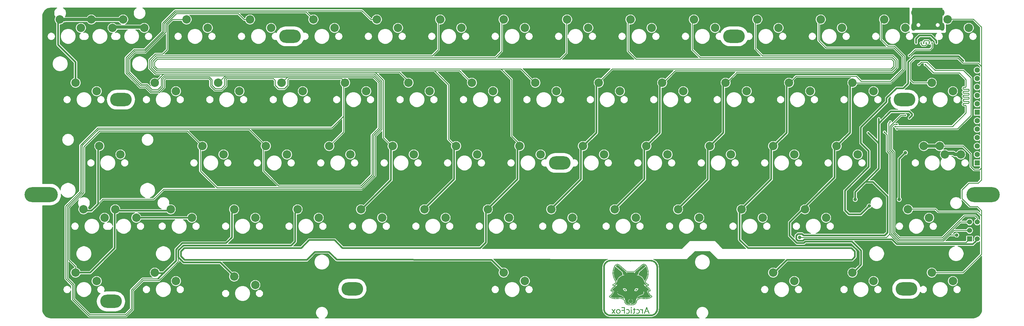
<source format=gbr>
G04 #@! TF.GenerationSoftware,KiCad,Pcbnew,5.1.4*
G04 #@! TF.CreationDate,2019-09-16T11:06:54-03:00*
G04 #@! TF.ProjectId,arcticPCB,61726374-6963-4504-9342-2e6b69636164,0.1.1*
G04 #@! TF.SameCoordinates,Original*
G04 #@! TF.FileFunction,Copper,L2,Bot*
G04 #@! TF.FilePolarity,Positive*
%FSLAX46Y46*%
G04 Gerber Fmt 4.6, Leading zero omitted, Abs format (unit mm)*
G04 Created by KiCad (PCBNEW 5.1.4) date 2019-09-16 11:06:54*
%MOMM*%
%LPD*%
G04 APERTURE LIST*
%ADD10C,2.540000*%
%ADD11C,0.250000*%
%ADD12C,0.254000*%
%ADD13C,0.500000*%
%ADD14C,0.100000*%
%ADD15C,1.524000*%
%ADD16C,1.600000*%
%ADD17R,1.600000X1.600000*%
%ADD18O,6.500000X4.000000*%
%ADD19O,10.000000X4.500000*%
%ADD20R,1.524000X1.524000*%
%ADD21O,1.300000X1.900000*%
%ADD22O,1.300000X2.400000*%
%ADD23O,1.000000X2.100000*%
%ADD24O,1.000000X1.600000*%
%ADD25C,1.000000*%
%ADD26C,1.000000*%
%ADD27C,0.500000*%
%ADD28C,0.127000*%
G04 APERTURE END LIST*
D10*
X251084880Y-25710080D03*
X244734880Y-23170080D03*
X246322360Y-44760160D03*
X239972360Y-42220160D03*
D11*
X170700000Y-77300000D03*
D12*
G36*
X170086045Y-78949610D02*
G01*
X170061754Y-78947056D01*
X170037828Y-78942146D01*
X170014495Y-78934923D01*
X169991979Y-78925458D01*
X169970494Y-78913841D01*
X169950245Y-78900182D01*
X169931425Y-78884613D01*
X169914214Y-78867283D01*
X169898777Y-78848354D01*
X169885260Y-78828011D01*
X169873793Y-78806445D01*
X169864485Y-78783863D01*
X169857426Y-78760481D01*
X169852682Y-78736521D01*
X169850298Y-78712213D01*
X169850298Y-78687788D01*
X169859843Y-78492622D01*
X169860038Y-78489136D01*
X169861204Y-78478738D01*
X169862227Y-78468312D01*
X169890772Y-78275010D01*
X169891306Y-78271560D01*
X169893487Y-78261301D01*
X169895516Y-78251051D01*
X169942787Y-78061456D01*
X169943655Y-78058074D01*
X169946831Y-78048064D01*
X169949847Y-78038073D01*
X170015387Y-77854014D01*
X170015393Y-77853996D01*
X170015401Y-77853975D01*
X170016587Y-77850715D01*
X170020719Y-77841075D01*
X170024701Y-77831414D01*
X170107898Y-77654612D01*
X170109406Y-77651463D01*
X170114469Y-77642254D01*
X170119365Y-77633046D01*
X170219418Y-77465206D01*
X170221226Y-77462220D01*
X170227139Y-77453585D01*
X170232934Y-77444863D01*
X170348887Y-77287587D01*
X170350978Y-77284791D01*
X170357715Y-77276763D01*
X170364325Y-77268658D01*
X170495074Y-77123448D01*
X170497427Y-77120870D01*
X170504937Y-77113516D01*
X170512283Y-77106119D01*
X170656576Y-76974360D01*
X170659170Y-76972024D01*
X170667341Y-76965455D01*
X170675396Y-76958791D01*
X170831858Y-76841742D01*
X170834667Y-76839670D01*
X170843453Y-76833921D01*
X170852107Y-76828084D01*
X171019236Y-76726868D01*
X171019245Y-76726862D01*
X171019256Y-76726856D01*
X171022244Y-76725074D01*
X171031516Y-76720227D01*
X171040730Y-76715245D01*
X171216939Y-76630820D01*
X171216947Y-76630816D01*
X171216956Y-76630812D01*
X171220106Y-76629329D01*
X171229824Y-76625403D01*
X171239463Y-76621351D01*
X171423078Y-76554520D01*
X171426367Y-76553349D01*
X171436410Y-76550393D01*
X171446412Y-76547297D01*
X171635666Y-76498706D01*
X171635671Y-76498704D01*
X171635677Y-76498703D01*
X171639060Y-76497859D01*
X171649348Y-76495897D01*
X171659597Y-76493793D01*
X171852696Y-76463899D01*
X171856149Y-76463389D01*
X171866600Y-76462438D01*
X171876988Y-76461346D01*
X172072082Y-76450439D01*
X172075569Y-76450268D01*
X172080376Y-76450302D01*
X172085160Y-76450051D01*
X172099123Y-76450002D01*
X172102614Y-76450013D01*
X172126995Y-76451462D01*
X172151120Y-76455282D01*
X172174755Y-76461438D01*
X172197678Y-76469872D01*
X172219668Y-76480502D01*
X172240517Y-76493228D01*
X172260024Y-76507926D01*
X172278003Y-76524458D01*
X172294283Y-76542666D01*
X172308709Y-76562376D01*
X172321143Y-76583399D01*
X172331466Y-76605535D01*
X172339579Y-76628574D01*
X172345406Y-76652294D01*
X172348890Y-76676468D01*
X172349999Y-76700868D01*
X172348720Y-76725259D01*
X172345069Y-76749409D01*
X172339078Y-76773088D01*
X172330805Y-76796070D01*
X172320328Y-76818134D01*
X172307748Y-76839070D01*
X172293186Y-76858679D01*
X172276780Y-76876774D01*
X172258686Y-76893180D01*
X172239078Y-76907743D01*
X172218142Y-76920324D01*
X172196079Y-76930801D01*
X172173097Y-76939075D01*
X172149419Y-76945067D01*
X172125269Y-76948720D01*
X172100877Y-76949998D01*
X172093463Y-76950024D01*
X171917109Y-76959883D01*
X171748173Y-76986037D01*
X171582603Y-77028547D01*
X171421959Y-77087017D01*
X171267799Y-77160878D01*
X171121584Y-77249429D01*
X170984706Y-77351826D01*
X170858461Y-77467104D01*
X170744079Y-77594137D01*
X170642638Y-77731729D01*
X170555106Y-77878564D01*
X170482318Y-78033246D01*
X170424978Y-78194278D01*
X170383622Y-78360148D01*
X170358650Y-78529254D01*
X170349702Y-78712212D01*
X170349507Y-78715698D01*
X170346784Y-78739970D01*
X170341706Y-78763861D01*
X170334321Y-78787142D01*
X170324699Y-78809592D01*
X170312932Y-78830996D01*
X170299132Y-78851150D01*
X170283433Y-78869860D01*
X170265982Y-78886949D01*
X170246947Y-78902253D01*
X170226509Y-78915628D01*
X170204863Y-78926944D01*
X170182217Y-78936094D01*
X170158785Y-78942989D01*
X170134793Y-78947567D01*
X170110469Y-78949780D01*
X170086045Y-78949610D01*
X170086045Y-78949610D01*
G37*
D11*
X185500000Y-77300000D03*
D12*
G36*
X186074741Y-78948720D02*
G01*
X186050591Y-78945069D01*
X186026912Y-78939078D01*
X186003930Y-78930805D01*
X185981866Y-78920328D01*
X185960930Y-78907748D01*
X185941321Y-78893186D01*
X185923226Y-78876780D01*
X185906820Y-78858686D01*
X185892257Y-78839078D01*
X185879676Y-78818142D01*
X185869199Y-78796079D01*
X185860925Y-78773097D01*
X185854933Y-78749419D01*
X185851280Y-78725269D01*
X185850002Y-78700877D01*
X185849976Y-78693463D01*
X185840117Y-78517109D01*
X185813963Y-78348173D01*
X185771453Y-78182603D01*
X185712983Y-78021959D01*
X185639122Y-77867799D01*
X185550571Y-77721584D01*
X185448174Y-77584706D01*
X185332896Y-77458461D01*
X185205863Y-77344079D01*
X185068271Y-77242638D01*
X184921436Y-77155106D01*
X184766754Y-77082318D01*
X184605722Y-77024978D01*
X184439852Y-76983622D01*
X184270746Y-76958650D01*
X184087788Y-76949702D01*
X184084302Y-76949507D01*
X184060030Y-76946784D01*
X184036139Y-76941706D01*
X184012858Y-76934321D01*
X183990408Y-76924699D01*
X183969004Y-76912932D01*
X183948850Y-76899132D01*
X183930140Y-76883433D01*
X183913051Y-76865982D01*
X183897747Y-76846947D01*
X183884372Y-76826509D01*
X183873056Y-76804863D01*
X183863906Y-76782217D01*
X183857011Y-76758785D01*
X183852433Y-76734793D01*
X183850220Y-76710469D01*
X183850390Y-76686045D01*
X183852944Y-76661754D01*
X183857854Y-76637828D01*
X183865077Y-76614495D01*
X183874542Y-76591979D01*
X183886159Y-76570494D01*
X183899818Y-76550245D01*
X183915387Y-76531425D01*
X183932717Y-76514214D01*
X183951646Y-76498777D01*
X183971989Y-76485260D01*
X183993555Y-76473793D01*
X184016137Y-76464485D01*
X184039519Y-76457426D01*
X184063479Y-76452682D01*
X184087787Y-76450298D01*
X184112212Y-76450298D01*
X184307378Y-76459843D01*
X184307380Y-76459843D01*
X184310864Y-76460038D01*
X184321262Y-76461204D01*
X184331688Y-76462227D01*
X184524990Y-76490772D01*
X184528440Y-76491306D01*
X184538699Y-76493487D01*
X184548949Y-76495516D01*
X184738544Y-76542787D01*
X184741926Y-76543655D01*
X184751936Y-76546831D01*
X184761927Y-76549847D01*
X184945986Y-76615387D01*
X184946004Y-76615393D01*
X184946025Y-76615401D01*
X184949285Y-76616587D01*
X184958925Y-76620719D01*
X184968586Y-76624701D01*
X185145388Y-76707898D01*
X185148537Y-76709406D01*
X185157746Y-76714469D01*
X185166954Y-76719365D01*
X185334787Y-76819414D01*
X185334793Y-76819417D01*
X185334800Y-76819421D01*
X185337780Y-76821226D01*
X185346415Y-76827139D01*
X185355137Y-76832934D01*
X185512413Y-76948887D01*
X185515209Y-76950978D01*
X185523237Y-76957715D01*
X185531342Y-76964325D01*
X185676552Y-77095074D01*
X185679130Y-77097427D01*
X185686484Y-77104937D01*
X185693881Y-77112283D01*
X185825640Y-77256576D01*
X185827976Y-77259170D01*
X185834545Y-77267341D01*
X185841209Y-77275396D01*
X185958258Y-77431858D01*
X185960330Y-77434667D01*
X185966079Y-77443453D01*
X185971916Y-77452107D01*
X186073132Y-77619236D01*
X186073138Y-77619245D01*
X186073144Y-77619256D01*
X186074926Y-77622244D01*
X186079773Y-77631516D01*
X186084755Y-77640730D01*
X186169184Y-77816948D01*
X186169184Y-77816949D01*
X186169188Y-77816956D01*
X186170671Y-77820106D01*
X186174597Y-77829824D01*
X186178649Y-77839463D01*
X186245480Y-78023078D01*
X186246651Y-78026367D01*
X186249607Y-78036410D01*
X186252703Y-78046412D01*
X186301296Y-78235672D01*
X186302141Y-78239060D01*
X186304103Y-78249348D01*
X186306207Y-78259597D01*
X186336101Y-78452696D01*
X186336611Y-78456149D01*
X186337562Y-78466600D01*
X186338654Y-78476988D01*
X186349561Y-78672082D01*
X186349732Y-78675569D01*
X186349698Y-78680376D01*
X186349949Y-78685160D01*
X186349998Y-78699123D01*
X186349987Y-78702614D01*
X186348538Y-78726995D01*
X186344718Y-78751120D01*
X186338562Y-78774755D01*
X186330128Y-78797678D01*
X186319498Y-78819668D01*
X186306772Y-78840517D01*
X186292074Y-78860024D01*
X186275542Y-78878003D01*
X186257334Y-78894283D01*
X186237624Y-78908709D01*
X186216601Y-78921143D01*
X186194465Y-78931466D01*
X186171426Y-78939579D01*
X186147706Y-78945406D01*
X186123532Y-78948890D01*
X186099132Y-78949999D01*
X186074741Y-78948720D01*
X186074741Y-78948720D01*
G37*
D11*
X170700000Y-92600000D03*
D12*
G36*
X171892622Y-93440157D02*
G01*
X171892620Y-93440157D01*
X171889136Y-93439962D01*
X171878734Y-93438795D01*
X171868313Y-93437773D01*
X171675010Y-93409228D01*
X171671560Y-93408694D01*
X171661301Y-93406513D01*
X171651051Y-93404484D01*
X171461456Y-93357213D01*
X171458075Y-93356345D01*
X171448075Y-93353173D01*
X171438073Y-93350153D01*
X171254014Y-93284613D01*
X171253996Y-93284607D01*
X171253975Y-93284599D01*
X171250715Y-93283413D01*
X171241075Y-93279281D01*
X171231414Y-93275299D01*
X171054612Y-93192102D01*
X171051463Y-93190593D01*
X171042285Y-93185548D01*
X171033046Y-93180635D01*
X170865213Y-93080586D01*
X170865207Y-93080583D01*
X170865200Y-93080579D01*
X170862220Y-93078774D01*
X170853564Y-93072847D01*
X170844863Y-93067066D01*
X170687592Y-92951116D01*
X170687585Y-92951112D01*
X170687578Y-92951106D01*
X170684791Y-92949022D01*
X170676773Y-92942294D01*
X170668657Y-92935674D01*
X170523448Y-92804926D01*
X170520870Y-92802573D01*
X170513536Y-92795084D01*
X170506118Y-92787717D01*
X170374360Y-92643424D01*
X170372024Y-92640829D01*
X170365456Y-92632661D01*
X170358791Y-92624604D01*
X170241752Y-92468155D01*
X170241742Y-92468142D01*
X170241731Y-92468126D01*
X170239671Y-92465333D01*
X170233928Y-92456556D01*
X170228084Y-92447892D01*
X170126868Y-92280764D01*
X170126862Y-92280755D01*
X170126856Y-92280744D01*
X170125074Y-92277756D01*
X170120205Y-92268442D01*
X170115245Y-92259269D01*
X170030816Y-92083052D01*
X170029329Y-92079894D01*
X170025403Y-92070176D01*
X170021351Y-92060537D01*
X169954524Y-91876932D01*
X169954519Y-91876921D01*
X169954515Y-91876907D01*
X169953349Y-91873633D01*
X169950399Y-91863610D01*
X169947297Y-91853588D01*
X169898709Y-91664345D01*
X169898704Y-91664330D01*
X169898701Y-91664313D01*
X169897859Y-91660940D01*
X169895899Y-91650664D01*
X169893793Y-91640403D01*
X169863899Y-91447305D01*
X169863389Y-91443851D01*
X169862437Y-91433397D01*
X169861346Y-91423012D01*
X169850439Y-91227917D01*
X169850268Y-91224431D01*
X169850302Y-91219624D01*
X169850051Y-91214840D01*
X169850002Y-91200877D01*
X169850013Y-91197386D01*
X169851462Y-91173005D01*
X169855282Y-91148881D01*
X169861438Y-91125245D01*
X169869872Y-91102322D01*
X169880502Y-91080332D01*
X169893228Y-91059483D01*
X169907926Y-91039976D01*
X169924458Y-91021997D01*
X169942666Y-91005717D01*
X169962376Y-90991291D01*
X169983399Y-90978857D01*
X170005535Y-90968534D01*
X170028574Y-90960421D01*
X170052294Y-90954594D01*
X170076468Y-90951110D01*
X170100868Y-90950002D01*
X170125259Y-90951280D01*
X170149409Y-90954931D01*
X170173088Y-90960922D01*
X170196070Y-90969196D01*
X170218134Y-90979672D01*
X170239070Y-90992252D01*
X170258679Y-91006814D01*
X170276774Y-91023220D01*
X170293180Y-91041314D01*
X170307743Y-91060922D01*
X170320324Y-91081858D01*
X170330801Y-91103922D01*
X170339075Y-91126903D01*
X170345067Y-91150581D01*
X170348720Y-91174731D01*
X170349998Y-91199123D01*
X170350024Y-91206537D01*
X170359883Y-91382891D01*
X170386036Y-91551825D01*
X170428548Y-91717400D01*
X170487016Y-91878037D01*
X170560876Y-92032197D01*
X170649429Y-92178416D01*
X170751835Y-92315305D01*
X170867103Y-92441538D01*
X170994137Y-92555921D01*
X171131729Y-92657362D01*
X171278564Y-92744894D01*
X171433246Y-92817682D01*
X171594278Y-92875022D01*
X171760146Y-92916378D01*
X171929254Y-92941350D01*
X172112212Y-92950298D01*
X172115698Y-92950493D01*
X172139970Y-92953216D01*
X172163861Y-92958294D01*
X172187142Y-92965679D01*
X172209592Y-92975301D01*
X172230996Y-92987068D01*
X172251150Y-93000868D01*
X172269860Y-93016567D01*
X172286949Y-93034018D01*
X172302254Y-93053053D01*
X172315628Y-93073491D01*
X172326944Y-93095137D01*
X172336094Y-93117783D01*
X172342990Y-93141215D01*
X172347567Y-93165207D01*
X172349781Y-93189531D01*
X172349610Y-93213955D01*
X172347057Y-93238246D01*
X172342146Y-93262172D01*
X172334924Y-93285505D01*
X172325458Y-93308021D01*
X172313841Y-93329506D01*
X172300183Y-93349755D01*
X172284614Y-93368575D01*
X172267283Y-93385786D01*
X172248355Y-93401223D01*
X172228011Y-93414740D01*
X172206445Y-93426207D01*
X172183864Y-93435515D01*
X172160481Y-93442574D01*
X172136521Y-93447318D01*
X172112213Y-93449702D01*
X172087788Y-93449702D01*
X171892622Y-93440157D01*
X171892622Y-93440157D01*
G37*
D11*
X185500000Y-92600000D03*
D12*
G36*
X184097386Y-93449987D02*
G01*
X184073005Y-93448538D01*
X184048881Y-93444718D01*
X184025245Y-93438562D01*
X184002322Y-93430128D01*
X183980332Y-93419498D01*
X183959483Y-93406772D01*
X183939976Y-93392074D01*
X183921997Y-93375542D01*
X183905717Y-93357334D01*
X183891291Y-93337624D01*
X183878857Y-93316601D01*
X183868534Y-93294465D01*
X183860421Y-93271426D01*
X183854594Y-93247706D01*
X183851110Y-93223532D01*
X183850002Y-93199132D01*
X183851280Y-93174741D01*
X183854931Y-93150591D01*
X183860922Y-93126912D01*
X183869196Y-93103930D01*
X183879672Y-93081866D01*
X183892252Y-93060930D01*
X183906814Y-93041321D01*
X183923220Y-93023226D01*
X183941314Y-93006820D01*
X183960922Y-92992257D01*
X183981858Y-92979676D01*
X184003922Y-92969199D01*
X184026903Y-92960925D01*
X184050581Y-92954933D01*
X184074731Y-92951280D01*
X184099123Y-92950002D01*
X184106537Y-92949976D01*
X184282891Y-92940117D01*
X184451825Y-92913964D01*
X184617400Y-92871452D01*
X184778037Y-92812984D01*
X184932197Y-92739124D01*
X185078416Y-92650571D01*
X185215305Y-92548165D01*
X185341538Y-92432897D01*
X185455921Y-92305863D01*
X185557362Y-92168271D01*
X185644894Y-92021436D01*
X185717682Y-91866754D01*
X185775022Y-91705722D01*
X185816378Y-91539854D01*
X185841350Y-91370746D01*
X185850298Y-91187788D01*
X185850493Y-91184302D01*
X185853216Y-91160030D01*
X185858294Y-91136139D01*
X185865679Y-91112858D01*
X185875301Y-91090408D01*
X185887068Y-91069004D01*
X185900868Y-91048850D01*
X185916567Y-91030140D01*
X185934018Y-91013051D01*
X185953053Y-90997746D01*
X185973491Y-90984372D01*
X185995137Y-90973056D01*
X186017783Y-90963906D01*
X186041215Y-90957010D01*
X186065207Y-90952433D01*
X186089531Y-90950219D01*
X186113955Y-90950390D01*
X186138246Y-90952943D01*
X186162172Y-90957854D01*
X186185505Y-90965076D01*
X186208021Y-90974542D01*
X186229506Y-90986159D01*
X186249755Y-90999817D01*
X186268575Y-91015386D01*
X186285786Y-91032717D01*
X186301223Y-91051645D01*
X186314740Y-91071989D01*
X186326207Y-91093555D01*
X186335515Y-91116136D01*
X186342574Y-91139519D01*
X186347318Y-91163479D01*
X186349702Y-91187787D01*
X186349702Y-91212212D01*
X186340157Y-91407378D01*
X186339962Y-91410864D01*
X186338795Y-91421266D01*
X186337773Y-91431687D01*
X186309228Y-91624990D01*
X186308694Y-91628440D01*
X186306513Y-91638699D01*
X186304484Y-91648949D01*
X186257213Y-91838544D01*
X186256345Y-91841925D01*
X186253173Y-91851925D01*
X186250153Y-91861927D01*
X186184613Y-92045986D01*
X186184607Y-92046004D01*
X186184599Y-92046025D01*
X186183413Y-92049285D01*
X186179281Y-92058925D01*
X186175299Y-92068586D01*
X186092102Y-92245388D01*
X186090593Y-92248537D01*
X186085548Y-92257715D01*
X186080635Y-92266954D01*
X185980582Y-92434794D01*
X185978774Y-92437780D01*
X185972847Y-92446436D01*
X185967066Y-92455137D01*
X185851113Y-92612413D01*
X185849022Y-92615209D01*
X185842294Y-92623227D01*
X185835674Y-92631343D01*
X185704926Y-92776552D01*
X185702573Y-92779130D01*
X185695084Y-92786464D01*
X185687717Y-92793882D01*
X185543424Y-92925640D01*
X185540829Y-92927976D01*
X185532661Y-92934544D01*
X185524604Y-92941209D01*
X185368155Y-93058248D01*
X185368142Y-93058258D01*
X185368126Y-93058269D01*
X185365333Y-93060329D01*
X185356556Y-93066072D01*
X185347892Y-93071916D01*
X185180764Y-93173132D01*
X185180755Y-93173138D01*
X185180744Y-93173144D01*
X185177756Y-93174926D01*
X185168442Y-93179795D01*
X185159269Y-93184755D01*
X184983061Y-93269180D01*
X184983053Y-93269184D01*
X184983044Y-93269188D01*
X184979894Y-93270671D01*
X184970176Y-93274597D01*
X184960537Y-93278649D01*
X184776932Y-93345476D01*
X184776921Y-93345481D01*
X184776907Y-93345485D01*
X184773633Y-93346651D01*
X184763610Y-93349601D01*
X184753588Y-93352703D01*
X184564345Y-93401291D01*
X184564330Y-93401296D01*
X184564313Y-93401299D01*
X184560940Y-93402141D01*
X184550664Y-93404101D01*
X184540403Y-93406207D01*
X184347305Y-93436101D01*
X184343851Y-93436611D01*
X184333397Y-93437563D01*
X184323012Y-93438654D01*
X184127917Y-93449561D01*
X184124431Y-93449732D01*
X184119624Y-93449698D01*
X184114840Y-93449949D01*
X184100877Y-93449998D01*
X184097386Y-93449987D01*
X184097386Y-93449987D01*
G37*
D13*
X178100000Y-93200000D03*
D12*
G36*
X172096509Y-93449976D02*
G01*
X172072133Y-93448442D01*
X172048022Y-93444537D01*
X172024408Y-93438298D01*
X172001515Y-93429784D01*
X171979562Y-93419077D01*
X171958758Y-93406278D01*
X171939303Y-93391511D01*
X171921382Y-93374916D01*
X171905166Y-93356651D01*
X171890809Y-93336891D01*
X171878449Y-93315824D01*
X171868204Y-93293652D01*
X171860172Y-93270585D01*
X171854428Y-93246845D01*
X171851029Y-93222658D01*
X171850006Y-93198255D01*
X171851370Y-93173868D01*
X171855106Y-93149731D01*
X171861180Y-93126073D01*
X171869534Y-93103121D01*
X171880088Y-93081094D01*
X171892741Y-93060202D01*
X171907372Y-93040644D01*
X171923841Y-93022607D01*
X171941993Y-93006264D01*
X171961652Y-92991770D01*
X171982632Y-92979263D01*
X172004732Y-92968863D01*
X172027742Y-92960670D01*
X172051441Y-92954761D01*
X172075604Y-92951193D01*
X172100000Y-92950000D01*
X184100000Y-92950000D01*
X184103491Y-92950024D01*
X184127867Y-92951558D01*
X184151978Y-92955463D01*
X184175592Y-92961702D01*
X184198485Y-92970216D01*
X184220438Y-92980923D01*
X184241242Y-92993722D01*
X184260697Y-93008489D01*
X184278618Y-93025084D01*
X184294834Y-93043349D01*
X184309191Y-93063109D01*
X184321551Y-93084176D01*
X184331796Y-93106348D01*
X184339828Y-93129415D01*
X184345572Y-93153155D01*
X184348971Y-93177342D01*
X184349994Y-93201745D01*
X184348630Y-93226132D01*
X184344894Y-93250269D01*
X184338820Y-93273927D01*
X184330466Y-93296879D01*
X184319912Y-93318906D01*
X184307259Y-93339798D01*
X184292628Y-93359356D01*
X184276159Y-93377393D01*
X184258007Y-93393736D01*
X184238348Y-93408230D01*
X184217368Y-93420737D01*
X184195268Y-93431137D01*
X184172258Y-93439330D01*
X184148559Y-93445239D01*
X184124396Y-93448807D01*
X184100000Y-93450000D01*
X172100000Y-93450000D01*
X172096509Y-93449976D01*
X172096509Y-93449976D01*
G37*
D13*
X170100000Y-85200000D03*
D12*
G36*
X170073868Y-91448630D02*
G01*
X170049731Y-91444894D01*
X170026073Y-91438820D01*
X170003121Y-91430466D01*
X169981094Y-91419912D01*
X169960202Y-91407259D01*
X169940644Y-91392628D01*
X169922607Y-91376159D01*
X169906264Y-91358007D01*
X169891770Y-91338348D01*
X169879263Y-91317368D01*
X169868863Y-91295268D01*
X169860670Y-91272258D01*
X169854761Y-91248559D01*
X169851193Y-91224396D01*
X169850000Y-91200000D01*
X169850000Y-78700000D01*
X169850024Y-78696509D01*
X169851558Y-78672133D01*
X169855463Y-78648022D01*
X169861702Y-78624408D01*
X169870216Y-78601515D01*
X169880923Y-78579562D01*
X169893722Y-78558758D01*
X169908489Y-78539303D01*
X169925084Y-78521382D01*
X169943349Y-78505166D01*
X169963109Y-78490809D01*
X169984176Y-78478449D01*
X170006348Y-78468204D01*
X170029415Y-78460172D01*
X170053155Y-78454428D01*
X170077342Y-78451029D01*
X170101745Y-78450006D01*
X170126132Y-78451370D01*
X170150269Y-78455106D01*
X170173927Y-78461180D01*
X170196879Y-78469534D01*
X170218906Y-78480088D01*
X170239798Y-78492741D01*
X170259356Y-78507372D01*
X170277393Y-78523841D01*
X170293736Y-78541993D01*
X170308230Y-78561652D01*
X170320737Y-78582632D01*
X170331137Y-78604732D01*
X170339330Y-78627742D01*
X170345239Y-78651441D01*
X170348807Y-78675604D01*
X170350000Y-78700000D01*
X170350000Y-91200000D01*
X170349976Y-91203491D01*
X170348442Y-91227867D01*
X170344537Y-91251978D01*
X170338298Y-91275592D01*
X170329784Y-91298485D01*
X170319077Y-91320438D01*
X170306278Y-91341242D01*
X170291511Y-91360697D01*
X170274916Y-91378618D01*
X170256651Y-91394834D01*
X170236891Y-91409191D01*
X170215824Y-91421551D01*
X170193652Y-91431796D01*
X170170585Y-91439828D01*
X170146845Y-91445572D01*
X170122658Y-91448971D01*
X170098255Y-91449994D01*
X170073868Y-91448630D01*
X170073868Y-91448630D01*
G37*
D13*
X186100000Y-85200000D03*
D12*
G36*
X186073868Y-91448630D02*
G01*
X186049731Y-91444894D01*
X186026073Y-91438820D01*
X186003121Y-91430466D01*
X185981094Y-91419912D01*
X185960202Y-91407259D01*
X185940644Y-91392628D01*
X185922607Y-91376159D01*
X185906264Y-91358007D01*
X185891770Y-91338348D01*
X185879263Y-91317368D01*
X185868863Y-91295268D01*
X185860670Y-91272258D01*
X185854761Y-91248559D01*
X185851193Y-91224396D01*
X185850000Y-91200000D01*
X185850000Y-78700000D01*
X185850024Y-78696509D01*
X185851558Y-78672133D01*
X185855463Y-78648022D01*
X185861702Y-78624408D01*
X185870216Y-78601515D01*
X185880923Y-78579562D01*
X185893722Y-78558758D01*
X185908489Y-78539303D01*
X185925084Y-78521382D01*
X185943349Y-78505166D01*
X185963109Y-78490809D01*
X185984176Y-78478449D01*
X186006348Y-78468204D01*
X186029415Y-78460172D01*
X186053155Y-78454428D01*
X186077342Y-78451029D01*
X186101745Y-78450006D01*
X186126132Y-78451370D01*
X186150269Y-78455106D01*
X186173927Y-78461180D01*
X186196879Y-78469534D01*
X186218906Y-78480088D01*
X186239798Y-78492741D01*
X186259356Y-78507372D01*
X186277393Y-78523841D01*
X186293736Y-78541993D01*
X186308230Y-78561652D01*
X186320737Y-78582632D01*
X186331137Y-78604732D01*
X186339330Y-78627742D01*
X186345239Y-78651441D01*
X186348807Y-78675604D01*
X186350000Y-78700000D01*
X186350000Y-91200000D01*
X186349976Y-91203491D01*
X186348442Y-91227867D01*
X186344537Y-91251978D01*
X186338298Y-91275592D01*
X186329784Y-91298485D01*
X186319077Y-91320438D01*
X186306278Y-91341242D01*
X186291511Y-91360697D01*
X186274916Y-91378618D01*
X186256651Y-91394834D01*
X186236891Y-91409191D01*
X186215824Y-91421551D01*
X186193652Y-91431796D01*
X186170585Y-91439828D01*
X186146845Y-91445572D01*
X186122658Y-91448971D01*
X186098255Y-91449994D01*
X186073868Y-91448630D01*
X186073868Y-91448630D01*
G37*
D13*
X178100000Y-76700000D03*
D12*
G36*
X172096509Y-76949976D02*
G01*
X172072133Y-76948442D01*
X172048022Y-76944537D01*
X172024408Y-76938298D01*
X172001515Y-76929784D01*
X171979562Y-76919077D01*
X171958758Y-76906278D01*
X171939303Y-76891511D01*
X171921382Y-76874916D01*
X171905166Y-76856651D01*
X171890809Y-76836891D01*
X171878449Y-76815824D01*
X171868204Y-76793652D01*
X171860172Y-76770585D01*
X171854428Y-76746845D01*
X171851029Y-76722658D01*
X171850006Y-76698255D01*
X171851370Y-76673868D01*
X171855106Y-76649731D01*
X171861180Y-76626073D01*
X171869534Y-76603121D01*
X171880088Y-76581094D01*
X171892741Y-76560202D01*
X171907372Y-76540644D01*
X171923841Y-76522607D01*
X171941993Y-76506264D01*
X171961652Y-76491770D01*
X171982632Y-76479263D01*
X172004732Y-76468863D01*
X172027742Y-76460670D01*
X172051441Y-76454761D01*
X172075604Y-76451193D01*
X172100000Y-76450000D01*
X184100000Y-76450000D01*
X184103491Y-76450024D01*
X184127867Y-76451558D01*
X184151978Y-76455463D01*
X184175592Y-76461702D01*
X184198485Y-76470216D01*
X184220438Y-76480923D01*
X184241242Y-76493722D01*
X184260697Y-76508489D01*
X184278618Y-76525084D01*
X184294834Y-76543349D01*
X184309191Y-76563109D01*
X184321551Y-76584176D01*
X184331796Y-76606348D01*
X184339828Y-76629415D01*
X184345572Y-76653155D01*
X184348971Y-76677342D01*
X184349994Y-76701745D01*
X184348630Y-76726132D01*
X184344894Y-76750269D01*
X184338820Y-76773927D01*
X184330466Y-76796879D01*
X184319912Y-76818906D01*
X184307259Y-76839798D01*
X184292628Y-76859356D01*
X184276159Y-76877393D01*
X184258007Y-76893736D01*
X184238348Y-76908230D01*
X184217368Y-76920737D01*
X184195268Y-76931137D01*
X184172258Y-76939330D01*
X184148559Y-76945239D01*
X184124396Y-76948807D01*
X184100000Y-76950000D01*
X172100000Y-76950000D01*
X172096509Y-76949976D01*
X172096509Y-76949976D01*
G37*
D14*
X182500000Y-92000000D03*
D12*
G36*
X182196553Y-92676908D02*
G01*
X182196541Y-92676908D01*
X182171037Y-92676820D01*
X182171023Y-92676820D01*
X182147469Y-92676672D01*
X182147453Y-92676672D01*
X182126296Y-92676472D01*
X182126276Y-92676472D01*
X182107963Y-92676225D01*
X182107934Y-92676224D01*
X182092913Y-92675937D01*
X182092866Y-92675936D01*
X182081583Y-92675614D01*
X182081480Y-92675610D01*
X182074382Y-92675261D01*
X182073882Y-92675211D01*
X182071417Y-92674839D01*
X182070467Y-92674598D01*
X182069582Y-92674177D01*
X182068796Y-92673591D01*
X182068139Y-92672863D01*
X182067638Y-92672021D01*
X182067310Y-92671098D01*
X182067168Y-92670128D01*
X182067219Y-92669149D01*
X182067453Y-92668217D01*
X182067764Y-92667344D01*
X182067804Y-92667236D01*
X182069774Y-92662086D01*
X182069782Y-92662065D01*
X182073515Y-92652435D01*
X182073518Y-92652427D01*
X182078953Y-92638474D01*
X182078954Y-92638471D01*
X182086028Y-92620350D01*
X182086029Y-92620347D01*
X182094682Y-92598215D01*
X182094683Y-92598214D01*
X182104854Y-92572228D01*
X182104854Y-92572226D01*
X182116481Y-92542542D01*
X182129502Y-92509315D01*
X182129503Y-92509314D01*
X182143858Y-92472702D01*
X182159485Y-92432861D01*
X182159485Y-92432860D01*
X182176322Y-92389945D01*
X182194309Y-92344114D01*
X182213384Y-92295523D01*
X182213385Y-92295522D01*
X182233487Y-92244326D01*
X182254554Y-92190682D01*
X182276525Y-92134747D01*
X182299338Y-92076677D01*
X182299338Y-92076675D01*
X182322933Y-92016626D01*
X182347248Y-91954754D01*
X182372222Y-91891217D01*
X182397792Y-91826169D01*
X182397793Y-91826168D01*
X182423900Y-91759766D01*
X182450481Y-91692168D01*
X182833453Y-90718307D01*
X182833899Y-90717435D01*
X182834507Y-90716666D01*
X182835254Y-90716030D01*
X182836110Y-90715553D01*
X182837042Y-90715251D01*
X182838106Y-90715137D01*
X183060598Y-90715137D01*
X183061573Y-90715233D01*
X183062511Y-90715518D01*
X183063376Y-90715980D01*
X183064134Y-90716601D01*
X183064755Y-90717359D01*
X183065251Y-90718307D01*
X183447274Y-91689760D01*
X183461775Y-91726637D01*
X183488088Y-91793551D01*
X183513898Y-91859192D01*
X183513937Y-91859293D01*
X183212852Y-91859293D01*
X183208115Y-91846326D01*
X183208113Y-91846320D01*
X183206715Y-91842480D01*
X183206714Y-91842479D01*
X183203578Y-91833859D01*
X183203578Y-91833858D01*
X183198905Y-91821001D01*
X183192797Y-91804193D01*
X183185358Y-91783721D01*
X183176693Y-91759871D01*
X183166906Y-91732930D01*
X183156101Y-91703184D01*
X183144382Y-91670921D01*
X183144381Y-91670920D01*
X183131852Y-91636425D01*
X183118617Y-91599986D01*
X183104780Y-91561888D01*
X183090446Y-91522418D01*
X183075718Y-91481863D01*
X183070826Y-91468393D01*
X183054031Y-91422164D01*
X183054032Y-91422164D01*
X183038857Y-91380425D01*
X183025213Y-91342946D01*
X183013014Y-91309500D01*
X183002176Y-91279862D01*
X182992611Y-91253803D01*
X182984233Y-91231098D01*
X182976957Y-91211521D01*
X182970697Y-91194846D01*
X182965368Y-91180849D01*
X182960886Y-91169309D01*
X182957140Y-91159937D01*
X182954115Y-91152678D01*
X182951681Y-91147190D01*
X182949789Y-91143321D01*
X182948422Y-91140925D01*
X182948374Y-91140860D01*
X182948249Y-91140903D01*
X182946439Y-91143288D01*
X182943347Y-91150552D01*
X182942024Y-91154157D01*
X182939010Y-91162418D01*
X182934460Y-91174910D01*
X182934461Y-91174910D01*
X182928477Y-91191355D01*
X182921161Y-91211469D01*
X182921160Y-91211469D01*
X182912615Y-91234974D01*
X182902939Y-91261593D01*
X182892235Y-91291047D01*
X182880604Y-91323057D01*
X182868147Y-91357344D01*
X182854966Y-91393632D01*
X182841161Y-91431640D01*
X182826835Y-91471091D01*
X182812087Y-91511706D01*
X182812086Y-91511710D01*
X182811895Y-91512236D01*
X182797225Y-91552637D01*
X182783024Y-91591746D01*
X182769387Y-91629297D01*
X182756413Y-91665021D01*
X182744199Y-91698650D01*
X182732843Y-91729916D01*
X182722441Y-91758551D01*
X182713091Y-91784287D01*
X182713090Y-91784288D01*
X182704889Y-91806858D01*
X182697936Y-91825993D01*
X182692326Y-91841425D01*
X182692326Y-91841426D01*
X182688157Y-91852888D01*
X182688156Y-91852889D01*
X182686526Y-91857368D01*
X182687252Y-91857437D01*
X182694013Y-91857802D01*
X182703431Y-91858121D01*
X182715895Y-91858397D01*
X182715895Y-91858398D01*
X182731455Y-91858631D01*
X182731455Y-91858630D01*
X182750471Y-91858823D01*
X182773108Y-91858978D01*
X182799628Y-91859099D01*
X182830268Y-91859188D01*
X182865269Y-91859248D01*
X182904869Y-91859282D01*
X182949311Y-91859293D01*
X183212852Y-91859293D01*
X183513937Y-91859293D01*
X183515185Y-91862463D01*
X183515186Y-91862467D01*
X183539144Y-91923405D01*
X183563766Y-91986031D01*
X183587700Y-92046914D01*
X183610886Y-92105895D01*
X183633261Y-92162820D01*
X183654764Y-92217530D01*
X183675334Y-92269868D01*
X183694908Y-92319678D01*
X183713425Y-92366803D01*
X183713426Y-92366804D01*
X183730824Y-92411085D01*
X183747041Y-92452367D01*
X183762016Y-92490493D01*
X183775688Y-92525304D01*
X183775688Y-92525305D01*
X183787993Y-92556646D01*
X183798871Y-92584359D01*
X183798872Y-92584360D01*
X183808261Y-92608288D01*
X183816100Y-92628275D01*
X183816100Y-92628277D01*
X183822326Y-92644164D01*
X183822327Y-92644166D01*
X183826879Y-92655798D01*
X183826881Y-92655804D01*
X183829696Y-92663023D01*
X183829705Y-92663044D01*
X183830724Y-92665693D01*
X183830934Y-92666384D01*
X183831039Y-92666848D01*
X183831160Y-92667821D01*
X183830993Y-92669241D01*
X183830762Y-92670107D01*
X183830418Y-92671024D01*
X183829901Y-92671857D01*
X183829232Y-92672573D01*
X183828607Y-92673042D01*
X183827453Y-92673773D01*
X183826577Y-92674214D01*
X183825979Y-92674402D01*
X183823525Y-92675010D01*
X183822916Y-92675122D01*
X183818783Y-92675616D01*
X183818508Y-92675641D01*
X183812319Y-92676035D01*
X183812177Y-92676042D01*
X183803554Y-92676345D01*
X183803477Y-92676347D01*
X183792042Y-92676573D01*
X183791997Y-92676574D01*
X183777372Y-92676732D01*
X183777346Y-92676732D01*
X183759152Y-92676835D01*
X183759137Y-92676835D01*
X183736999Y-92676894D01*
X183736991Y-92676894D01*
X183710528Y-92676920D01*
X183710524Y-92676920D01*
X183679360Y-92676925D01*
X183679359Y-92676925D01*
X183531247Y-92676919D01*
X183530271Y-92676823D01*
X183529333Y-92676538D01*
X183528469Y-92676076D01*
X183527711Y-92675454D01*
X183527090Y-92674697D01*
X183526572Y-92673693D01*
X183311918Y-92108136D01*
X182587143Y-92108030D01*
X182479530Y-92389268D01*
X182370687Y-92673719D01*
X182370248Y-92674596D01*
X182369648Y-92675370D01*
X182368907Y-92676012D01*
X182368056Y-92676498D01*
X182367126Y-92676808D01*
X182366017Y-92676932D01*
X182219085Y-92676932D01*
X182196553Y-92676908D01*
X182196553Y-92676908D01*
G37*
D14*
X181700000Y-92000000D03*
D12*
G36*
X181527683Y-92676836D02*
G01*
X181526745Y-92676551D01*
X181525880Y-92676089D01*
X181525122Y-92675468D01*
X181524501Y-92674710D01*
X181524039Y-92673845D01*
X181523754Y-92672907D01*
X181523658Y-92671932D01*
X181523658Y-91748240D01*
X181510708Y-91731335D01*
X181506140Y-91725620D01*
X181493135Y-91710930D01*
X181477112Y-91694422D01*
X181458851Y-91676803D01*
X181439192Y-91658833D01*
X181419018Y-91641313D01*
X181399065Y-91624906D01*
X181380243Y-91610423D01*
X181363294Y-91598536D01*
X181360631Y-91596808D01*
X181334204Y-91581511D01*
X181305246Y-91567616D01*
X181275180Y-91555690D01*
X181245566Y-91546355D01*
X181217829Y-91540181D01*
X181213218Y-91539483D01*
X181192653Y-91537599D01*
X181169351Y-91537029D01*
X181145078Y-91537739D01*
X181121601Y-91539691D01*
X181100617Y-91542843D01*
X181093011Y-91544457D01*
X181073518Y-91549518D01*
X181053524Y-91555800D01*
X181034884Y-91562689D01*
X181019356Y-91569610D01*
X181011941Y-91573123D01*
X181011649Y-91573250D01*
X181005784Y-91575585D01*
X181004793Y-91575866D01*
X181002124Y-91576331D01*
X181001147Y-91576404D01*
X181000174Y-91576284D01*
X180999243Y-91575977D01*
X180998390Y-91575495D01*
X180997647Y-91574855D01*
X180997044Y-91574083D01*
X180996637Y-91573296D01*
X180996231Y-91572302D01*
X180996143Y-91572070D01*
X180994324Y-91566897D01*
X180994307Y-91566848D01*
X180991222Y-91557779D01*
X180991216Y-91557761D01*
X180987056Y-91545373D01*
X180987053Y-91545363D01*
X180982009Y-91530239D01*
X180982007Y-91530232D01*
X180976270Y-91512952D01*
X180976268Y-91512947D01*
X180970029Y-91494089D01*
X180970028Y-91494086D01*
X180963477Y-91474232D01*
X180963476Y-91474228D01*
X180956804Y-91453958D01*
X180956802Y-91453955D01*
X180950201Y-91433848D01*
X180950200Y-91433844D01*
X180943860Y-91414481D01*
X180943859Y-91414477D01*
X180937970Y-91396437D01*
X180937968Y-91396431D01*
X180932722Y-91380296D01*
X180932719Y-91380288D01*
X180928307Y-91366637D01*
X180928303Y-91366623D01*
X180924915Y-91356037D01*
X180924905Y-91356006D01*
X180922732Y-91349063D01*
X180922691Y-91348926D01*
X180921925Y-91346208D01*
X180921753Y-91345243D01*
X180921773Y-91344263D01*
X180921983Y-91343306D01*
X180922376Y-91342408D01*
X180923053Y-91341472D01*
X180924273Y-91340142D01*
X180925384Y-91339236D01*
X180930432Y-91336204D01*
X180930764Y-91336021D01*
X180938780Y-91332000D01*
X180938945Y-91331921D01*
X180948901Y-91327375D01*
X180949027Y-91327319D01*
X180959895Y-91322714D01*
X180960027Y-91322661D01*
X180970782Y-91318460D01*
X180970963Y-91318393D01*
X180980575Y-91315061D01*
X180980929Y-91314953D01*
X181021550Y-91304160D01*
X181021979Y-91304066D01*
X181068541Y-91295985D01*
X181068955Y-91295930D01*
X181117749Y-91291610D01*
X181118144Y-91291591D01*
X181168461Y-91291124D01*
X181168663Y-91291126D01*
X181174775Y-91291317D01*
X181174848Y-91291320D01*
X181195826Y-91292282D01*
X181196016Y-91292295D01*
X181213712Y-91293782D01*
X181213996Y-91293814D01*
X181229835Y-91296063D01*
X181230164Y-91296121D01*
X181245572Y-91299372D01*
X181245861Y-91299442D01*
X181262262Y-91303933D01*
X181262453Y-91303989D01*
X181281274Y-91309959D01*
X181281395Y-91309999D01*
X181291627Y-91313534D01*
X181291931Y-91313650D01*
X181334179Y-91331402D01*
X181334621Y-91331614D01*
X181376478Y-91354257D01*
X181376865Y-91354490D01*
X181418100Y-91381875D01*
X181418438Y-91382120D01*
X181458817Y-91414095D01*
X181459112Y-91414348D01*
X181498405Y-91450764D01*
X181498508Y-91450863D01*
X181508473Y-91460644D01*
X181518118Y-91469715D01*
X181524133Y-91474988D01*
X181524521Y-91468518D01*
X181524522Y-91468505D01*
X181525319Y-91455744D01*
X181525319Y-91455737D01*
X181526317Y-91440125D01*
X181526318Y-91440120D01*
X181527475Y-91422323D01*
X181527475Y-91422318D01*
X181528748Y-91403000D01*
X181528748Y-91402999D01*
X181529178Y-91396500D01*
X181530418Y-91377603D01*
X181530417Y-91377603D01*
X181531526Y-91360427D01*
X181532461Y-91345661D01*
X181533183Y-91333947D01*
X181533647Y-91325983D01*
X181533810Y-91322461D01*
X181533829Y-91322203D01*
X181533878Y-91321704D01*
X181534069Y-91320743D01*
X181534577Y-91319604D01*
X181535137Y-91318679D01*
X181535724Y-91317894D01*
X181536453Y-91317239D01*
X181537158Y-91316806D01*
X181538679Y-91316037D01*
X181539878Y-91315612D01*
X181542771Y-91314986D01*
X181543298Y-91314901D01*
X181547975Y-91314402D01*
X181548225Y-91314382D01*
X181555098Y-91313997D01*
X181555227Y-91313991D01*
X181564709Y-91313704D01*
X181564779Y-91313703D01*
X181577280Y-91313501D01*
X181577320Y-91313500D01*
X181593253Y-91313368D01*
X181593275Y-91313368D01*
X181613052Y-91313292D01*
X181613064Y-91313292D01*
X181637097Y-91313256D01*
X181637103Y-91313256D01*
X181665803Y-91313248D01*
X181792791Y-91313248D01*
X181793766Y-91313344D01*
X181794704Y-91313629D01*
X181795569Y-91314091D01*
X181796327Y-91314712D01*
X181796948Y-91315470D01*
X181797410Y-91316335D01*
X181797695Y-91317273D01*
X181797791Y-91318248D01*
X181797791Y-91807999D01*
X181797789Y-91830833D01*
X181797789Y-91830835D01*
X181797772Y-91883834D01*
X181797772Y-91883835D01*
X181797737Y-91937167D01*
X181797737Y-91937169D01*
X181797685Y-91990447D01*
X181797685Y-91990448D01*
X181797617Y-92043285D01*
X181797617Y-92043287D01*
X181797534Y-92095297D01*
X181797534Y-92095298D01*
X181797438Y-92146094D01*
X181797438Y-92146096D01*
X181797329Y-92195292D01*
X181797329Y-92195294D01*
X181797207Y-92242502D01*
X181797207Y-92242504D01*
X181797075Y-92287339D01*
X181797075Y-92287341D01*
X181796932Y-92329416D01*
X181796932Y-92329418D01*
X181796781Y-92368346D01*
X181796781Y-92368350D01*
X181796621Y-92403745D01*
X181796621Y-92403748D01*
X181796455Y-92435223D01*
X181796455Y-92435229D01*
X181796282Y-92462398D01*
X181796282Y-92462406D01*
X181796104Y-92484882D01*
X181796104Y-92484887D01*
X181794416Y-92671977D01*
X181794311Y-92672952D01*
X181794018Y-92673887D01*
X181793548Y-92674747D01*
X181792919Y-92675499D01*
X181792156Y-92676114D01*
X181791288Y-92676568D01*
X181790347Y-92676845D01*
X181789416Y-92676932D01*
X181528658Y-92676932D01*
X181527683Y-92676836D01*
X181527683Y-92676836D01*
G37*
D14*
X180700000Y-92000000D03*
D12*
G36*
X180200219Y-92704368D02*
G01*
X180200169Y-92704368D01*
X180179616Y-92704135D01*
X180179565Y-92704134D01*
X180159502Y-92703701D01*
X180159441Y-92703699D01*
X180140981Y-92703076D01*
X180140894Y-92703072D01*
X180125149Y-92702265D01*
X180125016Y-92702257D01*
X180084427Y-92699087D01*
X180084228Y-92699067D01*
X180019272Y-92691370D01*
X180018997Y-92691330D01*
X179958034Y-92680645D01*
X179957731Y-92680582D01*
X179900677Y-92666895D01*
X179900346Y-92666804D01*
X179847119Y-92650097D01*
X179846918Y-92650029D01*
X179838941Y-92647149D01*
X179838867Y-92647122D01*
X179822619Y-92640966D01*
X179822531Y-92640931D01*
X179806858Y-92634648D01*
X179806767Y-92634611D01*
X179792369Y-92628509D01*
X179792262Y-92628462D01*
X179779839Y-92622853D01*
X179779686Y-92622781D01*
X179769938Y-92617975D01*
X179769643Y-92617817D01*
X179763269Y-92614126D01*
X179762264Y-92613358D01*
X179759965Y-92611090D01*
X179759338Y-92610337D01*
X179758870Y-92609476D01*
X179758579Y-92608540D01*
X179758487Y-92607193D01*
X179758491Y-92607134D01*
X179758672Y-92606100D01*
X179759582Y-92602910D01*
X179759626Y-92602763D01*
X179761968Y-92595417D01*
X179761980Y-92595380D01*
X179765551Y-92584478D01*
X179765557Y-92584459D01*
X179770156Y-92570598D01*
X179770160Y-92570588D01*
X179775582Y-92554366D01*
X179775584Y-92554358D01*
X179781627Y-92536374D01*
X179781629Y-92536368D01*
X179788090Y-92517220D01*
X179788092Y-92517215D01*
X179794769Y-92497500D01*
X179794771Y-92497495D01*
X179801459Y-92477813D01*
X179801461Y-92477808D01*
X179807959Y-92458756D01*
X179807961Y-92458750D01*
X179814066Y-92440926D01*
X179814068Y-92440918D01*
X179819576Y-92424921D01*
X179819580Y-92424910D01*
X179824289Y-92411338D01*
X179824296Y-92411319D01*
X179828003Y-92400769D01*
X179828017Y-92400729D01*
X179830519Y-92393800D01*
X179830586Y-92393626D01*
X179831680Y-92390917D01*
X179832134Y-92390048D01*
X179832749Y-92389285D01*
X179833501Y-92388657D01*
X179834362Y-92388187D01*
X179835297Y-92387894D01*
X179836272Y-92387789D01*
X179837037Y-92387841D01*
X179837888Y-92387965D01*
X179838945Y-92388240D01*
X179843588Y-92390006D01*
X179843797Y-92390091D01*
X179851756Y-92393537D01*
X179851843Y-92393575D01*
X179862317Y-92398349D01*
X179862377Y-92398377D01*
X179874563Y-92404128D01*
X179892014Y-92412130D01*
X179940296Y-92430957D01*
X179991433Y-92446419D01*
X180044621Y-92458295D01*
X180099079Y-92466355D01*
X180099269Y-92466376D01*
X180112901Y-92467465D01*
X180130017Y-92468238D01*
X180149467Y-92468697D01*
X180169913Y-92468838D01*
X180190225Y-92468660D01*
X180209031Y-92468169D01*
X180225211Y-92467364D01*
X180237514Y-92466252D01*
X180240453Y-92465871D01*
X180284574Y-92458190D01*
X180324953Y-92447250D01*
X180362096Y-92432879D01*
X180396410Y-92414907D01*
X180428315Y-92393149D01*
X180458265Y-92367365D01*
X180466904Y-92358827D01*
X180496068Y-92325520D01*
X180521416Y-92288987D01*
X180543049Y-92249087D01*
X180560972Y-92205792D01*
X180575214Y-92158995D01*
X180576872Y-92152325D01*
X180586221Y-92105906D01*
X180592357Y-92057818D01*
X180595296Y-92008923D01*
X180595034Y-91960172D01*
X180591575Y-91912533D01*
X180584924Y-91866956D01*
X180575072Y-91824308D01*
X180574712Y-91823032D01*
X180559958Y-91778789D01*
X180541655Y-91737960D01*
X180519489Y-91699949D01*
X180493133Y-91664189D01*
X180462254Y-91630148D01*
X180452975Y-91621116D01*
X180421581Y-91594397D01*
X180388511Y-91571982D01*
X180353438Y-91553708D01*
X180316102Y-91539480D01*
X180276224Y-91529210D01*
X180233554Y-91522830D01*
X180187845Y-91520273D01*
X180138756Y-91521475D01*
X180131191Y-91521964D01*
X180080895Y-91527088D01*
X180034015Y-91535331D01*
X179989756Y-91546877D01*
X179947393Y-91561905D01*
X179906109Y-91580642D01*
X179870080Y-91598805D01*
X179869165Y-91599158D01*
X179868200Y-91599326D01*
X179867220Y-91599303D01*
X179866263Y-91599089D01*
X179865367Y-91598692D01*
X179864565Y-91598128D01*
X179863889Y-91597419D01*
X179863214Y-91596265D01*
X179855689Y-91578222D01*
X179853853Y-91573821D01*
X179849840Y-91564201D01*
X179844371Y-91551090D01*
X179837735Y-91535184D01*
X179830223Y-91517177D01*
X179822124Y-91497763D01*
X179813728Y-91477637D01*
X179779293Y-91395095D01*
X179779006Y-91394157D01*
X179778908Y-91393182D01*
X179779002Y-91392206D01*
X179779284Y-91391268D01*
X179779744Y-91390402D01*
X179780364Y-91389643D01*
X179780881Y-91389190D01*
X179786567Y-91384866D01*
X179786790Y-91384706D01*
X179789096Y-91383144D01*
X179789396Y-91382956D01*
X179796919Y-91378603D01*
X179797077Y-91378515D01*
X179807866Y-91372783D01*
X179807950Y-91372740D01*
X179821095Y-91366073D01*
X179821154Y-91366043D01*
X179835744Y-91358884D01*
X179835796Y-91358859D01*
X179850921Y-91351652D01*
X179850976Y-91351627D01*
X179865725Y-91344816D01*
X179865793Y-91344785D01*
X179879255Y-91338813D01*
X179879361Y-91338767D01*
X179890627Y-91334077D01*
X179890755Y-91334026D01*
X179905565Y-91328332D01*
X179905720Y-91328275D01*
X179936241Y-91317682D01*
X179936482Y-91317605D01*
X179966778Y-91308785D01*
X179967041Y-91308717D01*
X179997985Y-91301504D01*
X179998245Y-91301450D01*
X180030712Y-91295678D01*
X180030947Y-91295642D01*
X180065811Y-91291144D01*
X180066008Y-91291123D01*
X180104144Y-91287733D01*
X180104298Y-91287721D01*
X180146580Y-91285272D01*
X180146648Y-91285269D01*
X180150157Y-91285114D01*
X180150312Y-91285109D01*
X180212394Y-91284288D01*
X180212714Y-91284294D01*
X180271570Y-91287288D01*
X180271927Y-91287319D01*
X180327755Y-91294195D01*
X180328145Y-91294259D01*
X180381140Y-91305085D01*
X180381553Y-91305188D01*
X180431911Y-91320030D01*
X180432334Y-91320176D01*
X180480251Y-91339100D01*
X180480669Y-91339287D01*
X180526341Y-91362361D01*
X180526738Y-91362585D01*
X180570361Y-91389875D01*
X180570724Y-91390125D01*
X180612494Y-91421698D01*
X180612815Y-91421962D01*
X180652927Y-91457886D01*
X180653167Y-91458117D01*
X180678603Y-91484149D01*
X180678843Y-91484413D01*
X180715732Y-91527997D01*
X180716002Y-91528345D01*
X180748750Y-91574775D01*
X180748987Y-91575145D01*
X180777564Y-91624321D01*
X180777765Y-91624705D01*
X180802138Y-91676523D01*
X180802303Y-91676914D01*
X180822441Y-91731274D01*
X180822567Y-91731665D01*
X180838440Y-91788464D01*
X180838532Y-91788850D01*
X180850108Y-91847988D01*
X180850166Y-91848362D01*
X180857414Y-91909735D01*
X180857444Y-91910094D01*
X180860332Y-91973601D01*
X180860336Y-91973943D01*
X180858833Y-92039483D01*
X180858815Y-92039805D01*
X180852890Y-92107276D01*
X180852862Y-92107521D01*
X180848626Y-92138267D01*
X180848582Y-92138537D01*
X180837206Y-92197207D01*
X180837123Y-92197564D01*
X180821754Y-92254210D01*
X180821642Y-92254568D01*
X180802421Y-92308920D01*
X180802279Y-92309278D01*
X180779345Y-92361066D01*
X180779170Y-92361422D01*
X180752661Y-92410376D01*
X180752450Y-92410729D01*
X180722506Y-92456578D01*
X180722258Y-92456926D01*
X180689018Y-92499400D01*
X180688728Y-92499737D01*
X180652332Y-92538566D01*
X180651999Y-92538890D01*
X180612584Y-92573805D01*
X180612343Y-92574006D01*
X180597374Y-92585672D01*
X180597143Y-92585841D01*
X180557119Y-92613511D01*
X180556751Y-92613743D01*
X180515065Y-92637485D01*
X180514666Y-92637689D01*
X180470915Y-92657653D01*
X180470505Y-92657818D01*
X180424286Y-92674153D01*
X180423887Y-92674276D01*
X180374798Y-92687133D01*
X180374426Y-92687215D01*
X180322065Y-92696743D01*
X180321733Y-92696792D01*
X180265697Y-92703141D01*
X180265601Y-92703151D01*
X180265569Y-92703154D01*
X180265379Y-92703168D01*
X180253985Y-92703800D01*
X180253840Y-92703806D01*
X180238488Y-92704210D01*
X180238407Y-92704212D01*
X180220209Y-92704397D01*
X180220151Y-92704397D01*
X180200219Y-92704368D01*
X180200219Y-92704368D01*
G37*
D14*
X179200000Y-92000000D03*
D12*
G36*
X178896425Y-92703555D02*
G01*
X178896376Y-92703555D01*
X178876609Y-92703343D01*
X178876562Y-92703342D01*
X178856866Y-92702944D01*
X178856813Y-92702943D01*
X178838211Y-92702371D01*
X178838142Y-92702368D01*
X178821659Y-92701633D01*
X178821550Y-92701627D01*
X178808209Y-92700739D01*
X178808122Y-92700732D01*
X178789026Y-92699128D01*
X178788063Y-92698951D01*
X178787152Y-92698589D01*
X178786329Y-92698056D01*
X178785626Y-92697373D01*
X178785070Y-92696566D01*
X178784682Y-92695666D01*
X178784535Y-92695088D01*
X178762342Y-92579446D01*
X178762341Y-92579441D01*
X178758272Y-92558106D01*
X178758269Y-92558094D01*
X178754101Y-92535951D01*
X178754099Y-92535937D01*
X178750366Y-92515798D01*
X178750363Y-92515782D01*
X178747155Y-92498144D01*
X178747151Y-92498121D01*
X178744558Y-92483481D01*
X178744551Y-92483445D01*
X178742660Y-92472300D01*
X178742648Y-92472223D01*
X178741549Y-92465071D01*
X178741508Y-92464718D01*
X178741291Y-92462054D01*
X178741307Y-92461074D01*
X178741515Y-92460116D01*
X178741905Y-92459217D01*
X178742463Y-92458411D01*
X178743168Y-92457730D01*
X178743992Y-92457199D01*
X178744904Y-92456839D01*
X178745833Y-92456667D01*
X178748431Y-92456437D01*
X178748928Y-92456418D01*
X178755818Y-92456495D01*
X178755941Y-92456498D01*
X178766291Y-92456869D01*
X178766356Y-92456872D01*
X178779347Y-92457508D01*
X178779396Y-92457511D01*
X178794132Y-92458377D01*
X178827761Y-92459743D01*
X178858778Y-92459247D01*
X178886479Y-92456768D01*
X178911612Y-92452282D01*
X178939638Y-92444591D01*
X178972983Y-92431482D01*
X179002782Y-92414963D01*
X179028995Y-92395120D01*
X179051531Y-92372057D01*
X179070341Y-92345826D01*
X179085326Y-92316500D01*
X179096442Y-92283977D01*
X179101885Y-92263640D01*
X179102642Y-91909363D01*
X179103388Y-91559444D01*
X178803510Y-91559444D01*
X178802535Y-91559348D01*
X178801597Y-91559063D01*
X178800732Y-91558601D01*
X178799974Y-91557980D01*
X178799353Y-91557222D01*
X178798891Y-91556357D01*
X178798606Y-91555419D01*
X178798510Y-91554444D01*
X178798510Y-91318248D01*
X178798606Y-91317273D01*
X178798891Y-91316335D01*
X178799353Y-91315470D01*
X178799974Y-91314712D01*
X178800732Y-91314091D01*
X178801597Y-91313629D01*
X178802535Y-91313344D01*
X178803510Y-91313248D01*
X179103266Y-91313248D01*
X179103900Y-91106010D01*
X179104549Y-90893788D01*
X179104648Y-90892813D01*
X179104935Y-90891875D01*
X179105400Y-90891012D01*
X179106024Y-90890257D01*
X179106784Y-90889637D01*
X179107650Y-90889178D01*
X179108589Y-90888896D01*
X179109564Y-90888803D01*
X179110539Y-90888902D01*
X179111477Y-90889189D01*
X179112544Y-90889799D01*
X179242598Y-90987098D01*
X179372651Y-91084397D01*
X179373375Y-91085059D01*
X179373955Y-91085848D01*
X179374371Y-91086736D01*
X179374605Y-91087688D01*
X179374656Y-91088396D01*
X179374765Y-91203319D01*
X179374868Y-91313248D01*
X179583212Y-91313248D01*
X179584187Y-91313344D01*
X179585125Y-91313629D01*
X179585990Y-91314091D01*
X179586748Y-91314712D01*
X179587369Y-91315470D01*
X179587831Y-91316335D01*
X179588116Y-91317273D01*
X179588212Y-91318248D01*
X179588212Y-91554444D01*
X179588116Y-91555419D01*
X179587831Y-91556357D01*
X179587369Y-91557222D01*
X179586748Y-91557980D01*
X179585990Y-91558601D01*
X179585125Y-91559063D01*
X179584187Y-91559348D01*
X179583212Y-91559444D01*
X179375033Y-91559444D01*
X179374166Y-91939862D01*
X179374129Y-91955848D01*
X179374014Y-92006074D01*
X179373904Y-92051553D01*
X179373904Y-92051555D01*
X179373797Y-92092543D01*
X179373797Y-92092545D01*
X179373688Y-92129299D01*
X179373688Y-92129302D01*
X179373573Y-92162077D01*
X179373573Y-92162080D01*
X179373449Y-92191132D01*
X179373449Y-92191138D01*
X179373311Y-92216724D01*
X179373311Y-92216732D01*
X179373155Y-92239106D01*
X179373155Y-92239117D01*
X179372978Y-92258538D01*
X179372978Y-92258553D01*
X179372775Y-92275274D01*
X179372774Y-92275295D01*
X179372541Y-92289574D01*
X179372541Y-92289602D01*
X179372274Y-92301694D01*
X179372273Y-92301734D01*
X179371969Y-92311896D01*
X179371967Y-92311950D01*
X179371621Y-92320438D01*
X179371617Y-92320510D01*
X179371226Y-92327579D01*
X179371220Y-92327675D01*
X179370779Y-92333582D01*
X179370769Y-92333703D01*
X179370274Y-92338703D01*
X179370258Y-92338839D01*
X179369706Y-92343189D01*
X179369687Y-92343327D01*
X179369073Y-92347282D01*
X179369055Y-92347392D01*
X179368375Y-92351210D01*
X179368364Y-92351268D01*
X179367615Y-92355203D01*
X179367596Y-92355298D01*
X179365667Y-92364464D01*
X179365633Y-92364615D01*
X179361547Y-92381425D01*
X179361511Y-92381564D01*
X179356757Y-92398933D01*
X179356711Y-92399089D01*
X179351968Y-92414443D01*
X179351894Y-92414666D01*
X179345387Y-92432682D01*
X179345236Y-92433052D01*
X179326944Y-92473292D01*
X179326683Y-92473790D01*
X179304195Y-92511387D01*
X179303882Y-92511849D01*
X179277398Y-92546625D01*
X179277040Y-92547045D01*
X179246760Y-92578824D01*
X179246366Y-92579195D01*
X179212491Y-92607800D01*
X179212070Y-92608119D01*
X179174798Y-92633372D01*
X179174358Y-92633638D01*
X179133890Y-92655363D01*
X179133440Y-92655577D01*
X179089977Y-92673598D01*
X179089523Y-92673761D01*
X179043263Y-92687899D01*
X179043040Y-92687961D01*
X179042903Y-92687996D01*
X179042760Y-92688031D01*
X179029239Y-92691067D01*
X179029072Y-92691101D01*
X179012123Y-92694301D01*
X179012010Y-92694321D01*
X178993243Y-92697421D01*
X178993141Y-92697437D01*
X178974170Y-92700170D01*
X178974050Y-92700186D01*
X178956488Y-92702284D01*
X178956384Y-92702295D01*
X178956211Y-92702312D01*
X178956046Y-92702325D01*
X178946238Y-92702962D01*
X178946062Y-92702971D01*
X178932228Y-92703380D01*
X178932136Y-92703382D01*
X178915300Y-92703572D01*
X178915239Y-92703572D01*
X178896425Y-92703555D01*
X178896425Y-92703555D01*
G37*
D14*
X178300000Y-92000000D03*
D12*
G36*
X178175218Y-92676836D02*
G01*
X178174280Y-92676551D01*
X178173415Y-92676089D01*
X178172657Y-92675468D01*
X178172036Y-92674710D01*
X178171574Y-92673845D01*
X178171289Y-92672907D01*
X178171193Y-92671932D01*
X178171193Y-91318248D01*
X178171289Y-91317273D01*
X178171574Y-91316335D01*
X178172036Y-91315470D01*
X178172657Y-91314712D01*
X178173415Y-91314091D01*
X178174280Y-91313629D01*
X178175218Y-91313344D01*
X178176193Y-91313248D01*
X178437787Y-91313248D01*
X178438762Y-91313344D01*
X178439700Y-91313629D01*
X178440565Y-91314091D01*
X178441323Y-91314712D01*
X178441944Y-91315470D01*
X178442406Y-91316335D01*
X178442691Y-91317273D01*
X178442787Y-91318248D01*
X178442787Y-92671932D01*
X178442691Y-92672907D01*
X178442406Y-92673845D01*
X178441944Y-92674710D01*
X178441323Y-92675468D01*
X178440565Y-92676089D01*
X178439700Y-92676551D01*
X178438762Y-92676836D01*
X178437787Y-92676932D01*
X178176193Y-92676932D01*
X178175218Y-92676836D01*
X178175218Y-92676836D01*
G37*
D14*
X178300000Y-90900000D03*
D12*
G36*
X178306036Y-91112353D02*
G01*
X178305098Y-91112069D01*
X178304234Y-91111607D01*
X178303476Y-91110985D01*
X178188538Y-90996068D01*
X178073601Y-90881152D01*
X178072979Y-90880394D01*
X178072517Y-90879530D01*
X178072232Y-90878592D01*
X178072136Y-90877616D01*
X178072232Y-90876641D01*
X178072516Y-90875703D01*
X178072978Y-90874839D01*
X178073600Y-90874080D01*
X178302184Y-90645496D01*
X178302942Y-90644875D01*
X178303807Y-90644413D01*
X178304745Y-90644128D01*
X178305720Y-90644032D01*
X178306695Y-90644128D01*
X178307633Y-90644413D01*
X178308498Y-90644875D01*
X178309256Y-90645496D01*
X178539089Y-90875329D01*
X178539710Y-90876087D01*
X178540172Y-90876952D01*
X178540457Y-90877890D01*
X178540553Y-90878865D01*
X178540457Y-90879840D01*
X178540172Y-90880778D01*
X178539710Y-90881643D01*
X178539089Y-90882400D01*
X178310547Y-91110984D01*
X178309789Y-91111606D01*
X178308925Y-91112068D01*
X178307987Y-91112353D01*
X178307011Y-91112449D01*
X178306036Y-91112353D01*
X178306036Y-91112353D01*
G37*
D14*
X177700000Y-92000000D03*
D12*
G36*
X177154088Y-92704716D02*
G01*
X177104711Y-92702712D01*
X177104521Y-92702701D01*
X177054295Y-92698743D01*
X177054111Y-92698725D01*
X177004182Y-92692922D01*
X177003991Y-92692896D01*
X176955507Y-92685361D01*
X176955297Y-92685323D01*
X176909403Y-92676166D01*
X176909154Y-92676110D01*
X176866997Y-92665441D01*
X176866799Y-92665387D01*
X176851675Y-92660891D01*
X176851569Y-92660858D01*
X176832136Y-92654606D01*
X176832031Y-92654571D01*
X176812798Y-92647912D01*
X176812699Y-92647876D01*
X176794248Y-92641050D01*
X176794145Y-92641011D01*
X176777056Y-92634256D01*
X176776937Y-92634207D01*
X176761792Y-92627764D01*
X176761634Y-92627694D01*
X176749014Y-92621802D01*
X176748767Y-92621678D01*
X176739254Y-92616579D01*
X176738753Y-92616271D01*
X176732926Y-92612202D01*
X176732182Y-92611565D01*
X176731421Y-92610535D01*
X176729863Y-92607737D01*
X176729472Y-92606838D01*
X176729264Y-92605881D01*
X176729247Y-92604901D01*
X176729515Y-92603644D01*
X176729889Y-92602582D01*
X176731747Y-92597213D01*
X176734986Y-92587811D01*
X176739423Y-92574909D01*
X176744880Y-92559022D01*
X176751180Y-92540667D01*
X176758147Y-92520359D01*
X176758146Y-92520359D01*
X176765602Y-92498612D01*
X176765603Y-92498611D01*
X176769646Y-92486833D01*
X176769648Y-92486826D01*
X176776911Y-92465764D01*
X176776914Y-92465755D01*
X176783630Y-92446399D01*
X176783634Y-92446389D01*
X176789621Y-92429256D01*
X176789626Y-92429242D01*
X176794702Y-92414850D01*
X176794709Y-92414829D01*
X176798693Y-92403694D01*
X176798709Y-92403651D01*
X176801419Y-92396290D01*
X176801482Y-92396127D01*
X176802735Y-92393058D01*
X176803193Y-92392191D01*
X176803566Y-92391696D01*
X176803888Y-92391320D01*
X176804596Y-92390641D01*
X176805422Y-92390114D01*
X176806676Y-92389675D01*
X176808980Y-92389200D01*
X176809955Y-92389097D01*
X176811122Y-92389227D01*
X176815647Y-92390279D01*
X176816296Y-92390477D01*
X176823612Y-92393265D01*
X176823858Y-92393366D01*
X176834533Y-92398101D01*
X176834640Y-92398150D01*
X176849242Y-92405040D01*
X176849255Y-92405046D01*
X176853549Y-92407087D01*
X176889092Y-92422555D01*
X176925104Y-92435548D01*
X176963177Y-92446596D01*
X177004780Y-92456178D01*
X177027892Y-92460431D01*
X177069661Y-92465867D01*
X177112208Y-92468758D01*
X177154559Y-92469117D01*
X177195598Y-92466945D01*
X177234302Y-92462254D01*
X177269662Y-92455050D01*
X177271259Y-92454641D01*
X177312307Y-92441532D01*
X177350595Y-92424240D01*
X177386130Y-92402842D01*
X177418839Y-92377425D01*
X177448616Y-92348091D01*
X177475356Y-92314936D01*
X177498957Y-92278044D01*
X177519302Y-92237519D01*
X177536302Y-92193384D01*
X177541435Y-92177325D01*
X177549318Y-92148976D01*
X177555435Y-92120914D01*
X177559953Y-92092039D01*
X177563016Y-92061317D01*
X177564772Y-92027643D01*
X177565366Y-91990014D01*
X177565358Y-91976801D01*
X177565149Y-91954405D01*
X177564609Y-91935526D01*
X177563645Y-91919076D01*
X177562167Y-91903928D01*
X177560077Y-91888950D01*
X177557276Y-91873056D01*
X177553685Y-91855259D01*
X177542219Y-91811147D01*
X177526706Y-91768636D01*
X177507493Y-91728562D01*
X177484829Y-91691232D01*
X177458954Y-91656918D01*
X177430103Y-91625896D01*
X177398510Y-91598439D01*
X177364425Y-91574837D01*
X177328075Y-91555354D01*
X177289684Y-91540265D01*
X177256789Y-91531292D01*
X177215923Y-91524166D01*
X177172793Y-91520494D01*
X177128080Y-91520208D01*
X177082518Y-91523239D01*
X177036789Y-91529519D01*
X176991653Y-91538964D01*
X176947776Y-91551503D01*
X176905888Y-91567049D01*
X176866609Y-91585557D01*
X176841258Y-91598969D01*
X176840351Y-91599340D01*
X176839389Y-91599527D01*
X176838409Y-91599523D01*
X176837448Y-91599327D01*
X176836544Y-91598949D01*
X176835732Y-91598401D01*
X176835042Y-91597705D01*
X176834302Y-91596466D01*
X176793042Y-91497046D01*
X176793041Y-91497043D01*
X176788199Y-91485356D01*
X176788195Y-91485348D01*
X176779746Y-91464856D01*
X176779742Y-91464845D01*
X176772041Y-91446042D01*
X176772036Y-91446029D01*
X176765284Y-91429414D01*
X176765277Y-91429398D01*
X176759677Y-91415473D01*
X176759667Y-91415446D01*
X176755419Y-91404708D01*
X176755397Y-91404653D01*
X176752704Y-91397603D01*
X176752623Y-91397374D01*
X176751686Y-91394511D01*
X176751474Y-91393554D01*
X176751453Y-91392574D01*
X176751623Y-91391609D01*
X176752088Y-91390491D01*
X176752386Y-91389965D01*
X176752950Y-91389164D01*
X176753716Y-91388445D01*
X176757369Y-91385677D01*
X176757790Y-91385390D01*
X176764983Y-91381014D01*
X176765137Y-91380925D01*
X176775092Y-91375344D01*
X176775180Y-91375295D01*
X176787119Y-91368914D01*
X176787185Y-91368880D01*
X176800332Y-91362102D01*
X176800391Y-91362072D01*
X176813966Y-91355301D01*
X176814030Y-91355269D01*
X176827255Y-91348907D01*
X176827339Y-91348868D01*
X176839438Y-91343319D01*
X176839567Y-91343262D01*
X176849760Y-91338931D01*
X176849881Y-91338881D01*
X176860245Y-91334795D01*
X176860346Y-91334757D01*
X176890979Y-91323436D01*
X176891169Y-91323370D01*
X176920375Y-91313895D01*
X176920605Y-91313827D01*
X176949308Y-91306013D01*
X176949558Y-91305951D01*
X176978683Y-91299613D01*
X176978929Y-91299566D01*
X177009403Y-91294520D01*
X177009623Y-91294489D01*
X177042371Y-91290550D01*
X177042550Y-91290532D01*
X177078496Y-91287515D01*
X177078630Y-91287505D01*
X177118700Y-91285227D01*
X177118757Y-91285224D01*
X177121510Y-91285099D01*
X177121671Y-91285094D01*
X177184295Y-91284269D01*
X177184628Y-91284276D01*
X177244218Y-91287466D01*
X177244585Y-91287499D01*
X177301276Y-91294751D01*
X177301673Y-91294818D01*
X177355598Y-91306179D01*
X177356015Y-91306286D01*
X177407309Y-91321803D01*
X177407734Y-91321953D01*
X177456530Y-91341673D01*
X177456950Y-91341866D01*
X177503383Y-91365835D01*
X177503784Y-91366066D01*
X177547987Y-91394332D01*
X177548354Y-91394591D01*
X177590462Y-91427200D01*
X177590789Y-91427476D01*
X177630936Y-91464476D01*
X177631103Y-91464637D01*
X177637540Y-91471144D01*
X177637635Y-91471243D01*
X177658197Y-91493206D01*
X177658364Y-91493394D01*
X177677099Y-91515543D01*
X177677262Y-91515745D01*
X177695401Y-91539595D01*
X177695529Y-91539772D01*
X177714303Y-91566833D01*
X177714436Y-91567035D01*
X177737244Y-91603563D01*
X177737426Y-91603879D01*
X177762330Y-91651107D01*
X177762508Y-91651483D01*
X177783427Y-91700684D01*
X177783572Y-91701068D01*
X177800681Y-91752718D01*
X177800789Y-91753092D01*
X177814262Y-91807664D01*
X177814335Y-91808011D01*
X177824348Y-91865982D01*
X177824389Y-91866269D01*
X177825927Y-91879821D01*
X177825944Y-91879997D01*
X177827455Y-91899434D01*
X177827463Y-91899553D01*
X177828673Y-91922052D01*
X177828677Y-91922140D01*
X177829564Y-91946624D01*
X177829566Y-91946698D01*
X177830107Y-91972090D01*
X177830108Y-91972163D01*
X177830282Y-91997386D01*
X177830282Y-91997465D01*
X177830067Y-92021444D01*
X177830065Y-92021544D01*
X177829438Y-92043201D01*
X177829432Y-92043346D01*
X177828373Y-92061604D01*
X177828354Y-92061830D01*
X177822921Y-92114177D01*
X177822883Y-92114466D01*
X177812889Y-92175763D01*
X177812820Y-92176107D01*
X177799113Y-92234177D01*
X177799012Y-92234542D01*
X177781526Y-92289583D01*
X177781390Y-92289960D01*
X177760062Y-92342171D01*
X177759889Y-92342548D01*
X177734652Y-92392127D01*
X177734446Y-92392492D01*
X177705238Y-92439639D01*
X177705016Y-92439968D01*
X177674439Y-92481553D01*
X177674181Y-92481875D01*
X177638046Y-92523360D01*
X177637733Y-92523688D01*
X177598860Y-92560896D01*
X177598506Y-92561204D01*
X177556913Y-92594126D01*
X177556524Y-92594405D01*
X177512223Y-92623033D01*
X177511807Y-92623274D01*
X177464814Y-92647599D01*
X177464385Y-92647797D01*
X177414714Y-92667810D01*
X177414281Y-92667961D01*
X177361948Y-92683655D01*
X177361524Y-92683762D01*
X177306542Y-92695128D01*
X177306136Y-92695195D01*
X177248522Y-92702224D01*
X177248320Y-92702245D01*
X177246321Y-92702407D01*
X177246169Y-92702417D01*
X177201927Y-92704654D01*
X177201681Y-92704660D01*
X177154297Y-92704720D01*
X177154088Y-92704716D01*
X177154088Y-92704716D01*
G37*
D14*
X176200000Y-92000000D03*
D12*
G36*
X176102785Y-92676836D02*
G01*
X176101847Y-92676551D01*
X176100982Y-92676089D01*
X176100224Y-92675468D01*
X176099603Y-92674710D01*
X176099141Y-92673845D01*
X176098856Y-92672907D01*
X176098760Y-92671932D01*
X176098760Y-91790561D01*
X175390091Y-91790561D01*
X175389116Y-91790465D01*
X175388178Y-91790180D01*
X175387313Y-91789718D01*
X175386555Y-91789097D01*
X175385934Y-91788339D01*
X175385472Y-91787474D01*
X175385187Y-91786536D01*
X175385091Y-91785561D01*
X175385091Y-91536666D01*
X175385187Y-91535691D01*
X175385472Y-91534753D01*
X175385934Y-91533888D01*
X175386555Y-91533130D01*
X175387313Y-91532509D01*
X175388178Y-91532047D01*
X175389116Y-91531762D01*
X175390091Y-91531666D01*
X176098760Y-91531666D01*
X176098760Y-90975302D01*
X175357075Y-90975302D01*
X175356100Y-90975206D01*
X175355162Y-90974921D01*
X175354297Y-90974459D01*
X175353539Y-90973838D01*
X175352918Y-90973080D01*
X175352456Y-90972215D01*
X175352171Y-90971277D01*
X175352075Y-90970302D01*
X175352075Y-90718868D01*
X175352171Y-90717893D01*
X175352456Y-90716955D01*
X175352918Y-90716090D01*
X175353539Y-90715332D01*
X175354297Y-90714711D01*
X175355162Y-90714249D01*
X175356100Y-90713964D01*
X175357075Y-90713868D01*
X176385672Y-90713868D01*
X176386647Y-90713964D01*
X176387585Y-90714249D01*
X176388450Y-90714711D01*
X176389208Y-90715332D01*
X176389829Y-90716090D01*
X176390291Y-90716955D01*
X176390576Y-90717893D01*
X176390672Y-90718868D01*
X176390672Y-92671932D01*
X176390576Y-92672907D01*
X176390291Y-92673845D01*
X176389829Y-92674710D01*
X176389208Y-92675468D01*
X176388450Y-92676089D01*
X176387585Y-92676551D01*
X176386647Y-92676836D01*
X176385672Y-92676932D01*
X176103760Y-92676932D01*
X176102785Y-92676836D01*
X176102785Y-92676836D01*
G37*
D14*
X174900000Y-92000000D03*
D12*
G36*
X174398989Y-92703579D02*
G01*
X174398924Y-92703578D01*
X174375685Y-92703082D01*
X174375620Y-92703080D01*
X174353050Y-92702302D01*
X174352973Y-92702299D01*
X174332173Y-92701263D01*
X174332068Y-92701256D01*
X174314140Y-92699985D01*
X174313966Y-92699970D01*
X174300012Y-92698487D01*
X174299820Y-92698463D01*
X174284928Y-92696295D01*
X174284697Y-92696256D01*
X174227031Y-92685089D01*
X174226643Y-92684997D01*
X174172080Y-92669829D01*
X174171673Y-92669697D01*
X174120151Y-92650495D01*
X174119736Y-92650319D01*
X174071193Y-92627051D01*
X174070782Y-92626830D01*
X174025156Y-92599463D01*
X174024763Y-92599201D01*
X173981992Y-92567704D01*
X173981629Y-92567409D01*
X173941652Y-92531749D01*
X173941327Y-92531432D01*
X173904081Y-92491577D01*
X173903885Y-92491354D01*
X173891153Y-92475994D01*
X173890968Y-92475757D01*
X173857983Y-92430723D01*
X173857736Y-92430352D01*
X173828922Y-92382591D01*
X173828709Y-92382201D01*
X173804042Y-92331651D01*
X173803869Y-92331253D01*
X173783322Y-92277849D01*
X173783190Y-92277456D01*
X173766738Y-92221135D01*
X173766643Y-92220755D01*
X173754261Y-92161454D01*
X173754199Y-92161095D01*
X173745861Y-92098751D01*
X173745839Y-92098555D01*
X173744730Y-92086732D01*
X173744717Y-92086559D01*
X173740840Y-92020741D01*
X173740831Y-92020437D01*
X173740962Y-91956272D01*
X173740973Y-91955954D01*
X173745069Y-91893700D01*
X173745102Y-91893367D01*
X173753121Y-91833285D01*
X173753180Y-91832935D01*
X173765079Y-91775283D01*
X173765169Y-91774918D01*
X173780907Y-91719955D01*
X173781033Y-91719573D01*
X173800567Y-91667560D01*
X173800735Y-91667165D01*
X173824023Y-91618360D01*
X173824222Y-91617985D01*
X173850461Y-91573213D01*
X173850685Y-91572865D01*
X173882465Y-91527667D01*
X173882727Y-91527327D01*
X173917929Y-91485428D01*
X173918220Y-91485110D01*
X173956581Y-91446726D01*
X173956903Y-91446431D01*
X173998165Y-91411780D01*
X173998515Y-91411512D01*
X174042414Y-91380813D01*
X174042792Y-91380572D01*
X174089069Y-91354042D01*
X174089476Y-91353833D01*
X174137868Y-91331690D01*
X174138300Y-91331516D01*
X174188548Y-91313979D01*
X174188939Y-91313861D01*
X174232278Y-91302606D01*
X174232631Y-91302527D01*
X174288191Y-91292316D01*
X174288559Y-91292263D01*
X174345851Y-91286090D01*
X174346206Y-91286064D01*
X174404455Y-91283950D01*
X174404804Y-91283950D01*
X174463235Y-91285919D01*
X174463589Y-91285943D01*
X174521426Y-91292019D01*
X174521793Y-91292072D01*
X174578262Y-91302276D01*
X174578539Y-91302334D01*
X174600003Y-91307481D01*
X174600305Y-91307563D01*
X174652748Y-91323669D01*
X174653172Y-91323821D01*
X174703307Y-91344318D01*
X174703716Y-91344507D01*
X174751378Y-91369217D01*
X174751768Y-91369442D01*
X174796791Y-91398192D01*
X174797157Y-91398449D01*
X174839379Y-91431063D01*
X174839717Y-91431349D01*
X174878971Y-91467651D01*
X174879279Y-91467962D01*
X174915401Y-91507777D01*
X174915678Y-91508110D01*
X174948503Y-91551263D01*
X174948746Y-91551613D01*
X174978110Y-91597929D01*
X174978319Y-91598292D01*
X175004057Y-91647594D01*
X175004233Y-91647968D01*
X175026179Y-91700083D01*
X175026321Y-91700462D01*
X175044313Y-91755212D01*
X175044422Y-91755595D01*
X175058293Y-91812807D01*
X175058363Y-91813143D01*
X175065579Y-91855403D01*
X175065620Y-91855697D01*
X175071599Y-91909897D01*
X175071622Y-91910186D01*
X175074538Y-91966417D01*
X175074545Y-91966688D01*
X175074487Y-91990198D01*
X175074487Y-91990255D01*
X174818767Y-91990255D01*
X174818447Y-91967024D01*
X174817737Y-91945204D01*
X174816642Y-91925888D01*
X174815174Y-91910401D01*
X174813289Y-91896870D01*
X174808806Y-91871083D01*
X174803292Y-91845192D01*
X174797133Y-91820942D01*
X174790710Y-91800031D01*
X174789081Y-91795477D01*
X174781919Y-91777772D01*
X174772882Y-91757971D01*
X174762695Y-91737501D01*
X174752047Y-91717710D01*
X174741695Y-91700066D01*
X174732294Y-91685849D01*
X174722892Y-91673258D01*
X174693166Y-91638662D01*
X174660997Y-91608475D01*
X174626429Y-91582677D01*
X174589508Y-91561273D01*
X174550336Y-91544309D01*
X174508963Y-91531811D01*
X174465438Y-91523813D01*
X174419855Y-91520364D01*
X174372279Y-91521510D01*
X174327788Y-91526839D01*
X174284902Y-91536548D01*
X174244618Y-91550552D01*
X174206930Y-91568842D01*
X174171830Y-91591414D01*
X174139299Y-91618286D01*
X174109291Y-91649518D01*
X174093204Y-91669242D01*
X174068645Y-91704385D01*
X174047915Y-91741360D01*
X174030785Y-91780686D01*
X174017065Y-91822841D01*
X174006577Y-91868283D01*
X173999139Y-91917516D01*
X173997868Y-91931337D01*
X173996747Y-91952798D01*
X173996221Y-91976960D01*
X173996275Y-92002443D01*
X173996891Y-92028074D01*
X173998044Y-92052381D01*
X173999714Y-92074178D01*
X174001868Y-92092116D01*
X174008221Y-92127159D01*
X174020486Y-92175270D01*
X174036305Y-92220195D01*
X174055596Y-92261744D01*
X174078283Y-92299726D01*
X174105160Y-92335669D01*
X174134605Y-92367437D01*
X174166536Y-92394860D01*
X174201043Y-92418008D01*
X174238260Y-92436976D01*
X174278279Y-92451816D01*
X174321342Y-92462621D01*
X174323775Y-92463081D01*
X174342677Y-92465772D01*
X174364979Y-92467723D01*
X174389333Y-92468862D01*
X174414238Y-92469113D01*
X174438261Y-92468408D01*
X174463046Y-92466392D01*
X174506678Y-92459134D01*
X174548210Y-92447351D01*
X174587512Y-92431145D01*
X174624453Y-92410603D01*
X174658847Y-92385835D01*
X174690535Y-92356932D01*
X174719372Y-92323964D01*
X174745177Y-92287024D01*
X174761644Y-92258095D01*
X174780991Y-92215496D01*
X174796525Y-92169643D01*
X174808243Y-92120524D01*
X174816122Y-92068173D01*
X174817282Y-92054309D01*
X174818188Y-92035166D01*
X174818682Y-92013318D01*
X174818767Y-91990255D01*
X175074487Y-91990255D01*
X175074405Y-92023850D01*
X175074397Y-92024117D01*
X175071210Y-92081107D01*
X175071187Y-92081383D01*
X175064961Y-92137099D01*
X175064918Y-92137399D01*
X175055660Y-92190738D01*
X175055590Y-92191075D01*
X175042504Y-92244370D01*
X175042399Y-92244737D01*
X175024370Y-92299665D01*
X175024225Y-92300050D01*
X175002225Y-92352172D01*
X175002043Y-92352557D01*
X174976165Y-92401712D01*
X174975944Y-92402091D01*
X174946285Y-92448119D01*
X174946024Y-92448487D01*
X174912675Y-92491227D01*
X174912376Y-92491576D01*
X174875433Y-92530868D01*
X174875098Y-92531192D01*
X174834655Y-92566876D01*
X174834330Y-92567140D01*
X174799946Y-92592699D01*
X174799599Y-92592935D01*
X174753564Y-92621500D01*
X174753159Y-92621726D01*
X174704267Y-92646097D01*
X174703852Y-92646280D01*
X174652099Y-92666458D01*
X174651688Y-92666599D01*
X174597071Y-92682586D01*
X174596671Y-92682685D01*
X174539184Y-92694484D01*
X174538804Y-92694547D01*
X174478445Y-92702157D01*
X174478248Y-92702178D01*
X174477060Y-92702280D01*
X174476919Y-92702290D01*
X174462025Y-92703146D01*
X174461868Y-92703152D01*
X174443236Y-92703636D01*
X174443137Y-92703638D01*
X174421867Y-92703772D01*
X174421794Y-92703772D01*
X174398989Y-92703579D01*
X174398989Y-92703579D01*
G37*
D14*
X173000000Y-92000000D03*
D12*
G36*
X173449717Y-92676317D02*
G01*
X173291656Y-92675662D01*
X173290681Y-92675562D01*
X173289744Y-92675273D01*
X173288882Y-92674808D01*
X173288127Y-92674183D01*
X173287482Y-92673383D01*
X173134295Y-92437187D01*
X173113501Y-92405132D01*
X173091814Y-92371724D01*
X173072591Y-92342153D01*
X173055675Y-92316187D01*
X173040911Y-92293595D01*
X173040910Y-92293595D01*
X173028141Y-92274147D01*
X173017212Y-92257614D01*
X173007965Y-92243765D01*
X173000224Y-92232338D01*
X172993912Y-92223218D01*
X172988760Y-92216011D01*
X172984739Y-92210661D01*
X172981681Y-92206905D01*
X172979487Y-92204546D01*
X172978299Y-92203537D01*
X172977321Y-92204337D01*
X172975261Y-92206511D01*
X172972322Y-92210092D01*
X172968450Y-92215232D01*
X172963505Y-92222152D01*
X172957351Y-92231068D01*
X172949867Y-92242161D01*
X172940893Y-92255665D01*
X172930238Y-92271867D01*
X172917788Y-92290936D01*
X172903372Y-92313124D01*
X172886837Y-92338660D01*
X172868026Y-92367775D01*
X172846783Y-92400701D01*
X172846784Y-92400701D01*
X172822951Y-92437673D01*
X172670417Y-92674367D01*
X172669807Y-92675135D01*
X172669060Y-92675769D01*
X172668203Y-92676245D01*
X172667270Y-92676545D01*
X172666218Y-92676658D01*
X172506849Y-92676795D01*
X172501046Y-92676799D01*
X172501041Y-92676799D01*
X172473389Y-92676793D01*
X172473381Y-92676793D01*
X172447376Y-92676746D01*
X172447367Y-92676746D01*
X172423436Y-92676661D01*
X172423426Y-92676661D01*
X172401999Y-92676543D01*
X172401986Y-92676543D01*
X172383492Y-92676393D01*
X172383475Y-92676393D01*
X172368344Y-92676216D01*
X172368313Y-92676215D01*
X172356973Y-92676013D01*
X172356906Y-92676012D01*
X172349788Y-92675790D01*
X172349460Y-92675769D01*
X172346992Y-92675529D01*
X172346030Y-92675338D01*
X172345124Y-92674965D01*
X172344309Y-92674421D01*
X172343615Y-92673729D01*
X172343069Y-92672914D01*
X172342693Y-92672009D01*
X172342501Y-92671048D01*
X172342499Y-92670068D01*
X172342690Y-92669106D01*
X172343298Y-92667806D01*
X172344717Y-92665647D01*
X172344778Y-92665556D01*
X172348977Y-92659462D01*
X172348990Y-92659443D01*
X172355817Y-92649631D01*
X172355823Y-92649623D01*
X172365126Y-92636310D01*
X172365129Y-92636305D01*
X172376756Y-92619707D01*
X172376758Y-92619704D01*
X172390557Y-92600037D01*
X172390559Y-92600035D01*
X172406378Y-92577516D01*
X172406379Y-92577514D01*
X172424066Y-92552359D01*
X172424067Y-92552358D01*
X172443469Y-92524782D01*
X172443470Y-92524780D01*
X172464437Y-92495001D01*
X172486814Y-92463234D01*
X172486815Y-92463233D01*
X172510453Y-92429695D01*
X172535197Y-92394602D01*
X172535198Y-92394600D01*
X172560899Y-92358169D01*
X172587402Y-92320615D01*
X172587403Y-92320614D01*
X172829344Y-91977874D01*
X172826634Y-91974170D01*
X172826606Y-91974132D01*
X172826360Y-91973789D01*
X172826339Y-91973760D01*
X172823614Y-91969902D01*
X172823608Y-91969894D01*
X172818174Y-91962169D01*
X172818172Y-91962165D01*
X172810195Y-91950805D01*
X172810194Y-91950804D01*
X172799835Y-91936043D01*
X172787257Y-91918114D01*
X172787256Y-91918113D01*
X172772624Y-91897247D01*
X172756100Y-91873678D01*
X172737847Y-91847639D01*
X172737846Y-91847638D01*
X172718028Y-91819361D01*
X172696807Y-91789078D01*
X172674347Y-91757024D01*
X172650811Y-91723430D01*
X172650811Y-91723429D01*
X172626363Y-91688528D01*
X172601164Y-91652554D01*
X172594717Y-91643348D01*
X172569664Y-91607585D01*
X172545386Y-91572937D01*
X172522047Y-91539636D01*
X172499813Y-91507919D01*
X172478847Y-91478018D01*
X172459315Y-91450169D01*
X172441378Y-91424605D01*
X172425205Y-91401563D01*
X172410958Y-91381276D01*
X172398802Y-91363979D01*
X172388900Y-91349902D01*
X172388901Y-91349902D01*
X172381426Y-91339294D01*
X172376546Y-91332394D01*
X172374425Y-91329435D01*
X172368243Y-91321212D01*
X172367734Y-91320375D01*
X172367398Y-91319454D01*
X172367248Y-91318486D01*
X172367289Y-91317506D01*
X172367521Y-91316554D01*
X172367935Y-91315665D01*
X172368514Y-91314874D01*
X172369236Y-91314211D01*
X172370073Y-91313702D01*
X172370994Y-91313366D01*
X172372261Y-91313208D01*
X172678707Y-91314518D01*
X172679682Y-91314618D01*
X172680619Y-91314907D01*
X172681482Y-91315373D01*
X172682237Y-91315998D01*
X172682875Y-91316789D01*
X172829302Y-91541556D01*
X172844550Y-91564954D01*
X172844551Y-91564954D01*
X172866742Y-91598966D01*
X172886421Y-91629070D01*
X172903743Y-91655490D01*
X172918857Y-91678451D01*
X172931904Y-91698157D01*
X172943064Y-91714879D01*
X172952457Y-91728791D01*
X172960208Y-91740079D01*
X172966541Y-91749074D01*
X172971529Y-91755886D01*
X172975302Y-91760726D01*
X172977939Y-91763752D01*
X172978296Y-91764079D01*
X172979375Y-91763061D01*
X172981935Y-91760128D01*
X172985478Y-91755604D01*
X172990050Y-91749373D01*
X172995855Y-91741131D01*
X173002974Y-91730753D01*
X173011574Y-91717992D01*
X173011573Y-91717991D01*
X173021856Y-91702551D01*
X173033932Y-91684270D01*
X173047974Y-91662892D01*
X173064141Y-91638184D01*
X173082592Y-91609914D01*
X173103486Y-91577846D01*
X173126983Y-91541749D01*
X173274103Y-91315653D01*
X173274715Y-91314888D01*
X173275465Y-91314257D01*
X173276324Y-91313785D01*
X173277259Y-91313489D01*
X173278291Y-91313381D01*
X173431436Y-91313314D01*
X173460273Y-91313314D01*
X173488469Y-91313350D01*
X173488480Y-91313350D01*
X173512229Y-91313432D01*
X173512246Y-91313432D01*
X173531886Y-91313567D01*
X173531914Y-91313567D01*
X173547782Y-91313763D01*
X173547826Y-91313764D01*
X173560258Y-91314027D01*
X173560333Y-91314029D01*
X173569665Y-91314367D01*
X173569803Y-91314374D01*
X173576373Y-91314794D01*
X173576666Y-91314822D01*
X173580809Y-91315333D01*
X173581613Y-91315500D01*
X173583668Y-91316107D01*
X173584577Y-91316475D01*
X173585396Y-91317014D01*
X173586094Y-91317702D01*
X173586644Y-91318513D01*
X173586858Y-91318957D01*
X173587159Y-91319670D01*
X173587450Y-91320606D01*
X173587553Y-91321581D01*
X173587463Y-91322557D01*
X173587185Y-91323497D01*
X173586696Y-91324414D01*
X173586165Y-91325200D01*
X173586131Y-91325250D01*
X173582981Y-91329794D01*
X173582974Y-91329804D01*
X173577149Y-91338162D01*
X173577146Y-91338166D01*
X173568804Y-91350112D01*
X173568803Y-91350114D01*
X173558102Y-91365422D01*
X173558101Y-91365423D01*
X173545198Y-91383868D01*
X173530252Y-91405226D01*
X173530251Y-91405228D01*
X173513418Y-91429271D01*
X173494858Y-91455776D01*
X173494857Y-91455777D01*
X173474726Y-91484517D01*
X173453182Y-91515267D01*
X173430384Y-91547802D01*
X173430384Y-91547803D01*
X173406489Y-91581897D01*
X173381655Y-91617326D01*
X173356040Y-91653863D01*
X173342044Y-91673830D01*
X173316886Y-91709741D01*
X173292624Y-91744402D01*
X173269415Y-91777589D01*
X173247409Y-91809083D01*
X173226767Y-91838655D01*
X173207642Y-91866082D01*
X173190192Y-91891141D01*
X173174571Y-91913609D01*
X173160940Y-91933257D01*
X173149443Y-91949874D01*
X173140248Y-91963222D01*
X173140247Y-91963221D01*
X173133531Y-91973043D01*
X173129828Y-91978551D01*
X173132865Y-91982971D01*
X173139305Y-91992270D01*
X173139304Y-91992270D01*
X173148228Y-92005116D01*
X173159480Y-92021284D01*
X173172904Y-92040551D01*
X173188348Y-92062699D01*
X173205659Y-92087507D01*
X173224683Y-92114758D01*
X173245267Y-92144229D01*
X173267258Y-92175703D01*
X173290502Y-92208960D01*
X173314848Y-92243782D01*
X173340141Y-92279945D01*
X173366229Y-92317236D01*
X173387702Y-92347927D01*
X173413241Y-92384433D01*
X173437895Y-92419678D01*
X173461509Y-92453440D01*
X173483925Y-92485496D01*
X173504989Y-92515621D01*
X173504990Y-92515622D01*
X173524545Y-92543594D01*
X173542435Y-92569191D01*
X173558505Y-92592187D01*
X173558506Y-92592189D01*
X173572598Y-92612364D01*
X173584558Y-92629492D01*
X173584559Y-92629494D01*
X173594231Y-92643354D01*
X173594233Y-92643356D01*
X173601460Y-92653723D01*
X173601463Y-92653728D01*
X173606089Y-92660381D01*
X173606102Y-92660399D01*
X173607971Y-92663113D01*
X173608035Y-92663209D01*
X173611981Y-92669231D01*
X173612435Y-92670099D01*
X173612711Y-92671040D01*
X173612799Y-92672016D01*
X173612694Y-92672990D01*
X173612401Y-92673926D01*
X173611931Y-92674786D01*
X173611303Y-92675538D01*
X173610539Y-92676153D01*
X173609671Y-92676607D01*
X173608730Y-92676883D01*
X173607778Y-92676971D01*
X173449717Y-92676317D01*
X173449717Y-92676317D01*
G37*
D15*
X174100000Y-80700000D03*
D12*
G36*
X173899226Y-82769064D02*
G01*
X173883452Y-82767584D01*
X173882776Y-82767474D01*
X173869351Y-82764323D01*
X173868806Y-82764162D01*
X173864330Y-82762557D01*
X173864059Y-82762450D01*
X173854312Y-82758299D01*
X173853804Y-82758048D01*
X173844928Y-82753013D01*
X173844391Y-82752661D01*
X173835772Y-82746184D01*
X173835344Y-82745823D01*
X173826366Y-82737348D01*
X173826086Y-82737061D01*
X173816134Y-82726031D01*
X173815972Y-82725843D01*
X173804430Y-82711701D01*
X173804346Y-82711595D01*
X173790600Y-82693785D01*
X173790557Y-82693728D01*
X173762581Y-82656393D01*
X173762508Y-82656294D01*
X173682848Y-82544351D01*
X173682745Y-82544200D01*
X173607290Y-82429505D01*
X173607193Y-82429351D01*
X173536009Y-82312056D01*
X173535917Y-82311899D01*
X173469070Y-82192157D01*
X173468985Y-82191998D01*
X173406541Y-82069962D01*
X173406461Y-82069799D01*
X173348486Y-81945624D01*
X173348413Y-81945459D01*
X173294972Y-81819295D01*
X173294905Y-81819127D01*
X173246065Y-81691129D01*
X173246003Y-81690959D01*
X173201830Y-81561280D01*
X173201775Y-81561107D01*
X173162333Y-81429899D01*
X173162283Y-81429724D01*
X173127641Y-81297141D01*
X173127598Y-81296963D01*
X173097819Y-81163158D01*
X173097783Y-81162978D01*
X173072935Y-81028103D01*
X173072915Y-81027987D01*
X173066275Y-80986476D01*
X173066265Y-80986412D01*
X173057896Y-80929351D01*
X173057885Y-80929271D01*
X173050449Y-80872239D01*
X173050439Y-80872160D01*
X173043822Y-80814139D01*
X173043814Y-80814062D01*
X173037901Y-80754031D01*
X173037895Y-80753961D01*
X173032573Y-80690903D01*
X173032568Y-80690843D01*
X173027722Y-80623737D01*
X173027719Y-80623690D01*
X173027518Y-80620486D01*
X173027514Y-80620409D01*
X173026763Y-80604501D01*
X173026760Y-80604426D01*
X173026110Y-80584273D01*
X173026108Y-80584227D01*
X173025560Y-80560451D01*
X173025560Y-80560420D01*
X173025112Y-80533642D01*
X173025111Y-80533617D01*
X173024765Y-80504458D01*
X173024765Y-80504439D01*
X173024520Y-80473522D01*
X173024520Y-80473504D01*
X173024377Y-80441449D01*
X173024377Y-80441433D01*
X173024335Y-80408863D01*
X173024335Y-80408848D01*
X173024394Y-80376383D01*
X173024394Y-80376367D01*
X173024555Y-80344630D01*
X173024555Y-80344612D01*
X173024818Y-80314225D01*
X173024818Y-80314204D01*
X173025183Y-80285786D01*
X173025184Y-80285760D01*
X173025650Y-80259935D01*
X173025651Y-80259899D01*
X173026219Y-80237288D01*
X173026220Y-80237235D01*
X173026891Y-80218459D01*
X173026895Y-80218369D01*
X173027667Y-80204050D01*
X173027672Y-80203969D01*
X173028641Y-80190148D01*
X173028643Y-80190126D01*
X173032931Y-80132704D01*
X173032934Y-80132659D01*
X173037393Y-80079324D01*
X173037398Y-80079272D01*
X173042115Y-80029218D01*
X173042121Y-80029158D01*
X173047188Y-79981577D01*
X173047196Y-79981511D01*
X173052703Y-79935598D01*
X173052711Y-79935529D01*
X173058747Y-79890475D01*
X173058757Y-79890408D01*
X173065412Y-79845408D01*
X173065422Y-79845344D01*
X173072787Y-79799590D01*
X173072804Y-79799490D01*
X173094095Y-79682411D01*
X173094124Y-79682262D01*
X173119448Y-79563684D01*
X173119485Y-79563526D01*
X173148361Y-79446894D01*
X173148403Y-79446736D01*
X173181053Y-79331260D01*
X173181100Y-79331103D01*
X173217749Y-79215995D01*
X173217799Y-79215844D01*
X173258670Y-79100314D01*
X173258723Y-79100173D01*
X173304039Y-78983432D01*
X173304063Y-78983370D01*
X173306815Y-78976550D01*
X173313591Y-78959645D01*
X173321793Y-78939060D01*
X173331146Y-78915496D01*
X173341368Y-78889662D01*
X173352182Y-78862260D01*
X173363310Y-78833995D01*
X173374471Y-78805573D01*
X173385388Y-78777699D01*
X173385389Y-78777697D01*
X173394299Y-78754973D01*
X173394302Y-78754964D01*
X173404091Y-78730135D01*
X173404095Y-78730125D01*
X173413340Y-78706817D01*
X173413344Y-78706807D01*
X173421859Y-78685480D01*
X173421865Y-78685467D01*
X173429467Y-78666579D01*
X173429473Y-78666562D01*
X173435976Y-78650573D01*
X173435987Y-78650548D01*
X173441206Y-78637917D01*
X173441226Y-78637868D01*
X173444977Y-78629054D01*
X173445040Y-78628914D01*
X173447138Y-78624376D01*
X173447275Y-78624101D01*
X173447406Y-78623858D01*
X173447699Y-78623380D01*
X173456378Y-78610875D01*
X173456861Y-78610282D01*
X173468716Y-78597806D01*
X173469180Y-78597376D01*
X173482574Y-78586448D01*
X173483191Y-78586017D01*
X173496489Y-78578159D01*
X173496977Y-78577906D01*
X173498416Y-78577257D01*
X173498859Y-78577082D01*
X173520151Y-78569827D01*
X173521159Y-78569597D01*
X173542049Y-78567051D01*
X173543186Y-78567042D01*
X173563940Y-78569262D01*
X173565006Y-78569496D01*
X173585889Y-78576540D01*
X173586735Y-78576916D01*
X173608013Y-78588841D01*
X173608616Y-78589239D01*
X173630555Y-78606100D01*
X173630776Y-78606280D01*
X173632784Y-78608014D01*
X173639983Y-78614201D01*
X173650499Y-78623215D01*
X173663947Y-78634727D01*
X173679937Y-78648405D01*
X173698088Y-78663922D01*
X173718014Y-78680949D01*
X173739330Y-78699155D01*
X173761652Y-78718213D01*
X173784594Y-78737793D01*
X173786530Y-78739444D01*
X173786531Y-78739444D01*
X173809979Y-78759452D01*
X173836183Y-78781814D01*
X173864950Y-78806362D01*
X173896085Y-78832932D01*
X173929393Y-78861357D01*
X173964679Y-78891470D01*
X174001748Y-78923106D01*
X174040406Y-78956098D01*
X174080458Y-78990280D01*
X174121710Y-79025486D01*
X174163965Y-79061550D01*
X174207031Y-79098305D01*
X174250712Y-79135586D01*
X174294813Y-79173225D01*
X174339139Y-79211057D01*
X174383497Y-79248916D01*
X174427691Y-79286636D01*
X174471526Y-79324049D01*
X174514807Y-79360991D01*
X174557341Y-79397295D01*
X174598932Y-79432794D01*
X174639386Y-79467323D01*
X174678507Y-79500714D01*
X174716101Y-79532803D01*
X174751974Y-79563423D01*
X174785930Y-79592407D01*
X174817775Y-79619590D01*
X174847314Y-79644805D01*
X174874353Y-79667886D01*
X174898696Y-79688666D01*
X174898696Y-79688667D01*
X174920150Y-79706982D01*
X174938518Y-79722663D01*
X174953607Y-79735546D01*
X174965221Y-79745464D01*
X174965222Y-79745465D01*
X174973168Y-79752252D01*
X174973169Y-79752253D01*
X174975774Y-79754479D01*
X174991109Y-79767575D01*
X175009635Y-79783394D01*
X175030791Y-79801455D01*
X175054014Y-79821276D01*
X175078742Y-79842381D01*
X175104413Y-79864287D01*
X175130466Y-79886517D01*
X175156336Y-79908589D01*
X175181462Y-79930022D01*
X175181464Y-79930024D01*
X175201861Y-79947442D01*
X175201868Y-79947448D01*
X175231986Y-79973263D01*
X175231998Y-79973273D01*
X175258699Y-79996306D01*
X175258716Y-79996320D01*
X175282308Y-80016854D01*
X175282330Y-80016874D01*
X175303121Y-80035191D01*
X175303151Y-80035218D01*
X175321448Y-80051600D01*
X175321487Y-80051635D01*
X175337597Y-80066365D01*
X175337645Y-80066410D01*
X175351876Y-80079770D01*
X175351934Y-80079825D01*
X175364593Y-80092098D01*
X175364660Y-80092164D01*
X175376056Y-80103632D01*
X175376128Y-80103705D01*
X175386566Y-80114651D01*
X175386637Y-80114728D01*
X175396426Y-80125433D01*
X175396491Y-80125506D01*
X175405939Y-80136255D01*
X175406076Y-80136417D01*
X175451595Y-80192863D01*
X175451801Y-80193137D01*
X175493179Y-80252324D01*
X175493369Y-80252618D01*
X175530193Y-80314029D01*
X175530364Y-80314338D01*
X175562603Y-80377894D01*
X175562752Y-80378216D01*
X175590370Y-80443837D01*
X175590496Y-80444169D01*
X175613462Y-80511776D01*
X175613564Y-80512112D01*
X175631844Y-80581625D01*
X175631920Y-80581963D01*
X175645480Y-80653303D01*
X175645532Y-80653639D01*
X175654339Y-80726726D01*
X175654363Y-80726972D01*
X175655188Y-80738668D01*
X175655196Y-80738821D01*
X175656076Y-80760888D01*
X175656079Y-80761015D01*
X175656440Y-80786184D01*
X175656441Y-80786280D01*
X175656312Y-80813383D01*
X175656311Y-80813465D01*
X175655719Y-80841335D01*
X175655717Y-80841416D01*
X175654691Y-80868887D01*
X175654686Y-80868976D01*
X175653255Y-80894878D01*
X175653248Y-80894991D01*
X175651439Y-80918159D01*
X175651423Y-80918327D01*
X175649265Y-80937593D01*
X175649248Y-80937729D01*
X175648181Y-80945356D01*
X175648171Y-80945423D01*
X175643347Y-80976784D01*
X175643327Y-80976906D01*
X175638214Y-81005423D01*
X175638185Y-81005569D01*
X175632883Y-81030797D01*
X175632840Y-81030985D01*
X175627451Y-81052476D01*
X175627376Y-81052744D01*
X175621997Y-81070053D01*
X175621840Y-81070487D01*
X175616574Y-81083167D01*
X175616231Y-81083841D01*
X175610728Y-81092917D01*
X175610311Y-81093506D01*
X175599215Y-81106962D01*
X175598726Y-81107475D01*
X175585626Y-81119423D01*
X175584988Y-81119917D01*
X175571571Y-81128666D01*
X175570865Y-81129050D01*
X175562085Y-81132938D01*
X175561820Y-81133046D01*
X175550491Y-81137306D01*
X175550269Y-81137384D01*
X175538935Y-81141048D01*
X175538859Y-81141072D01*
X175461193Y-81164812D01*
X175360980Y-81199088D01*
X175264765Y-81236333D01*
X175172466Y-81276587D01*
X175083967Y-81319905D01*
X174999153Y-81366344D01*
X174917955Y-81415934D01*
X174840224Y-81468754D01*
X174765845Y-81524866D01*
X174737092Y-81548140D01*
X174662906Y-81612458D01*
X174592163Y-81680214D01*
X174524710Y-81751575D01*
X174460525Y-81826577D01*
X174399502Y-81905357D01*
X174341594Y-81987971D01*
X174286701Y-82074551D01*
X174234771Y-82165161D01*
X174185700Y-82259952D01*
X174184946Y-82261488D01*
X174168974Y-82294415D01*
X174154170Y-82325870D01*
X174140125Y-82356809D01*
X174126593Y-82387831D01*
X174113182Y-82419865D01*
X174099626Y-82453551D01*
X174085514Y-82489870D01*
X174070586Y-82529438D01*
X174054498Y-82573079D01*
X174054499Y-82573079D01*
X174047532Y-82592131D01*
X174047530Y-82592137D01*
X174037705Y-82618898D01*
X174037700Y-82618911D01*
X174029325Y-82641535D01*
X174029318Y-82641555D01*
X174022236Y-82660441D01*
X174022224Y-82660472D01*
X174016277Y-82676016D01*
X174016258Y-82676063D01*
X174011288Y-82688665D01*
X174011259Y-82688738D01*
X174007108Y-82698796D01*
X174007060Y-82698908D01*
X174003569Y-82706818D01*
X174003494Y-82706981D01*
X174000505Y-82713142D01*
X174000388Y-82713368D01*
X173997745Y-82718178D01*
X173997580Y-82718457D01*
X173995122Y-82722314D01*
X173994990Y-82722510D01*
X173993570Y-82724522D01*
X173993183Y-82725004D01*
X173978020Y-82741671D01*
X173977191Y-82742401D01*
X173958476Y-82755512D01*
X173957568Y-82756016D01*
X173935508Y-82765421D01*
X173934861Y-82765646D01*
X173931071Y-82766678D01*
X173930459Y-82766804D01*
X173916385Y-82768801D01*
X173915756Y-82768850D01*
X173899766Y-82769085D01*
X173899226Y-82769064D01*
X173899226Y-82769064D01*
G37*
D15*
X182100000Y-80700000D03*
D12*
G36*
X182290561Y-82768625D02*
G01*
X182290426Y-82768623D01*
X182286760Y-82768509D01*
X182286617Y-82768502D01*
X182275153Y-82767818D01*
X182274678Y-82767767D01*
X182265905Y-82766395D01*
X182265207Y-82766234D01*
X182257231Y-82763778D01*
X182256712Y-82763586D01*
X182247642Y-82759650D01*
X182247302Y-82759487D01*
X182238230Y-82754709D01*
X182237901Y-82754520D01*
X182227704Y-82748118D01*
X182227322Y-82747852D01*
X182219468Y-82741835D01*
X182219154Y-82741573D01*
X182218733Y-82741192D01*
X182218667Y-82741131D01*
X182214291Y-82737025D01*
X182214093Y-82736829D01*
X182210112Y-82732652D01*
X182209847Y-82732351D01*
X182206085Y-82727711D01*
X182205827Y-82727363D01*
X182202109Y-82721866D01*
X182201908Y-82721543D01*
X182198059Y-82714798D01*
X182197922Y-82714540D01*
X182193765Y-82706153D01*
X182193677Y-82705967D01*
X182189037Y-82695546D01*
X182188983Y-82695418D01*
X182183684Y-82682570D01*
X182183650Y-82682486D01*
X182177518Y-82666819D01*
X182177497Y-82666766D01*
X182170356Y-82647887D01*
X182170344Y-82647854D01*
X182162017Y-82625370D01*
X182162010Y-82625352D01*
X182152323Y-82598872D01*
X182152320Y-82598862D01*
X182141099Y-82567997D01*
X182137577Y-82558348D01*
X182129421Y-82536324D01*
X182120692Y-82513114D01*
X182111959Y-82490212D01*
X182103794Y-82469122D01*
X182096762Y-82451332D01*
X182057085Y-82357485D01*
X182010695Y-82258850D01*
X181961066Y-82164130D01*
X181908175Y-82073287D01*
X181852033Y-81986340D01*
X181792610Y-81903247D01*
X181729882Y-81823978D01*
X181663886Y-81748580D01*
X181594572Y-81676996D01*
X181521947Y-81609232D01*
X181445973Y-81545254D01*
X181366696Y-81485098D01*
X181284052Y-81428712D01*
X181198052Y-81376103D01*
X181108694Y-81327263D01*
X181015921Y-81282161D01*
X180919772Y-81240811D01*
X180884642Y-81226942D01*
X180822110Y-81203694D01*
X180756393Y-81181041D01*
X180686520Y-81158643D01*
X180685270Y-81158255D01*
X180685237Y-81158245D01*
X180664999Y-81151812D01*
X180664889Y-81151775D01*
X180648781Y-81146238D01*
X180648579Y-81146164D01*
X180635852Y-81141167D01*
X180635528Y-81141027D01*
X180625435Y-81136218D01*
X180624994Y-81135979D01*
X180616786Y-81131002D01*
X180616308Y-81130674D01*
X180609238Y-81125175D01*
X180608857Y-81124846D01*
X180602176Y-81118472D01*
X180601998Y-81118293D01*
X180599843Y-81116019D01*
X180599592Y-81115734D01*
X180591680Y-81106002D01*
X180591279Y-81105432D01*
X180584667Y-81094477D01*
X180584367Y-81093897D01*
X180578618Y-81080759D01*
X180578446Y-81080309D01*
X180573124Y-81064029D01*
X180573040Y-81063740D01*
X180567710Y-81043359D01*
X180567677Y-81043226D01*
X180562313Y-81020142D01*
X180562286Y-81020019D01*
X180554737Y-80983364D01*
X180554702Y-80983176D01*
X180548859Y-80948062D01*
X180548828Y-80947851D01*
X180544543Y-80912972D01*
X180544522Y-80912761D01*
X180541645Y-80876811D01*
X180541633Y-80876623D01*
X180540016Y-80838298D01*
X180540012Y-80838147D01*
X180539506Y-80796140D01*
X180539506Y-80796066D01*
X180539539Y-80784011D01*
X180539540Y-80783942D01*
X180540141Y-80747709D01*
X180540145Y-80747569D01*
X180541603Y-80714859D01*
X180541614Y-80714680D01*
X180544063Y-80684335D01*
X180544084Y-80684128D01*
X180547659Y-80654995D01*
X180547690Y-80654784D01*
X180552525Y-80625707D01*
X180552560Y-80625516D01*
X180558788Y-80595339D01*
X180558822Y-80595187D01*
X180566578Y-80562756D01*
X180566625Y-80562574D01*
X180579303Y-80517186D01*
X180579396Y-80516889D01*
X180601992Y-80451883D01*
X180602125Y-80451541D01*
X180629566Y-80388058D01*
X180629722Y-80387732D01*
X180662007Y-80325772D01*
X180662181Y-80325465D01*
X180699312Y-80265027D01*
X180699500Y-80264743D01*
X180741477Y-80205826D01*
X180741675Y-80205566D01*
X180788498Y-80148169D01*
X180788701Y-80147935D01*
X180840370Y-80092057D01*
X180840481Y-80091941D01*
X180843706Y-80088671D01*
X180843727Y-80088650D01*
X180847074Y-80085297D01*
X180847099Y-80085272D01*
X180850665Y-80081749D01*
X180850694Y-80081721D01*
X180854582Y-80077941D01*
X180854609Y-80077915D01*
X180858917Y-80073790D01*
X180858943Y-80073765D01*
X180863772Y-80069207D01*
X180863795Y-80069185D01*
X180869245Y-80064105D01*
X180869266Y-80064086D01*
X180875438Y-80058398D01*
X180875454Y-80058383D01*
X180882447Y-80051997D01*
X180882462Y-80051983D01*
X180890378Y-80044813D01*
X180890390Y-80044802D01*
X180899328Y-80036758D01*
X180899339Y-80036749D01*
X180909400Y-80027745D01*
X180909408Y-80027738D01*
X180920692Y-80017685D01*
X180920699Y-80017679D01*
X180933306Y-80006489D01*
X180933312Y-80006483D01*
X180947343Y-79994068D01*
X180947347Y-79994064D01*
X180962902Y-79980336D01*
X180962906Y-79980333D01*
X180980085Y-79965204D01*
X180980089Y-79965201D01*
X180998992Y-79948584D01*
X180998995Y-79948581D01*
X181019722Y-79930387D01*
X181019724Y-79930385D01*
X181042377Y-79910526D01*
X181042379Y-79910524D01*
X181067057Y-79888913D01*
X181067059Y-79888912D01*
X181093863Y-79865460D01*
X181093864Y-79865459D01*
X181122894Y-79840078D01*
X181122895Y-79840077D01*
X181154250Y-79812680D01*
X181154251Y-79812679D01*
X181188033Y-79783178D01*
X181188034Y-79783177D01*
X181224343Y-79751483D01*
X181263279Y-79717508D01*
X181263280Y-79717507D01*
X181304942Y-79681164D01*
X181349433Y-79642365D01*
X181349434Y-79642364D01*
X181396852Y-79601020D01*
X181447299Y-79557044D01*
X181500873Y-79510348D01*
X181500874Y-79510348D01*
X181557678Y-79460843D01*
X181617810Y-79408442D01*
X181681372Y-79353057D01*
X181748463Y-79294600D01*
X181819185Y-79232983D01*
X181893636Y-79168117D01*
X181909097Y-79154646D01*
X181946498Y-79122062D01*
X181985757Y-79087858D01*
X182026356Y-79052486D01*
X182067780Y-79016396D01*
X182109511Y-78980038D01*
X182151031Y-78943864D01*
X182191824Y-78908324D01*
X182231373Y-78873867D01*
X182269160Y-78840946D01*
X182304668Y-78810009D01*
X182337381Y-78781508D01*
X182366781Y-78755894D01*
X182366782Y-78755892D01*
X182367688Y-78755103D01*
X182395783Y-78730636D01*
X182395785Y-78730635D01*
X182422961Y-78706992D01*
X182422963Y-78706990D01*
X182448953Y-78684400D01*
X182448955Y-78684399D01*
X182473496Y-78663089D01*
X182473498Y-78663087D01*
X182496325Y-78643288D01*
X182496327Y-78643286D01*
X182517177Y-78625225D01*
X182517180Y-78625222D01*
X182535788Y-78609128D01*
X182535792Y-78609125D01*
X182551894Y-78595228D01*
X182551899Y-78595223D01*
X182565230Y-78583750D01*
X182565239Y-78583743D01*
X182575536Y-78574923D01*
X182575554Y-78574907D01*
X182582552Y-78568970D01*
X182582609Y-78568923D01*
X182586043Y-78566096D01*
X182586324Y-78565880D01*
X182590697Y-78562772D01*
X182591344Y-78562383D01*
X182609321Y-78553324D01*
X182610325Y-78552947D01*
X182630313Y-78547804D01*
X182631266Y-78547655D01*
X182652313Y-78546419D01*
X182653230Y-78546449D01*
X182674381Y-78549111D01*
X182675293Y-78549314D01*
X182695593Y-78555865D01*
X182696514Y-78556268D01*
X182715009Y-78566701D01*
X182715505Y-78567021D01*
X182719847Y-78570198D01*
X182720020Y-78570330D01*
X182724371Y-78573815D01*
X182724666Y-78574072D01*
X182728714Y-78577870D01*
X182729052Y-78578219D01*
X182732957Y-78582671D01*
X182733256Y-78583047D01*
X182737178Y-78588495D01*
X182737400Y-78588830D01*
X182741500Y-78595616D01*
X182741649Y-78595881D01*
X182746086Y-78604348D01*
X182746181Y-78604540D01*
X182751117Y-78615028D01*
X182751178Y-78615162D01*
X182756772Y-78628015D01*
X182756810Y-78628105D01*
X182763222Y-78643663D01*
X182763246Y-78643722D01*
X182770636Y-78662328D01*
X182770651Y-78662366D01*
X182779181Y-78684362D01*
X182779190Y-78684386D01*
X182789018Y-78710114D01*
X182789023Y-78710127D01*
X182800311Y-78739928D01*
X182800313Y-78739934D01*
X182813220Y-78774151D01*
X182817634Y-78785851D01*
X182828828Y-78815442D01*
X182828827Y-78815442D01*
X182839952Y-78844740D01*
X182850798Y-78873192D01*
X182861148Y-78900239D01*
X182870788Y-78925322D01*
X182879504Y-78947882D01*
X182887081Y-78967359D01*
X182893303Y-78983191D01*
X182893302Y-78983191D01*
X182897951Y-78994813D01*
X182901897Y-79004565D01*
X182901933Y-79004657D01*
X182950594Y-79132143D01*
X182950656Y-79132315D01*
X182994718Y-79261777D01*
X182994774Y-79261950D01*
X183034167Y-79393108D01*
X183034215Y-79393281D01*
X183068871Y-79525851D01*
X183068914Y-79526027D01*
X183098765Y-79659731D01*
X183098801Y-79659907D01*
X183123778Y-79794461D01*
X183123808Y-79794641D01*
X183143842Y-79929766D01*
X183143866Y-79929948D01*
X183158890Y-80065361D01*
X183158899Y-80065455D01*
X183160052Y-80078027D01*
X183160053Y-80078039D01*
X183162671Y-80107369D01*
X183162673Y-80107395D01*
X183164914Y-80134046D01*
X183164917Y-80134083D01*
X183166810Y-80158759D01*
X183166814Y-80158806D01*
X183168388Y-80182214D01*
X183168391Y-80182269D01*
X183169674Y-80205113D01*
X183169677Y-80205171D01*
X183170699Y-80228156D01*
X183170701Y-80228212D01*
X183171491Y-80252045D01*
X183171493Y-80252096D01*
X183172078Y-80277481D01*
X183172078Y-80277522D01*
X183172489Y-80305165D01*
X183172490Y-80305196D01*
X183172755Y-80335803D01*
X183172755Y-80335824D01*
X183172903Y-80370098D01*
X183172903Y-80370112D01*
X183172963Y-80408761D01*
X183172963Y-80408767D01*
X183172968Y-80424667D01*
X183172968Y-80424674D01*
X183172934Y-80460458D01*
X183172934Y-80460472D01*
X183172813Y-80492133D01*
X183172813Y-80492155D01*
X183172580Y-80520371D01*
X183172579Y-80520402D01*
X183172211Y-80545853D01*
X183172211Y-80545894D01*
X183171683Y-80569258D01*
X183171681Y-80569307D01*
X183170970Y-80591264D01*
X183170968Y-80591318D01*
X183170049Y-80612546D01*
X183170047Y-80612602D01*
X183168895Y-80633781D01*
X183168892Y-80633831D01*
X183167485Y-80655640D01*
X183167482Y-80655682D01*
X183165795Y-80678801D01*
X183165792Y-80678832D01*
X183163800Y-80703938D01*
X183163799Y-80703959D01*
X183161478Y-80731732D01*
X183161473Y-80731780D01*
X183155776Y-80792917D01*
X183155762Y-80793048D01*
X183139340Y-80929995D01*
X183139315Y-80930176D01*
X183117942Y-81066134D01*
X183117911Y-81066314D01*
X183091631Y-81201165D01*
X183091592Y-81201344D01*
X183060447Y-81334967D01*
X183060403Y-81335144D01*
X183024436Y-81467423D01*
X183024385Y-81467598D01*
X182983640Y-81598411D01*
X182983582Y-81598584D01*
X182938103Y-81727814D01*
X182938040Y-81727984D01*
X182887869Y-81855512D01*
X182887799Y-81855681D01*
X182832979Y-81981388D01*
X182832903Y-81981553D01*
X182773478Y-82105320D01*
X182773397Y-82105483D01*
X182709410Y-82227190D01*
X182709322Y-82227349D01*
X182640816Y-82346879D01*
X182640723Y-82347035D01*
X182567742Y-82464267D01*
X182567643Y-82464420D01*
X182490229Y-82579237D01*
X182490174Y-82579317D01*
X182487791Y-82582708D01*
X182487778Y-82582727D01*
X182475944Y-82599402D01*
X182475925Y-82599427D01*
X182463069Y-82617302D01*
X182463054Y-82617323D01*
X182449618Y-82635803D01*
X182449605Y-82635822D01*
X182436029Y-82654316D01*
X182436015Y-82654334D01*
X182422740Y-82672248D01*
X182422726Y-82672267D01*
X182410194Y-82689008D01*
X182410176Y-82689032D01*
X182398827Y-82704008D01*
X182398802Y-82704040D01*
X182389078Y-82716658D01*
X182389037Y-82716711D01*
X182381378Y-82726378D01*
X182381285Y-82726492D01*
X182376133Y-82732615D01*
X182375868Y-82732906D01*
X182369463Y-82739403D01*
X182368937Y-82739866D01*
X182350952Y-82753605D01*
X182350123Y-82754119D01*
X182330155Y-82763934D01*
X182329532Y-82764190D01*
X182325217Y-82765630D01*
X182324711Y-82765770D01*
X182315900Y-82767714D01*
X182315228Y-82767815D01*
X182304775Y-82768665D01*
X182304350Y-82768681D01*
X182290561Y-82768625D01*
X182290561Y-82768625D01*
G37*
D14*
X176400000Y-85500000D03*
D12*
G36*
X176529038Y-85676635D02*
G01*
X176528905Y-85676632D01*
X176505590Y-85675828D01*
X176505446Y-85675821D01*
X176483325Y-85674421D01*
X176483143Y-85674406D01*
X176463479Y-85672437D01*
X176463200Y-85672401D01*
X176447258Y-85669893D01*
X176446958Y-85669837D01*
X176430798Y-85666271D01*
X176430471Y-85666187D01*
X176384082Y-85652617D01*
X176383610Y-85652453D01*
X176339293Y-85634512D01*
X176338843Y-85634303D01*
X176296867Y-85612246D01*
X176296444Y-85611996D01*
X176257074Y-85586077D01*
X176256678Y-85585788D01*
X176220181Y-85556260D01*
X176219816Y-85555934D01*
X176186458Y-85523053D01*
X176186125Y-85522691D01*
X176156174Y-85486710D01*
X176155876Y-85486314D01*
X176129597Y-85447487D01*
X176129337Y-85447058D01*
X176106996Y-85405640D01*
X176106778Y-85405180D01*
X176088644Y-85361424D01*
X176088471Y-85360938D01*
X176074809Y-85315099D01*
X176074742Y-85314850D01*
X176074370Y-85313317D01*
X176071051Y-85299690D01*
X176071005Y-85299482D01*
X176069094Y-85289873D01*
X176068998Y-85288960D01*
X176068918Y-85282481D01*
X176069002Y-85281504D01*
X176069468Y-85280139D01*
X176071640Y-85275901D01*
X176072171Y-85275076D01*
X176072852Y-85274371D01*
X176073534Y-85273884D01*
X176078381Y-85271001D01*
X176079480Y-85270515D01*
X176087424Y-85268096D01*
X176087678Y-85268026D01*
X176099142Y-85265185D01*
X176099180Y-85265176D01*
X176114249Y-85261567D01*
X176114488Y-85261515D01*
X176163685Y-85252244D01*
X176164101Y-85252184D01*
X176211484Y-85247330D01*
X176211948Y-85247304D01*
X176258076Y-85246882D01*
X176258563Y-85246901D01*
X176303995Y-85250924D01*
X176304474Y-85250990D01*
X176349767Y-85259472D01*
X176350210Y-85259576D01*
X176395924Y-85272531D01*
X176396264Y-85272641D01*
X176424871Y-85283007D01*
X176425235Y-85283155D01*
X176471056Y-85303957D01*
X176471494Y-85304183D01*
X176514637Y-85329153D01*
X176515051Y-85329420D01*
X176555280Y-85358340D01*
X176555666Y-85358648D01*
X176592744Y-85391303D01*
X176593098Y-85391647D01*
X176626789Y-85427818D01*
X176627107Y-85428196D01*
X176657174Y-85467668D01*
X176657454Y-85468076D01*
X176683661Y-85510631D01*
X176683900Y-85511065D01*
X176706009Y-85556487D01*
X176706129Y-85556753D01*
X176709445Y-85564717D01*
X176709488Y-85564824D01*
X176715244Y-85579603D01*
X176715292Y-85579731D01*
X176720469Y-85594175D01*
X176720515Y-85594311D01*
X176724835Y-85607549D01*
X176724890Y-85607728D01*
X176728076Y-85618891D01*
X176728155Y-85619207D01*
X176729931Y-85627426D01*
X176730043Y-85628381D01*
X176730132Y-85632784D01*
X176730056Y-85633761D01*
X176729790Y-85634705D01*
X176729346Y-85635578D01*
X176728447Y-85636629D01*
X176725201Y-85639502D01*
X176724105Y-85640239D01*
X176716634Y-85643937D01*
X176716237Y-85644113D01*
X176705309Y-85648386D01*
X176705093Y-85648464D01*
X176691467Y-85653082D01*
X176691316Y-85653131D01*
X176675754Y-85657861D01*
X176675628Y-85657897D01*
X176658891Y-85662509D01*
X176658769Y-85662541D01*
X176641615Y-85666804D01*
X176641479Y-85666836D01*
X176624672Y-85670519D01*
X176624501Y-85670553D01*
X176608799Y-85673424D01*
X176608482Y-85673472D01*
X176594119Y-85675155D01*
X176593835Y-85675180D01*
X176574527Y-85676333D01*
X176574337Y-85676341D01*
X176552429Y-85676814D01*
X176552282Y-85676815D01*
X176529038Y-85676635D01*
X176529038Y-85676635D01*
G37*
D14*
X179800000Y-85500000D03*
D12*
G36*
X179647346Y-85676912D02*
G01*
X179647269Y-85676910D01*
X179629172Y-85676441D01*
X179629087Y-85676438D01*
X179612225Y-85675712D01*
X179612107Y-85675706D01*
X179597706Y-85674744D01*
X179597494Y-85674725D01*
X179586775Y-85673549D01*
X179586527Y-85673516D01*
X179578087Y-85672161D01*
X179577889Y-85672125D01*
X179547023Y-85665886D01*
X179546742Y-85665820D01*
X179516318Y-85657815D01*
X179516015Y-85657726D01*
X179488334Y-85648542D01*
X179488153Y-85648477D01*
X179485725Y-85647566D01*
X179485675Y-85647547D01*
X179476148Y-85643856D01*
X179475829Y-85643720D01*
X179470018Y-85640991D01*
X179468978Y-85640336D01*
X179466011Y-85637910D01*
X179465317Y-85637218D01*
X179464771Y-85636404D01*
X179464469Y-85635727D01*
X179463470Y-85632941D01*
X179463232Y-85631990D01*
X179463179Y-85631128D01*
X179463274Y-85627323D01*
X179463325Y-85626722D01*
X179464323Y-85619918D01*
X179464432Y-85619383D01*
X179467995Y-85605710D01*
X179468102Y-85605353D01*
X179473779Y-85588748D01*
X179473862Y-85588522D01*
X179481283Y-85569813D01*
X179481354Y-85569643D01*
X179490147Y-85549659D01*
X179490215Y-85549511D01*
X179500010Y-85529081D01*
X179500083Y-85528936D01*
X179510510Y-85508888D01*
X179510597Y-85508727D01*
X179521285Y-85489891D01*
X179521403Y-85489695D01*
X179531980Y-85472898D01*
X179532078Y-85472748D01*
X179535812Y-85467263D01*
X179535978Y-85467034D01*
X179565842Y-85428096D01*
X179566160Y-85427721D01*
X179599458Y-85392168D01*
X179599803Y-85391833D01*
X179636175Y-85359818D01*
X179636545Y-85359522D01*
X179675635Y-85331196D01*
X179676026Y-85330940D01*
X179717474Y-85306454D01*
X179717884Y-85306237D01*
X179761332Y-85285744D01*
X179761761Y-85285565D01*
X179806852Y-85269216D01*
X179807298Y-85269078D01*
X179853673Y-85257025D01*
X179854137Y-85256927D01*
X179901437Y-85249320D01*
X179901918Y-85249267D01*
X179949786Y-85246260D01*
X179950280Y-85246253D01*
X179998358Y-85247997D01*
X179998864Y-85248041D01*
X180046792Y-85254687D01*
X180047084Y-85254737D01*
X180051684Y-85255655D01*
X180051757Y-85255670D01*
X180062528Y-85257989D01*
X180062590Y-85258003D01*
X180074823Y-85260800D01*
X180074869Y-85260810D01*
X180087496Y-85263822D01*
X180087540Y-85263833D01*
X180099488Y-85266796D01*
X180099543Y-85266810D01*
X180109743Y-85269463D01*
X180109839Y-85269489D01*
X180117221Y-85271568D01*
X180117541Y-85271670D01*
X180121034Y-85272912D01*
X180121921Y-85273329D01*
X180122709Y-85273912D01*
X180123369Y-85274637D01*
X180123875Y-85275476D01*
X180124299Y-85276848D01*
X180124732Y-85279607D01*
X180124753Y-85281008D01*
X180123892Y-85287836D01*
X180123834Y-85288191D01*
X180121826Y-85298222D01*
X180121787Y-85298401D01*
X180118831Y-85310797D01*
X180118799Y-85310923D01*
X180115095Y-85324844D01*
X180115064Y-85324955D01*
X180110814Y-85339564D01*
X180110778Y-85339682D01*
X180106183Y-85354139D01*
X180106120Y-85354324D01*
X180099997Y-85371260D01*
X180099887Y-85371538D01*
X180086479Y-85402664D01*
X180086336Y-85402967D01*
X180070470Y-85433912D01*
X180070302Y-85434214D01*
X180052991Y-85462906D01*
X180052813Y-85463180D01*
X180038586Y-85483614D01*
X180038354Y-85483922D01*
X180007621Y-85521518D01*
X180007278Y-85521896D01*
X179973153Y-85555870D01*
X179972773Y-85556211D01*
X179935529Y-85586395D01*
X179935118Y-85586695D01*
X179895028Y-85612919D01*
X179894590Y-85613175D01*
X179851927Y-85635271D01*
X179851468Y-85635480D01*
X179806504Y-85653278D01*
X179806029Y-85653439D01*
X179759039Y-85666772D01*
X179758552Y-85666884D01*
X179709807Y-85675581D01*
X179709516Y-85675624D01*
X179708273Y-85675771D01*
X179708039Y-85675793D01*
X179697230Y-85676559D01*
X179697024Y-85676570D01*
X179682558Y-85676995D01*
X179682443Y-85676997D01*
X179665542Y-85677104D01*
X179665457Y-85677104D01*
X179647346Y-85676912D01*
X179647346Y-85676912D01*
G37*
D15*
X178100000Y-83700000D03*
D12*
G36*
X177851959Y-89824153D02*
G01*
X177851927Y-89824153D01*
X177828940Y-89823907D01*
X177828912Y-89823906D01*
X177805034Y-89823514D01*
X177805007Y-89823514D01*
X177780882Y-89822987D01*
X177780853Y-89822986D01*
X177757126Y-89822329D01*
X177757093Y-89822328D01*
X177734407Y-89821551D01*
X177734366Y-89821550D01*
X177713367Y-89820660D01*
X177713313Y-89820657D01*
X177694645Y-89819661D01*
X177694585Y-89819657D01*
X177662591Y-89817564D01*
X177662494Y-89817557D01*
X177578212Y-89810398D01*
X177578057Y-89810382D01*
X177498085Y-89801069D01*
X177497913Y-89801046D01*
X177422015Y-89789524D01*
X177421826Y-89789492D01*
X177349763Y-89775707D01*
X177349557Y-89775663D01*
X177281095Y-89759563D01*
X177280875Y-89759506D01*
X177215776Y-89741035D01*
X177215544Y-89740963D01*
X177153572Y-89720070D01*
X177153330Y-89719981D01*
X177094247Y-89696610D01*
X177094000Y-89696505D01*
X177037570Y-89670604D01*
X177037308Y-89670474D01*
X176980578Y-89640294D01*
X176980286Y-89640126D01*
X176922822Y-89604399D01*
X176922519Y-89604195D01*
X176868897Y-89565159D01*
X176868600Y-89564925D01*
X176818814Y-89522567D01*
X176818529Y-89522305D01*
X176772569Y-89476617D01*
X176772302Y-89476330D01*
X176730162Y-89427301D01*
X176729919Y-89426995D01*
X176691589Y-89374615D01*
X176691373Y-89374295D01*
X176656847Y-89318554D01*
X176656662Y-89318227D01*
X176625931Y-89259114D01*
X176625776Y-89258788D01*
X176598833Y-89196295D01*
X176598707Y-89195973D01*
X176575542Y-89130088D01*
X176575444Y-89129778D01*
X176556051Y-89060492D01*
X176556010Y-89060335D01*
X176554919Y-89055888D01*
X176554910Y-89055852D01*
X176550012Y-89035221D01*
X176549995Y-89035146D01*
X176545606Y-89015297D01*
X176545587Y-89015209D01*
X176541559Y-88995308D01*
X176541542Y-88995218D01*
X176537730Y-88974430D01*
X176537716Y-88974349D01*
X176533972Y-88951843D01*
X176533961Y-88951776D01*
X176530137Y-88926717D01*
X176530130Y-88926668D01*
X176526081Y-88898223D01*
X176526076Y-88898189D01*
X176521654Y-88865524D01*
X176507739Y-88769564D01*
X176490126Y-88667342D01*
X176470127Y-88569145D01*
X176447662Y-88474686D01*
X176422660Y-88383696D01*
X176395030Y-88295843D01*
X176364706Y-88210895D01*
X176331618Y-88128569D01*
X176295637Y-88048467D01*
X176291873Y-88040565D01*
X176248109Y-87954689D01*
X176200862Y-87872508D01*
X176150127Y-87794010D01*
X176095852Y-87719122D01*
X176038056Y-87647871D01*
X175976698Y-87580209D01*
X175911775Y-87516132D01*
X175843277Y-87455628D01*
X175771187Y-87398678D01*
X175695458Y-87345244D01*
X175616116Y-87295337D01*
X175555306Y-87260700D01*
X175481452Y-87222185D01*
X175403611Y-87185245D01*
X175321437Y-87149721D01*
X175234667Y-87115488D01*
X175229062Y-87113390D01*
X175229062Y-87113389D01*
X175206744Y-87105266D01*
X175180215Y-87095908D01*
X175150072Y-87085518D01*
X175116852Y-87074272D01*
X175081172Y-87062375D01*
X175081172Y-87062376D01*
X175043503Y-87049986D01*
X175004473Y-87037309D01*
X174964582Y-87024513D01*
X174924381Y-87011781D01*
X174924381Y-87011780D01*
X174884462Y-86999305D01*
X174884462Y-86999306D01*
X174848426Y-86988054D01*
X174848401Y-86988046D01*
X174800552Y-86972828D01*
X174800514Y-86972816D01*
X174757049Y-86958611D01*
X174757000Y-86958595D01*
X174717602Y-86945273D01*
X174717541Y-86945251D01*
X174681888Y-86932679D01*
X174681812Y-86932652D01*
X174649587Y-86920701D01*
X174649494Y-86920665D01*
X174620377Y-86909201D01*
X174620266Y-86909156D01*
X174593937Y-86898049D01*
X174593805Y-86897991D01*
X174569945Y-86887110D01*
X174569795Y-86887039D01*
X174548084Y-86876251D01*
X174547918Y-86876164D01*
X174528038Y-86865339D01*
X174527861Y-86865238D01*
X174509492Y-86854245D01*
X174509313Y-86854133D01*
X174492135Y-86842839D01*
X174491963Y-86842720D01*
X174475658Y-86830994D01*
X174475475Y-86830856D01*
X174448920Y-86809846D01*
X174448653Y-86809620D01*
X174406560Y-86771242D01*
X174406247Y-86770930D01*
X174367898Y-86729190D01*
X174367614Y-86728851D01*
X174333086Y-86683869D01*
X174332835Y-86683511D01*
X174302200Y-86635411D01*
X174301984Y-86635038D01*
X174275318Y-86583940D01*
X174275140Y-86583560D01*
X174252518Y-86529588D01*
X174252375Y-86529206D01*
X174233872Y-86472481D01*
X174233765Y-86472102D01*
X174219454Y-86412746D01*
X174219410Y-86412546D01*
X174217078Y-86400782D01*
X174217068Y-86400728D01*
X174213060Y-86379270D01*
X174213041Y-86379161D01*
X174209861Y-86359756D01*
X174209839Y-86359606D01*
X174207398Y-86341236D01*
X174207378Y-86341063D01*
X174205584Y-86322708D01*
X174205570Y-86322541D01*
X174204333Y-86303184D01*
X174204326Y-86303045D01*
X174203555Y-86281667D01*
X174203553Y-86281568D01*
X174203158Y-86257152D01*
X174203157Y-86257090D01*
X174203047Y-86228616D01*
X174203047Y-86228591D01*
X174203055Y-86222162D01*
X174203055Y-86222119D01*
X174203370Y-86189891D01*
X174203372Y-86189792D01*
X174204215Y-86161376D01*
X174204221Y-86161239D01*
X174205686Y-86135579D01*
X174205699Y-86135412D01*
X174207876Y-86111451D01*
X174207895Y-86111268D01*
X174210879Y-86087949D01*
X174210905Y-86087777D01*
X174214787Y-86064045D01*
X174214812Y-86063903D01*
X174219684Y-86038702D01*
X174219693Y-86038657D01*
X174219986Y-86037215D01*
X174222370Y-86023167D01*
X174223547Y-86011516D01*
X174223430Y-86003661D01*
X174222615Y-85999033D01*
X174217264Y-85984379D01*
X174208815Y-85972521D01*
X174197854Y-85963444D01*
X174185061Y-85957406D01*
X174171149Y-85954680D01*
X174156845Y-85955523D01*
X174142801Y-85960193D01*
X174129423Y-85969149D01*
X174125714Y-85972529D01*
X174119651Y-85979130D01*
X174115527Y-85985882D01*
X174112237Y-85994755D01*
X174109039Y-86007478D01*
X174105785Y-86023079D01*
X174099710Y-86059053D01*
X174094744Y-86098367D01*
X174090979Y-86139742D01*
X174088490Y-86182092D01*
X174087353Y-86224229D01*
X174087645Y-86264999D01*
X174089441Y-86303186D01*
X174091331Y-86326706D01*
X174099706Y-86395509D01*
X174112105Y-86461220D01*
X174128544Y-86523908D01*
X174149039Y-86583636D01*
X174173602Y-86640436D01*
X174202257Y-86694375D01*
X174235016Y-86745484D01*
X174271892Y-86793804D01*
X174312969Y-86839451D01*
X174339375Y-86865567D01*
X174369406Y-86892707D01*
X174399902Y-86917354D01*
X174431527Y-86939925D01*
X174464940Y-86960834D01*
X174500831Y-86980504D01*
X174539836Y-86999327D01*
X174582645Y-87017721D01*
X174629979Y-87036109D01*
X174634868Y-87037924D01*
X174649628Y-87043360D01*
X174663747Y-87048477D01*
X174677636Y-87053407D01*
X174691929Y-87058362D01*
X174706996Y-87063461D01*
X174723471Y-87068914D01*
X174741745Y-87074850D01*
X174762412Y-87081462D01*
X174785900Y-87088893D01*
X174812767Y-87097324D01*
X174843479Y-87106910D01*
X174843479Y-87106911D01*
X174878548Y-87117820D01*
X174878554Y-87117822D01*
X174925004Y-87132336D01*
X174925024Y-87132342D01*
X174980305Y-87149873D01*
X174980333Y-87149882D01*
X175031418Y-87166414D01*
X175031453Y-87166425D01*
X175078747Y-87182110D01*
X175078788Y-87182124D01*
X175122696Y-87197114D01*
X175122746Y-87197131D01*
X175163673Y-87211580D01*
X175163729Y-87211600D01*
X175202080Y-87225659D01*
X175202143Y-87225683D01*
X175238324Y-87239504D01*
X175238393Y-87239531D01*
X175272809Y-87253266D01*
X175272883Y-87253296D01*
X175305937Y-87267098D01*
X175306011Y-87267130D01*
X175338111Y-87281151D01*
X175338185Y-87281184D01*
X175369734Y-87295576D01*
X175369804Y-87295609D01*
X175401208Y-87310524D01*
X175401272Y-87310554D01*
X175432936Y-87326145D01*
X175433002Y-87326179D01*
X175462936Y-87341475D01*
X175463081Y-87341552D01*
X175544245Y-87386443D01*
X175544463Y-87386570D01*
X175621568Y-87434451D01*
X175621788Y-87434597D01*
X175694929Y-87485556D01*
X175695149Y-87485718D01*
X175764423Y-87539840D01*
X175764639Y-87540019D01*
X175830141Y-87597394D01*
X175830350Y-87597587D01*
X175892177Y-87658300D01*
X175892375Y-87658507D01*
X175950623Y-87722647D01*
X175950808Y-87722862D01*
X176005572Y-87790516D01*
X176005742Y-87790738D01*
X176057120Y-87861993D01*
X176057272Y-87862217D01*
X176105359Y-87937160D01*
X176105439Y-87937288D01*
X176111612Y-87947579D01*
X176111652Y-87947648D01*
X176121076Y-87963946D01*
X176121165Y-87964105D01*
X176128258Y-87977470D01*
X176128393Y-87977745D01*
X176133507Y-87988993D01*
X176133673Y-87989407D01*
X176137162Y-87999351D01*
X176137312Y-87999865D01*
X176139528Y-88009322D01*
X176139617Y-88009806D01*
X176140914Y-88019591D01*
X176140957Y-88020313D01*
X176140682Y-88041358D01*
X176140556Y-88042410D01*
X176135824Y-88063048D01*
X176135493Y-88064019D01*
X176126758Y-88083027D01*
X176126266Y-88083869D01*
X176114053Y-88100756D01*
X176113429Y-88101467D01*
X176098264Y-88115743D01*
X176097517Y-88116323D01*
X176079925Y-88127495D01*
X176079056Y-88127934D01*
X176059562Y-88135511D01*
X176058576Y-88135782D01*
X176037705Y-88139273D01*
X176036630Y-88139336D01*
X176014908Y-88138250D01*
X176014304Y-88138183D01*
X176009313Y-88137318D01*
X176009061Y-88137267D01*
X176000901Y-88135417D01*
X176000443Y-88135290D01*
X175992609Y-88132710D01*
X175992146Y-88132532D01*
X175983730Y-88128799D01*
X175983395Y-88128635D01*
X175973490Y-88123325D01*
X175973297Y-88123216D01*
X175960999Y-88115907D01*
X175960907Y-88115851D01*
X175945356Y-88106148D01*
X175873845Y-88063750D01*
X175796831Y-88023817D01*
X175717230Y-87988161D01*
X175635179Y-87956836D01*
X175550818Y-87929905D01*
X175464298Y-87907432D01*
X175437460Y-87901451D01*
X175379748Y-87890041D01*
X175320411Y-87880278D01*
X175259138Y-87872147D01*
X175195660Y-87865639D01*
X175129680Y-87860742D01*
X175060901Y-87857443D01*
X174988948Y-87855729D01*
X174913654Y-87855592D01*
X174834695Y-87857018D01*
X174751671Y-87859999D01*
X174664468Y-87864516D01*
X174572622Y-87870567D01*
X174565357Y-87871104D01*
X174549741Y-87872298D01*
X174549741Y-87872299D01*
X174530130Y-87873837D01*
X174530130Y-87873836D01*
X174507235Y-87875660D01*
X174481716Y-87877716D01*
X174454252Y-87879949D01*
X174454252Y-87879948D01*
X174425530Y-87882304D01*
X174396217Y-87884727D01*
X174366991Y-87887163D01*
X174340594Y-87889372D01*
X174340592Y-87889372D01*
X174284019Y-87894085D01*
X174284016Y-87894085D01*
X174231998Y-87898386D01*
X174231994Y-87898386D01*
X174184181Y-87902297D01*
X174184175Y-87902298D01*
X174140217Y-87905841D01*
X174140209Y-87905841D01*
X174099756Y-87909041D01*
X174099747Y-87909042D01*
X174062448Y-87911921D01*
X174062436Y-87911922D01*
X174027940Y-87914503D01*
X174027926Y-87914504D01*
X173995884Y-87916809D01*
X173995867Y-87916810D01*
X173965927Y-87918864D01*
X173965908Y-87918866D01*
X173937722Y-87920691D01*
X173937701Y-87920692D01*
X173910917Y-87922311D01*
X173910893Y-87922312D01*
X173885160Y-87923747D01*
X173885137Y-87923749D01*
X173860106Y-87925025D01*
X173860082Y-87925026D01*
X173835403Y-87926165D01*
X173835379Y-87926166D01*
X173810700Y-87927190D01*
X173810679Y-87927191D01*
X173785651Y-87928125D01*
X173785633Y-87928125D01*
X173759905Y-87928990D01*
X173759890Y-87928991D01*
X173733111Y-87929812D01*
X173733100Y-87929812D01*
X173704921Y-87930610D01*
X173704901Y-87930611D01*
X173679218Y-87931240D01*
X173679130Y-87931241D01*
X173554581Y-87932080D01*
X173554426Y-87932079D01*
X173433059Y-87929132D01*
X173432894Y-87929125D01*
X173314500Y-87922352D01*
X173314328Y-87922339D01*
X173198696Y-87911703D01*
X173198516Y-87911683D01*
X173085434Y-87897146D01*
X173085249Y-87897119D01*
X172974506Y-87878640D01*
X172974317Y-87878604D01*
X172865704Y-87856147D01*
X172865512Y-87856104D01*
X172758816Y-87829629D01*
X172758624Y-87829577D01*
X172653635Y-87799046D01*
X172653445Y-87798987D01*
X172549952Y-87764362D01*
X172549765Y-87764295D01*
X172447558Y-87725537D01*
X172447377Y-87725464D01*
X172346244Y-87682534D01*
X172346141Y-87682489D01*
X172338902Y-87679221D01*
X172338864Y-87679204D01*
X172321690Y-87671278D01*
X172321652Y-87671260D01*
X172302540Y-87662245D01*
X172302511Y-87662232D01*
X172282114Y-87652453D01*
X172282091Y-87652441D01*
X172261065Y-87642223D01*
X172261043Y-87642212D01*
X172240039Y-87631879D01*
X172240017Y-87631869D01*
X172219690Y-87621746D01*
X172219666Y-87621734D01*
X172200670Y-87612146D01*
X172200640Y-87612131D01*
X172183628Y-87603402D01*
X172183587Y-87603380D01*
X172169213Y-87595834D01*
X172169145Y-87595798D01*
X172158062Y-87589761D01*
X172157916Y-87589678D01*
X172150777Y-87585473D01*
X172150456Y-87585267D01*
X172143082Y-87580127D01*
X172142538Y-87579689D01*
X172125525Y-87563887D01*
X172124837Y-87563098D01*
X172111888Y-87544671D01*
X172111371Y-87543736D01*
X172102732Y-87523212D01*
X172102423Y-87522180D01*
X172098343Y-87500087D01*
X172098262Y-87499022D01*
X172098988Y-87475885D01*
X172099040Y-87475309D01*
X172099600Y-87471531D01*
X172099657Y-87471217D01*
X172102310Y-87458828D01*
X172102494Y-87458184D01*
X172106542Y-87446920D01*
X172106863Y-87446207D01*
X172112780Y-87435414D01*
X172113169Y-87434812D01*
X172121429Y-87423834D01*
X172121776Y-87423421D01*
X172132851Y-87411606D01*
X172133101Y-87411357D01*
X172147467Y-87398050D01*
X172147621Y-87397913D01*
X172165750Y-87382459D01*
X172165799Y-87382418D01*
X172168902Y-87379839D01*
X172187670Y-87364136D01*
X172187670Y-87364137D01*
X172204214Y-87350046D01*
X172219489Y-87336708D01*
X172234190Y-87323481D01*
X172249191Y-87309575D01*
X172265365Y-87294190D01*
X172283400Y-87276701D01*
X172304223Y-87256258D01*
X172324677Y-87235903D01*
X172369454Y-87189847D01*
X172412544Y-87143297D01*
X172454674Y-87095415D01*
X172496539Y-87045400D01*
X172538908Y-86992366D01*
X172582530Y-86935442D01*
X172615572Y-86890751D01*
X172675523Y-86805795D01*
X172734998Y-86716586D01*
X172793641Y-86623736D01*
X172851188Y-86527709D01*
X172907302Y-86429085D01*
X172961678Y-86328390D01*
X173013961Y-86226246D01*
X173063886Y-86123102D01*
X173111095Y-86019592D01*
X173120287Y-85998722D01*
X173130226Y-85975897D01*
X173138350Y-85956830D01*
X173144742Y-85941263D01*
X173149637Y-85928581D01*
X173153146Y-85918482D01*
X173155447Y-85910526D01*
X173156724Y-85904277D01*
X173157176Y-85899308D01*
X173157009Y-85894998D01*
X173156502Y-85891433D01*
X173154122Y-85881584D01*
X173151085Y-85873665D01*
X173146747Y-85867186D01*
X173138135Y-85857373D01*
X173126056Y-85845399D01*
X173111074Y-85831780D01*
X173093686Y-85816945D01*
X173074459Y-85801362D01*
X173053843Y-85785410D01*
X173032274Y-85769454D01*
X173010400Y-85754016D01*
X172988594Y-85739418D01*
X172943856Y-85711847D01*
X172886766Y-85681065D01*
X172829587Y-85655205D01*
X172772087Y-85634165D01*
X172714044Y-85617854D01*
X172655170Y-85606172D01*
X172644344Y-85604298D01*
X172644045Y-85604236D01*
X172621761Y-85598959D01*
X172621176Y-85598783D01*
X172602817Y-85591982D01*
X172602064Y-85591629D01*
X172586888Y-85582916D01*
X172586108Y-85582362D01*
X172573369Y-85571347D01*
X172572746Y-85570702D01*
X172561700Y-85556994D01*
X172561413Y-85556600D01*
X172559199Y-85553226D01*
X172558873Y-85552649D01*
X172549469Y-85533086D01*
X172549118Y-85532107D01*
X172543905Y-85510772D01*
X172543767Y-85509802D01*
X172542807Y-85487710D01*
X172542860Y-85486734D01*
X172546215Y-85464901D01*
X172546477Y-85463900D01*
X172554210Y-85443339D01*
X172554507Y-85442693D01*
X172555936Y-85440090D01*
X172556036Y-85439917D01*
X172560542Y-85432434D01*
X172560598Y-85432342D01*
X172567001Y-85422209D01*
X172567036Y-85422154D01*
X172574702Y-85410364D01*
X172574733Y-85410317D01*
X172583030Y-85397866D01*
X172583047Y-85397841D01*
X172583847Y-85396656D01*
X172583906Y-85396570D01*
X172620559Y-85344651D01*
X172620679Y-85344489D01*
X172659959Y-85293350D01*
X172660082Y-85293196D01*
X172702267Y-85242548D01*
X172702391Y-85242405D01*
X172747757Y-85191962D01*
X172747879Y-85191830D01*
X172796704Y-85141305D01*
X172796822Y-85141188D01*
X172849385Y-85090293D01*
X172849495Y-85090189D01*
X172906072Y-85038636D01*
X172906174Y-85038546D01*
X172967043Y-84986049D01*
X172967136Y-84985971D01*
X173032574Y-84932241D01*
X173032617Y-84932206D01*
X173033966Y-84931123D01*
X173033972Y-84931118D01*
X173050924Y-84917554D01*
X173050938Y-84917543D01*
X173067274Y-84904563D01*
X173067290Y-84904550D01*
X173083372Y-84891881D01*
X173083391Y-84891867D01*
X173099583Y-84879235D01*
X173099602Y-84879220D01*
X173116269Y-84866349D01*
X173116288Y-84866334D01*
X173133792Y-84852951D01*
X173133810Y-84852937D01*
X173152516Y-84838767D01*
X173152531Y-84838756D01*
X173172803Y-84823524D01*
X173172816Y-84823514D01*
X173195016Y-84806946D01*
X173195027Y-84806938D01*
X173219520Y-84788759D01*
X173219528Y-84788753D01*
X173246678Y-84768690D01*
X173246685Y-84768685D01*
X173276855Y-84746462D01*
X173276859Y-84746459D01*
X173310413Y-84721802D01*
X173310416Y-84721800D01*
X173347717Y-84694434D01*
X173348812Y-84693631D01*
X173348812Y-84693630D01*
X173398825Y-84656863D01*
X173398826Y-84656864D01*
X173444936Y-84622748D01*
X173487422Y-84591061D01*
X173487422Y-84591060D01*
X173526628Y-84561523D01*
X173562753Y-84533971D01*
X173596189Y-84508089D01*
X173627138Y-84483711D01*
X173655871Y-84460616D01*
X173682807Y-84438467D01*
X173708052Y-84417177D01*
X173732036Y-84396395D01*
X173755055Y-84375878D01*
X173777240Y-84355534D01*
X173799083Y-84334938D01*
X173820682Y-84314039D01*
X173842499Y-84292433D01*
X173863015Y-84271664D01*
X173895109Y-84238001D01*
X173924059Y-84205933D01*
X173950669Y-84174508D01*
X173975589Y-84142948D01*
X173999566Y-84110355D01*
X174023297Y-84075894D01*
X174030381Y-84065177D01*
X174046062Y-84040631D01*
X174060674Y-84016643D01*
X174074037Y-83993572D01*
X174085825Y-83972021D01*
X174095770Y-83952494D01*
X174103535Y-83935632D01*
X174108858Y-83921974D01*
X174111447Y-83912245D01*
X174112014Y-83904435D01*
X174109771Y-83890203D01*
X174103797Y-83877140D01*
X174094607Y-83865762D01*
X174082823Y-83856807D01*
X174069077Y-83850956D01*
X174053760Y-83848818D01*
X174047099Y-83849162D01*
X174039536Y-83850717D01*
X174031570Y-83853905D01*
X174022169Y-83859298D01*
X174010500Y-83867413D01*
X173995806Y-83878667D01*
X173995680Y-83878761D01*
X173958284Y-83905586D01*
X173957923Y-83905822D01*
X173913892Y-83931970D01*
X173913532Y-83932164D01*
X173865703Y-83955506D01*
X173865358Y-83955659D01*
X173814031Y-83976078D01*
X173813701Y-83976196D01*
X173759174Y-83993572D01*
X173758857Y-83993662D01*
X173701432Y-84007877D01*
X173701127Y-84007942D01*
X173641102Y-84018879D01*
X173640921Y-84018909D01*
X173626497Y-84020994D01*
X173626419Y-84021004D01*
X173601533Y-84024201D01*
X173601445Y-84024212D01*
X173576387Y-84026978D01*
X173576302Y-84026986D01*
X173551814Y-84029269D01*
X173551725Y-84029277D01*
X173528548Y-84031022D01*
X173528446Y-84031029D01*
X173507320Y-84032184D01*
X173507187Y-84032189D01*
X173488854Y-84032702D01*
X173488652Y-84032704D01*
X173473852Y-84032521D01*
X173473473Y-84032502D01*
X173462948Y-84031571D01*
X173462464Y-84031504D01*
X173457250Y-84030523D01*
X173456620Y-84030361D01*
X173435645Y-84023496D01*
X173434688Y-84023067D01*
X173416238Y-84012344D01*
X173415415Y-84011746D01*
X173399800Y-83997768D01*
X173399135Y-83997043D01*
X173386662Y-83980412D01*
X173386160Y-83979587D01*
X173377136Y-83960904D01*
X173376801Y-83959994D01*
X173371535Y-83939863D01*
X173371380Y-83938884D01*
X173370179Y-83917905D01*
X173370226Y-83916880D01*
X173373397Y-83895657D01*
X173373662Y-83894635D01*
X173381514Y-83873769D01*
X173381733Y-83873271D01*
X173383140Y-83870493D01*
X173383198Y-83870383D01*
X173386668Y-83863934D01*
X173386848Y-83863626D01*
X173390410Y-83858008D01*
X173390694Y-83857606D01*
X173394974Y-83852131D01*
X173395259Y-83851797D01*
X173400885Y-83845773D01*
X173401084Y-83845572D01*
X173408682Y-83838309D01*
X173408789Y-83838209D01*
X173418986Y-83829016D01*
X173419031Y-83828977D01*
X173432454Y-83817164D01*
X173460324Y-83792167D01*
X173523354Y-83731181D01*
X173584818Y-83665399D01*
X173644725Y-83594816D01*
X173703081Y-83519420D01*
X173759869Y-83439238D01*
X173815089Y-83354259D01*
X173868717Y-83264524D01*
X173920753Y-83170023D01*
X173971206Y-83070732D01*
X173982851Y-83046691D01*
X174009514Y-82990033D01*
X174035315Y-82932821D01*
X174060622Y-82874173D01*
X174085632Y-82813613D01*
X174110741Y-82750188D01*
X174136246Y-82683183D01*
X174162405Y-82611987D01*
X174174607Y-82578676D01*
X174174628Y-82578621D01*
X174191405Y-82534444D01*
X174191436Y-82534365D01*
X174207817Y-82493341D01*
X174207854Y-82493250D01*
X174224287Y-82454322D01*
X174224328Y-82454227D01*
X174241262Y-82416342D01*
X174241305Y-82416248D01*
X174259190Y-82378349D01*
X174259231Y-82378265D01*
X174278517Y-82339297D01*
X174278569Y-82339196D01*
X174307436Y-82284070D01*
X174307529Y-82283899D01*
X174358942Y-82194387D01*
X174359069Y-82194178D01*
X174414593Y-82107613D01*
X174414731Y-82107409D01*
X174474316Y-82023835D01*
X174474463Y-82023639D01*
X174538062Y-81943102D01*
X174538218Y-81942914D01*
X174605781Y-81865458D01*
X174605945Y-81865279D01*
X174677424Y-81790949D01*
X174677595Y-81790780D01*
X174752941Y-81719622D01*
X174753118Y-81719463D01*
X174832283Y-81651521D01*
X174832464Y-81651372D01*
X174915400Y-81586692D01*
X174915585Y-81586555D01*
X175002242Y-81525181D01*
X175002430Y-81525054D01*
X175092761Y-81467031D01*
X175092950Y-81466915D01*
X175186906Y-81412289D01*
X175187095Y-81412185D01*
X175284626Y-81361000D01*
X175284816Y-81360905D01*
X175385875Y-81313206D01*
X175385980Y-81313158D01*
X175396467Y-81308503D01*
X175396553Y-81308466D01*
X175468885Y-81277959D01*
X175469027Y-81277902D01*
X175543709Y-81249059D01*
X175543844Y-81249009D01*
X175620192Y-81222022D01*
X175620323Y-81221977D01*
X175697656Y-81197035D01*
X175697788Y-81196995D01*
X175775423Y-81174291D01*
X175775557Y-81174254D01*
X175852813Y-81153977D01*
X175852953Y-81153942D01*
X175929147Y-81136284D01*
X175929298Y-81136252D01*
X176003748Y-81121403D01*
X176003914Y-81121372D01*
X176075938Y-81109523D01*
X176076127Y-81109496D01*
X176145043Y-81100838D01*
X176145096Y-81100832D01*
X176150310Y-81100233D01*
X176164136Y-81098125D01*
X176175832Y-81095619D01*
X176183877Y-81093066D01*
X176186087Y-81092052D01*
X176198681Y-81083434D01*
X176208039Y-81072142D01*
X176214120Y-81058807D01*
X176216626Y-81044253D01*
X176215280Y-81029326D01*
X176209729Y-81014617D01*
X176205532Y-81007732D01*
X176196638Y-80997544D01*
X176186124Y-80990683D01*
X176172978Y-80986601D01*
X176156290Y-80985166D01*
X176135370Y-80986332D01*
X176134460Y-80986428D01*
X176112245Y-80989021D01*
X176086528Y-80992417D01*
X176058995Y-80996369D01*
X176030999Y-81000675D01*
X176004083Y-81005106D01*
X175979746Y-81009440D01*
X175976164Y-81010103D01*
X175976068Y-81010119D01*
X175952838Y-81013954D01*
X175952576Y-81013990D01*
X175933228Y-81016139D01*
X175932795Y-81016169D01*
X175916502Y-81016556D01*
X175915869Y-81016530D01*
X175901806Y-81015076D01*
X175901034Y-81014935D01*
X175888376Y-81011565D01*
X175887633Y-81011303D01*
X175875555Y-81005939D01*
X175875001Y-81005650D01*
X175862676Y-80998215D01*
X175862392Y-80998030D01*
X175858966Y-80995632D01*
X175858447Y-80995215D01*
X175842218Y-80980276D01*
X175841510Y-80979467D01*
X175828693Y-80961183D01*
X175828183Y-80960263D01*
X175819357Y-80939424D01*
X175819162Y-80938878D01*
X175818099Y-80935245D01*
X175818041Y-80935029D01*
X175816505Y-80928748D01*
X175816424Y-80928342D01*
X175815398Y-80921863D01*
X175815348Y-80921422D01*
X175814844Y-80914051D01*
X175814832Y-80913694D01*
X175814861Y-80904740D01*
X175814867Y-80904502D01*
X175815439Y-80893272D01*
X175815449Y-80893130D01*
X175816576Y-80878931D01*
X175816582Y-80878855D01*
X175818275Y-80860996D01*
X175818279Y-80860960D01*
X175820549Y-80838748D01*
X175821017Y-80833879D01*
X175822347Y-80815026D01*
X175823350Y-80792781D01*
X175824013Y-80768364D01*
X175824330Y-80742832D01*
X175824289Y-80717619D01*
X175823883Y-80693904D01*
X175823100Y-80672753D01*
X175821942Y-80655591D01*
X175814188Y-80591546D01*
X175800932Y-80520473D01*
X175782975Y-80450960D01*
X175760398Y-80383223D01*
X175733266Y-80317432D01*
X175701649Y-80253777D01*
X175665622Y-80192447D01*
X175625211Y-80133574D01*
X175621281Y-80128279D01*
X175609622Y-80112859D01*
X175598245Y-80098329D01*
X175586843Y-80084379D01*
X175575002Y-80070579D01*
X175562471Y-80056688D01*
X175548948Y-80042404D01*
X175534053Y-80027346D01*
X175517448Y-80011180D01*
X175498935Y-79993706D01*
X175478032Y-79974451D01*
X175454551Y-79953220D01*
X175428148Y-79929671D01*
X175428148Y-79929672D01*
X175398453Y-79903445D01*
X175365211Y-79874274D01*
X175359184Y-79868999D01*
X175342727Y-79854593D01*
X175325302Y-79839343D01*
X175306785Y-79823139D01*
X175287053Y-79805874D01*
X175265982Y-79787439D01*
X175243446Y-79767724D01*
X175219321Y-79746621D01*
X175193484Y-79724021D01*
X175165810Y-79699817D01*
X175136176Y-79673898D01*
X175104456Y-79646158D01*
X175070526Y-79616486D01*
X175034264Y-79584776D01*
X174995543Y-79550917D01*
X174954240Y-79514801D01*
X174910231Y-79476319D01*
X174863391Y-79435364D01*
X174813597Y-79391825D01*
X174760723Y-79345596D01*
X174704647Y-79296566D01*
X174645243Y-79244628D01*
X174582387Y-79189672D01*
X174515956Y-79131591D01*
X174445824Y-79070275D01*
X174391024Y-79022363D01*
X174328369Y-78967582D01*
X174269344Y-78915973D01*
X174213845Y-78867444D01*
X174161763Y-78821901D01*
X174112994Y-78779251D01*
X174067431Y-78739403D01*
X174024968Y-78702261D01*
X173985499Y-78667734D01*
X173985498Y-78667733D01*
X173948917Y-78635728D01*
X173915118Y-78606151D01*
X173915117Y-78606150D01*
X173883993Y-78578908D01*
X173855439Y-78553909D01*
X173855438Y-78553908D01*
X173829347Y-78531058D01*
X173805614Y-78510265D01*
X173805612Y-78510264D01*
X173784129Y-78491435D01*
X173784128Y-78491434D01*
X173764791Y-78474475D01*
X173764790Y-78474474D01*
X173747492Y-78459293D01*
X173747490Y-78459292D01*
X173732124Y-78445795D01*
X173732122Y-78445793D01*
X173718583Y-78433888D01*
X173718581Y-78433885D01*
X173706763Y-78423478D01*
X173706759Y-78423476D01*
X173696555Y-78414475D01*
X173696551Y-78414471D01*
X173687855Y-78406783D01*
X173687849Y-78406778D01*
X173680556Y-78400309D01*
X173680548Y-78400302D01*
X173674551Y-78394960D01*
X173674540Y-78394950D01*
X173669733Y-78390642D01*
X173669716Y-78390626D01*
X173665993Y-78387258D01*
X173665966Y-78387233D01*
X173663221Y-78384713D01*
X173663173Y-78384669D01*
X173661299Y-78382903D01*
X173661199Y-78382806D01*
X173660091Y-78381702D01*
X173659789Y-78381372D01*
X173653857Y-78374297D01*
X173653379Y-78373621D01*
X173643172Y-78356281D01*
X173642764Y-78355403D01*
X173635820Y-78335648D01*
X173635598Y-78334769D01*
X173632300Y-78313872D01*
X173632242Y-78312918D01*
X173632970Y-78292157D01*
X173633028Y-78291556D01*
X173633694Y-78287318D01*
X173633773Y-78286920D01*
X173636993Y-78273585D01*
X173637232Y-78272849D01*
X173642359Y-78260448D01*
X173642713Y-78259751D01*
X173650308Y-78247321D01*
X173650654Y-78246825D01*
X173661278Y-78233400D01*
X173661527Y-78233110D01*
X173675742Y-78217725D01*
X173675881Y-78217580D01*
X173688223Y-78205257D01*
X173688447Y-78205047D01*
X173728279Y-78169881D01*
X173728624Y-78169602D01*
X173771786Y-78137838D01*
X173772145Y-78137597D01*
X173818057Y-78109568D01*
X173818432Y-78109361D01*
X173866513Y-78085397D01*
X173866911Y-78085220D01*
X173916581Y-78065655D01*
X173917008Y-78065508D01*
X173967687Y-78050672D01*
X173968006Y-78050590D01*
X173988710Y-78045984D01*
X173988999Y-78045929D01*
X174037970Y-78038020D01*
X174038347Y-78037974D01*
X174088661Y-78033730D01*
X174089027Y-78033712D01*
X174139503Y-78033165D01*
X174139878Y-78033175D01*
X174189337Y-78036356D01*
X174189743Y-78036399D01*
X174237002Y-78043340D01*
X174237386Y-78043412D01*
X174274650Y-78051905D01*
X174275027Y-78052007D01*
X174326501Y-78068054D01*
X174326916Y-78068203D01*
X174377110Y-78088867D01*
X174377504Y-78089050D01*
X174425866Y-78114070D01*
X174426244Y-78114286D01*
X174472228Y-78143398D01*
X174472591Y-78143652D01*
X174515647Y-78176593D01*
X174515834Y-78176743D01*
X174516334Y-78177165D01*
X174516363Y-78177190D01*
X174521467Y-78181565D01*
X174521483Y-78181579D01*
X174530177Y-78189095D01*
X174530184Y-78189100D01*
X174542267Y-78199584D01*
X174542270Y-78199588D01*
X174557544Y-78212866D01*
X174557547Y-78212868D01*
X174575812Y-78228766D01*
X174575813Y-78228767D01*
X174596871Y-78247111D01*
X174596872Y-78247112D01*
X174620522Y-78267728D01*
X174620523Y-78267729D01*
X174646567Y-78290443D01*
X174646568Y-78290444D01*
X174674806Y-78315084D01*
X174705040Y-78341474D01*
X174705042Y-78341475D01*
X174737071Y-78369442D01*
X174770696Y-78398812D01*
X174770697Y-78398813D01*
X174805720Y-78429413D01*
X174841941Y-78461068D01*
X174841942Y-78461069D01*
X174879161Y-78493606D01*
X174917180Y-78526851D01*
X174931289Y-78539189D01*
X174972607Y-78575323D01*
X175014708Y-78612142D01*
X175057263Y-78649356D01*
X175099942Y-78686679D01*
X175142417Y-78723822D01*
X175184358Y-78760499D01*
X175225438Y-78796421D01*
X175265325Y-78831301D01*
X175303693Y-78864851D01*
X175340211Y-78896783D01*
X175374550Y-78926810D01*
X175406382Y-78954643D01*
X175435378Y-78979996D01*
X175461208Y-79002580D01*
X175483543Y-79022108D01*
X175485363Y-79023699D01*
X175511508Y-79046557D01*
X175540996Y-79072338D01*
X175573383Y-79100654D01*
X175608221Y-79131114D01*
X175645065Y-79163328D01*
X175683468Y-79196905D01*
X175722985Y-79231456D01*
X175763168Y-79266590D01*
X175803573Y-79301918D01*
X175843752Y-79337049D01*
X175883260Y-79371593D01*
X175921650Y-79405160D01*
X175958476Y-79437361D01*
X175960928Y-79439505D01*
X175997907Y-79471837D01*
X176036439Y-79505525D01*
X176076077Y-79540176D01*
X176116372Y-79575400D01*
X176156877Y-79610805D01*
X176197143Y-79645999D01*
X176236722Y-79680590D01*
X176275166Y-79714187D01*
X176312027Y-79746399D01*
X176346856Y-79776832D01*
X176379206Y-79805097D01*
X176408629Y-79830801D01*
X176434677Y-79853553D01*
X176447131Y-79864432D01*
X176447133Y-79864434D01*
X176482303Y-79895200D01*
X176482308Y-79895204D01*
X176513946Y-79922954D01*
X176513953Y-79922960D01*
X176542303Y-79947917D01*
X176542312Y-79947925D01*
X176567613Y-79970311D01*
X176567626Y-79970323D01*
X176590120Y-79990361D01*
X176590136Y-79990375D01*
X176610065Y-80008285D01*
X176610087Y-80008304D01*
X176627693Y-80024311D01*
X176627720Y-80024337D01*
X176643242Y-80038661D01*
X176643276Y-80038692D01*
X176656958Y-80051555D01*
X176657000Y-80051595D01*
X176669082Y-80063221D01*
X176669132Y-80063270D01*
X176679855Y-80073880D01*
X176679911Y-80073937D01*
X176689518Y-80083753D01*
X176689580Y-80083817D01*
X176698311Y-80093062D01*
X176698373Y-80093129D01*
X176706470Y-80102024D01*
X176706529Y-80102089D01*
X176714234Y-80110857D01*
X176714314Y-80110950D01*
X176734024Y-80134519D01*
X176734187Y-80134726D01*
X176775590Y-80189895D01*
X176775796Y-80190191D01*
X176813112Y-80248197D01*
X176813295Y-80248504D01*
X176846374Y-80309034D01*
X176846533Y-80309353D01*
X176875227Y-80372098D01*
X176875364Y-80372427D01*
X176899526Y-80437074D01*
X176899639Y-80437413D01*
X176919120Y-80503652D01*
X176919209Y-80504003D01*
X176933860Y-80571522D01*
X176933897Y-80571709D01*
X176935234Y-80579253D01*
X176935242Y-80579301D01*
X176938720Y-80600085D01*
X176938736Y-80600186D01*
X176941519Y-80619202D01*
X176941537Y-80619336D01*
X176943702Y-80637560D01*
X176943718Y-80637711D01*
X176945341Y-80656122D01*
X176945351Y-80656266D01*
X176946509Y-80675842D01*
X176946515Y-80675960D01*
X176947284Y-80697679D01*
X176947286Y-80697764D01*
X176947742Y-80722604D01*
X176947743Y-80722658D01*
X176947963Y-80751596D01*
X176947963Y-80751613D01*
X176948007Y-80762159D01*
X176948135Y-80784181D01*
X176948364Y-80801917D01*
X176948778Y-80815849D01*
X176949456Y-80826593D01*
X176950463Y-80834676D01*
X176951826Y-80840589D01*
X176953580Y-80845033D01*
X176955851Y-80848778D01*
X176958927Y-80852601D01*
X176962943Y-80857005D01*
X176965024Y-80859119D01*
X176977187Y-80867826D01*
X176990543Y-80872588D01*
X177004656Y-80873761D01*
X177018766Y-80871499D01*
X177032074Y-80865981D01*
X177043772Y-80857428D01*
X177053124Y-80846050D01*
X177059509Y-80831797D01*
X177060550Y-80825078D01*
X177061411Y-80813841D01*
X177062046Y-80798991D01*
X177062456Y-80781178D01*
X177062636Y-80761393D01*
X177062592Y-80740342D01*
X177062331Y-80718671D01*
X177061854Y-80697120D01*
X177061172Y-80676603D01*
X177060281Y-80657619D01*
X177059200Y-80641164D01*
X177057932Y-80627865D01*
X177052792Y-80589045D01*
X177042432Y-80529130D01*
X177029301Y-80471772D01*
X177013108Y-80415746D01*
X176993513Y-80359682D01*
X176988954Y-80347585D01*
X176988931Y-80347524D01*
X176984829Y-80336191D01*
X176984764Y-80335997D01*
X176982000Y-80327260D01*
X176981895Y-80326876D01*
X176980206Y-80319556D01*
X176980116Y-80319045D01*
X176979242Y-80311967D01*
X176979208Y-80311553D01*
X176978889Y-80303538D01*
X176978885Y-80303352D01*
X176978858Y-80293223D01*
X176978858Y-80293163D01*
X176978939Y-80284562D01*
X176978944Y-80284388D01*
X176979403Y-80274016D01*
X176979446Y-80273549D01*
X176980527Y-80265767D01*
X176980678Y-80265059D01*
X176982630Y-80258345D01*
X176982836Y-80257771D01*
X176985909Y-80250604D01*
X176986199Y-80250032D01*
X176997656Y-80230631D01*
X176998236Y-80229837D01*
X177013434Y-80212865D01*
X177014207Y-80212165D01*
X177032186Y-80199014D01*
X177033134Y-80198469D01*
X177053361Y-80189619D01*
X177053905Y-80189418D01*
X177054865Y-80189125D01*
X177054973Y-80189093D01*
X177056440Y-80188681D01*
X177056654Y-80188626D01*
X177058309Y-80188239D01*
X177058549Y-80188189D01*
X177060542Y-80187825D01*
X177060757Y-80187791D01*
X177063236Y-80187449D01*
X177063408Y-80187428D01*
X177066520Y-80187108D01*
X177066649Y-80187097D01*
X177070543Y-80186799D01*
X177070637Y-80186792D01*
X177075461Y-80186514D01*
X177075531Y-80186511D01*
X177081434Y-80186253D01*
X177081484Y-80186251D01*
X177088613Y-80186012D01*
X177088651Y-80186011D01*
X177097154Y-80185790D01*
X177097182Y-80185789D01*
X177107209Y-80185585D01*
X177107232Y-80185585D01*
X177118929Y-80185399D01*
X177118945Y-80185398D01*
X177132462Y-80185227D01*
X177132475Y-80185227D01*
X177147960Y-80185072D01*
X177147970Y-80185072D01*
X177165570Y-80184932D01*
X177165578Y-80184932D01*
X177185442Y-80184805D01*
X177185449Y-80184805D01*
X177207724Y-80184692D01*
X177207729Y-80184692D01*
X177232565Y-80184591D01*
X177232569Y-80184591D01*
X177260114Y-80184502D01*
X177260117Y-80184502D01*
X177290518Y-80184424D01*
X177290521Y-80184424D01*
X177323927Y-80184356D01*
X177323929Y-80184356D01*
X177360488Y-80184298D01*
X177360490Y-80184298D01*
X177400350Y-80184249D01*
X177400351Y-80184249D01*
X177443660Y-80184207D01*
X177443661Y-80184207D01*
X177490569Y-80184173D01*
X177541221Y-80184146D01*
X177541223Y-80184146D01*
X177595770Y-80184125D01*
X177654359Y-80184109D01*
X177717138Y-80184097D01*
X177717139Y-80184097D01*
X177784257Y-80184089D01*
X177855861Y-80184084D01*
X177932101Y-80184082D01*
X178013123Y-80184081D01*
X179126217Y-80184081D01*
X179127193Y-80184177D01*
X179127814Y-80184343D01*
X179143397Y-80189592D01*
X179143827Y-80189759D01*
X179163334Y-80198407D01*
X179164206Y-80198903D01*
X179182607Y-80211988D01*
X179183412Y-80212703D01*
X179198281Y-80229091D01*
X179198917Y-80229966D01*
X179209941Y-80249217D01*
X179210369Y-80250192D01*
X179217232Y-80271863D01*
X179217440Y-80272871D01*
X179219828Y-80296518D01*
X179219853Y-80297039D01*
X179219842Y-80299898D01*
X179219838Y-80300068D01*
X179219663Y-80304694D01*
X179219633Y-80305086D01*
X179219088Y-80309741D01*
X179219018Y-80310173D01*
X179217909Y-80315535D01*
X179217832Y-80315857D01*
X179215963Y-80322604D01*
X179215905Y-80322795D01*
X179213081Y-80331605D01*
X179213048Y-80331706D01*
X179209074Y-80343255D01*
X179209057Y-80343303D01*
X179203735Y-80358270D01*
X179203728Y-80358289D01*
X179196889Y-80377287D01*
X179178439Y-80433599D01*
X179161650Y-80497322D01*
X179148793Y-80561742D01*
X179146767Y-80574019D01*
X179143341Y-80596014D01*
X179140615Y-80615881D01*
X179138536Y-80634471D01*
X179137012Y-80652925D01*
X179135960Y-80672328D01*
X179135307Y-80693719D01*
X179134974Y-80718122D01*
X179134885Y-80746571D01*
X179134890Y-80759474D01*
X179134926Y-80779439D01*
X179135028Y-80795240D01*
X179135230Y-80807367D01*
X179135573Y-80816624D01*
X179136077Y-80823354D01*
X179136761Y-80828206D01*
X179137638Y-80831845D01*
X179138769Y-80835010D01*
X179140211Y-80838281D01*
X179146862Y-80850010D01*
X179157880Y-80862018D01*
X179171250Y-80869988D01*
X179187379Y-80874087D01*
X179190420Y-80874342D01*
X179205939Y-80872882D01*
X179220232Y-80867294D01*
X179232756Y-80857948D01*
X179242889Y-80844980D01*
X179249070Y-80834433D01*
X179249331Y-80751794D01*
X179249331Y-80751790D01*
X179249361Y-80744371D01*
X179249361Y-80744343D01*
X179249645Y-80714941D01*
X179249646Y-80714872D01*
X179250242Y-80689354D01*
X179250246Y-80689253D01*
X179251233Y-80666650D01*
X179251240Y-80666516D01*
X179252699Y-80645860D01*
X179252713Y-80645704D01*
X179254723Y-80626027D01*
X179254741Y-80625870D01*
X179257382Y-80606203D01*
X179257403Y-80606066D01*
X179260755Y-80585442D01*
X179260772Y-80585341D01*
X179264914Y-80562790D01*
X179264927Y-80562725D01*
X179267091Y-80551757D01*
X179267135Y-80551556D01*
X179283545Y-80483333D01*
X179283641Y-80482988D01*
X179304738Y-80416576D01*
X179304859Y-80416238D01*
X179330543Y-80351828D01*
X179330688Y-80351498D01*
X179360862Y-80289279D01*
X179361031Y-80288960D01*
X179395593Y-80229122D01*
X179395785Y-80228816D01*
X179434637Y-80171550D01*
X179434851Y-80171258D01*
X179477894Y-80116753D01*
X179478128Y-80116478D01*
X179525261Y-80064925D01*
X179525410Y-80064769D01*
X179526104Y-80064073D01*
X179526191Y-80063987D01*
X179532188Y-80058259D01*
X179532250Y-80058201D01*
X179541775Y-80049408D01*
X179541804Y-80049382D01*
X179554599Y-80037751D01*
X179554616Y-80037736D01*
X179570424Y-80023497D01*
X179570435Y-80023487D01*
X179589000Y-80006867D01*
X179589008Y-80006859D01*
X179610072Y-79988087D01*
X179610079Y-79988081D01*
X179633386Y-79967384D01*
X179633392Y-79967379D01*
X179658684Y-79944987D01*
X179658688Y-79944983D01*
X179685709Y-79921123D01*
X179685714Y-79921119D01*
X179714207Y-79896020D01*
X179714211Y-79896016D01*
X179743918Y-79869905D01*
X179743922Y-79869902D01*
X179774587Y-79843009D01*
X179774591Y-79843005D01*
X179805956Y-79815557D01*
X179805958Y-79815555D01*
X179819668Y-79803571D01*
X179846145Y-79780425D01*
X179873025Y-79756928D01*
X179900437Y-79732964D01*
X179928515Y-79708418D01*
X179957390Y-79683175D01*
X179987193Y-79657120D01*
X180018056Y-79630137D01*
X180050111Y-79602113D01*
X180083489Y-79572931D01*
X180118322Y-79542477D01*
X180154741Y-79510635D01*
X180192878Y-79477290D01*
X180232865Y-79442328D01*
X180274833Y-79405634D01*
X180318914Y-79367091D01*
X180365240Y-79326586D01*
X180413941Y-79284003D01*
X180465150Y-79239227D01*
X180518999Y-79192143D01*
X180575618Y-79142635D01*
X180635140Y-79090590D01*
X180697696Y-79035891D01*
X180763417Y-78978424D01*
X180832436Y-78918074D01*
X180904884Y-78854725D01*
X180980892Y-78788263D01*
X181060593Y-78718572D01*
X181080653Y-78701031D01*
X181119057Y-78667450D01*
X181157887Y-78633497D01*
X181196816Y-78599457D01*
X181235517Y-78565617D01*
X181273663Y-78532262D01*
X181310927Y-78499678D01*
X181346982Y-78468151D01*
X181381501Y-78437967D01*
X181414159Y-78409412D01*
X181444626Y-78382771D01*
X181472578Y-78358330D01*
X181497686Y-78336375D01*
X181519624Y-78317193D01*
X181538065Y-78301068D01*
X181541694Y-78297895D01*
X181541696Y-78297894D01*
X181573016Y-78270539D01*
X181573022Y-78270534D01*
X181600887Y-78246276D01*
X181600898Y-78246267D01*
X181625623Y-78224864D01*
X181625639Y-78224849D01*
X181647539Y-78206057D01*
X181647564Y-78206036D01*
X181666955Y-78189615D01*
X181666990Y-78189586D01*
X181684187Y-78175293D01*
X181684236Y-78175253D01*
X181699554Y-78162846D01*
X181699619Y-78162793D01*
X181713373Y-78152029D01*
X181713458Y-78151964D01*
X181725964Y-78142601D01*
X181726069Y-78142525D01*
X181737641Y-78134322D01*
X181737764Y-78134238D01*
X181748719Y-78126952D01*
X181748851Y-78126867D01*
X181759504Y-78120255D01*
X181759634Y-78120177D01*
X181770299Y-78113998D01*
X181770414Y-78113933D01*
X181781407Y-78107945D01*
X181781495Y-78107898D01*
X181793131Y-78101857D01*
X181793189Y-78101828D01*
X181805784Y-78095494D01*
X181805824Y-78095474D01*
X181813297Y-78091801D01*
X181813431Y-78091737D01*
X181842818Y-78078357D01*
X181843076Y-78078248D01*
X181871857Y-78067046D01*
X181872144Y-78066945D01*
X181901739Y-78057452D01*
X181902012Y-78057373D01*
X181933840Y-78049124D01*
X181934064Y-78049071D01*
X181969543Y-78041599D01*
X181969765Y-78041558D01*
X181984517Y-78039141D01*
X181984754Y-78039108D01*
X182008707Y-78036355D01*
X182008907Y-78036336D01*
X182035425Y-78034365D01*
X182035591Y-78034355D01*
X182063236Y-78033218D01*
X182063395Y-78033214D01*
X182090728Y-78032964D01*
X182090909Y-78032966D01*
X182116492Y-78033656D01*
X182116731Y-78033668D01*
X182139126Y-78035349D01*
X182139439Y-78035382D01*
X182180848Y-78041127D01*
X182181212Y-78041192D01*
X182236687Y-78053119D01*
X182237115Y-78053231D01*
X182290487Y-78069757D01*
X182290913Y-78069910D01*
X182342116Y-78091009D01*
X182342531Y-78091203D01*
X182391500Y-78116846D01*
X182391894Y-78117076D01*
X182438564Y-78147235D01*
X182438930Y-78147495D01*
X182483234Y-78182142D01*
X182483415Y-78182291D01*
X182486589Y-78185022D01*
X182486678Y-78185100D01*
X182507789Y-78204156D01*
X182507955Y-78204313D01*
X182526387Y-78222546D01*
X182526579Y-78222747D01*
X182541917Y-78239701D01*
X182542157Y-78239987D01*
X182553985Y-78255210D01*
X182554312Y-78255685D01*
X182562217Y-78268720D01*
X182562435Y-78269118D01*
X182563727Y-78271763D01*
X182563794Y-78271908D01*
X182567008Y-78279057D01*
X182567207Y-78279574D01*
X182569233Y-78285865D01*
X182569411Y-78286606D01*
X182570520Y-78293523D01*
X182570576Y-78294057D01*
X182571042Y-78303085D01*
X182571049Y-78303305D01*
X182571144Y-78315927D01*
X182571144Y-78315970D01*
X182571141Y-78319098D01*
X182571141Y-78319163D01*
X182570976Y-78330967D01*
X182570964Y-78331250D01*
X182570359Y-78339794D01*
X182570280Y-78340391D01*
X182568968Y-78347171D01*
X182568777Y-78347876D01*
X182566494Y-78354385D01*
X182566327Y-78354801D01*
X182562808Y-78362534D01*
X182562658Y-78362835D01*
X182557976Y-78371521D01*
X182557773Y-78371865D01*
X182551086Y-78382202D01*
X182550807Y-78382591D01*
X182544397Y-78390683D01*
X182543960Y-78391166D01*
X182542979Y-78392118D01*
X182542866Y-78392224D01*
X182538150Y-78396525D01*
X182538115Y-78396557D01*
X182529836Y-78403965D01*
X182529822Y-78403977D01*
X182518155Y-78414340D01*
X182518148Y-78414347D01*
X182503268Y-78427511D01*
X182503263Y-78427515D01*
X182485344Y-78443325D01*
X182485341Y-78443328D01*
X182464558Y-78461633D01*
X182464555Y-78461635D01*
X182441083Y-78482280D01*
X182441081Y-78482282D01*
X182415094Y-78505115D01*
X182415093Y-78505117D01*
X182386766Y-78529983D01*
X182386764Y-78529984D01*
X182356273Y-78556731D01*
X182356272Y-78556732D01*
X182323789Y-78585206D01*
X182323788Y-78585207D01*
X182289490Y-78615255D01*
X182289489Y-78615256D01*
X182253550Y-78646724D01*
X182253549Y-78646725D01*
X182216143Y-78679459D01*
X182216142Y-78679459D01*
X182177445Y-78713308D01*
X182177444Y-78713309D01*
X182137629Y-78748117D01*
X182137628Y-78748118D01*
X182096871Y-78783734D01*
X182026188Y-78845484D01*
X181941247Y-78919691D01*
X181859979Y-78990688D01*
X181782300Y-79058551D01*
X181708127Y-79123353D01*
X181637375Y-79185169D01*
X181569960Y-79244073D01*
X181505798Y-79300139D01*
X181444805Y-79353441D01*
X181386897Y-79404054D01*
X181331990Y-79452052D01*
X181280001Y-79497508D01*
X181230844Y-79540499D01*
X181184436Y-79581095D01*
X181140693Y-79619375D01*
X181099531Y-79655410D01*
X181060867Y-79689275D01*
X181024616Y-79721044D01*
X180990692Y-79750793D01*
X180959015Y-79778594D01*
X180929496Y-79804524D01*
X180902055Y-79828653D01*
X180876607Y-79851058D01*
X180853071Y-79871810D01*
X180831354Y-79890991D01*
X180811381Y-79908667D01*
X180793069Y-79924911D01*
X180776321Y-79939810D01*
X180761068Y-79953425D01*
X180747220Y-79965835D01*
X180734703Y-79977103D01*
X180723404Y-79987333D01*
X180713268Y-79996570D01*
X180713267Y-79996569D01*
X180704221Y-80004880D01*
X180696126Y-80012386D01*
X180688951Y-80019115D01*
X180682625Y-80025127D01*
X180676977Y-80030579D01*
X180672011Y-80035463D01*
X180667653Y-80039838D01*
X180663697Y-80043904D01*
X180660201Y-80047589D01*
X180656976Y-80051076D01*
X180654022Y-80054350D01*
X180651154Y-80057595D01*
X180648363Y-80060804D01*
X180645535Y-80064085D01*
X180642588Y-80067510D01*
X180642580Y-80067520D01*
X180639469Y-80071117D01*
X180600258Y-80119116D01*
X180558847Y-80177172D01*
X180521773Y-80237751D01*
X180489057Y-80300778D01*
X180460769Y-80366097D01*
X180436953Y-80433606D01*
X180417660Y-80503187D01*
X180402952Y-80574696D01*
X180392878Y-80648031D01*
X180391371Y-80666572D01*
X180390221Y-80691613D01*
X180389685Y-80719467D01*
X180389748Y-80748957D01*
X180390395Y-80778865D01*
X180391611Y-80808021D01*
X180393372Y-80835089D01*
X180395675Y-80859066D01*
X180396171Y-80863387D01*
X180396178Y-80863447D01*
X180398263Y-80883784D01*
X180398274Y-80883907D01*
X180399615Y-80901163D01*
X180399626Y-80901345D01*
X180400182Y-80914879D01*
X180400184Y-80915232D01*
X180399913Y-80924402D01*
X180399862Y-80924978D01*
X180398750Y-80932573D01*
X180398578Y-80933331D01*
X180392332Y-80953459D01*
X180391907Y-80954442D01*
X180381469Y-80972864D01*
X180380889Y-80973683D01*
X180366851Y-80989798D01*
X180366144Y-80990466D01*
X180349101Y-81003674D01*
X180348269Y-81004197D01*
X180328815Y-81013894D01*
X180327854Y-81014255D01*
X180306581Y-81019842D01*
X180306026Y-81019955D01*
X180303402Y-81020334D01*
X180303215Y-81020357D01*
X180297385Y-81020976D01*
X180296992Y-81021002D01*
X180291034Y-81021163D01*
X180290622Y-81021157D01*
X180283726Y-81020775D01*
X180283422Y-81020749D01*
X180274778Y-81019738D01*
X180274597Y-81019714D01*
X180263396Y-81017986D01*
X180263303Y-81017970D01*
X180248736Y-81015442D01*
X180248695Y-81015435D01*
X180229951Y-81012019D01*
X180229941Y-81012017D01*
X180228127Y-81011683D01*
X180204725Y-81007527D01*
X180179716Y-81003320D01*
X180154153Y-80999222D01*
X180128828Y-80995349D01*
X180128828Y-80995348D01*
X180104788Y-80991858D01*
X180082982Y-80988891D01*
X180064255Y-80986576D01*
X180049788Y-80985077D01*
X180036100Y-80984662D01*
X180020917Y-80986896D01*
X180008217Y-80992425D01*
X179996474Y-81001840D01*
X179995496Y-81002851D01*
X179986179Y-81015962D01*
X179981132Y-81030128D01*
X179980103Y-81044887D01*
X179983057Y-81059505D01*
X179989979Y-81073240D01*
X180001054Y-81085545D01*
X180005294Y-81088975D01*
X180009987Y-81092026D01*
X180015270Y-81094387D01*
X180022260Y-81096388D01*
X180031923Y-81098227D01*
X180045104Y-81100093D01*
X180062553Y-81102198D01*
X180062572Y-81102200D01*
X180093366Y-81106034D01*
X180093505Y-81106054D01*
X180173241Y-81118271D01*
X180173423Y-81118302D01*
X180255605Y-81134019D01*
X180255771Y-81134054D01*
X180339717Y-81153072D01*
X180339871Y-81153109D01*
X180424897Y-81175234D01*
X180425044Y-81175275D01*
X180510466Y-81200310D01*
X180510610Y-81200354D01*
X180595744Y-81228104D01*
X180595886Y-81228153D01*
X180680049Y-81258422D01*
X180680194Y-81258477D01*
X180762702Y-81291068D01*
X180762852Y-81291130D01*
X180843021Y-81325847D01*
X180843114Y-81325888D01*
X180857389Y-81332417D01*
X180857496Y-81332467D01*
X180946416Y-81375706D01*
X180946593Y-81375797D01*
X181033923Y-81422667D01*
X181034096Y-81422764D01*
X181119193Y-81472873D01*
X181119363Y-81472978D01*
X181201588Y-81525936D01*
X181201759Y-81526052D01*
X181280469Y-81581464D01*
X181280644Y-81581592D01*
X181355198Y-81639068D01*
X181355306Y-81639154D01*
X181368811Y-81650174D01*
X181368901Y-81650249D01*
X181423839Y-81697264D01*
X181423968Y-81697379D01*
X181478809Y-81747691D01*
X181478926Y-81747802D01*
X181532719Y-81800454D01*
X181532832Y-81800567D01*
X181584623Y-81854605D01*
X181584736Y-81854727D01*
X181633573Y-81909196D01*
X181633692Y-81909334D01*
X181678622Y-81963278D01*
X181678740Y-81963425D01*
X181726420Y-82025268D01*
X181726537Y-82025427D01*
X181779667Y-82100288D01*
X181779791Y-82100471D01*
X181829381Y-82177316D01*
X181829498Y-82177506D01*
X181875789Y-82256776D01*
X181875895Y-82256968D01*
X181919131Y-82339105D01*
X181919227Y-82339296D01*
X181959651Y-82424741D01*
X181959734Y-82424926D01*
X181997588Y-82514120D01*
X181997658Y-82514295D01*
X182033185Y-82607681D01*
X182033209Y-82607746D01*
X182055225Y-82668101D01*
X182078679Y-82730517D01*
X182101577Y-82789328D01*
X182124310Y-82845470D01*
X182147089Y-82899433D01*
X182170331Y-82952204D01*
X182194302Y-83004416D01*
X182219279Y-83056729D01*
X182245682Y-83110111D01*
X182246325Y-83111391D01*
X182291565Y-83198312D01*
X182337575Y-83280668D01*
X182384606Y-83358837D01*
X182432960Y-83433288D01*
X182482953Y-83504510D01*
X182534851Y-83572917D01*
X182588978Y-83638997D01*
X182596801Y-83648027D01*
X182612601Y-83665588D01*
X182630867Y-83685237D01*
X182650959Y-83706323D01*
X182672003Y-83727958D01*
X182693410Y-83749545D01*
X182714346Y-83770239D01*
X182734058Y-83789277D01*
X182751937Y-83806039D01*
X182767141Y-83819679D01*
X182771838Y-83823810D01*
X182771909Y-83823874D01*
X182782939Y-83833956D01*
X182783036Y-83834047D01*
X182792986Y-83843639D01*
X182793106Y-83843759D01*
X182801037Y-83851941D01*
X182801257Y-83852183D01*
X182806227Y-83858032D01*
X182806716Y-83858716D01*
X182815710Y-83873856D01*
X182816130Y-83874758D01*
X182823137Y-83894769D01*
X182823376Y-83895776D01*
X182826098Y-83916684D01*
X182826129Y-83917666D01*
X182824706Y-83938709D01*
X182824549Y-83939657D01*
X182819121Y-83960073D01*
X182818782Y-83960982D01*
X182809488Y-83980010D01*
X182808954Y-83980870D01*
X182795934Y-83997747D01*
X182795193Y-83998520D01*
X182778587Y-84012485D01*
X182778035Y-84012888D01*
X182768582Y-84018846D01*
X182768199Y-84019064D01*
X182758719Y-84023929D01*
X182758102Y-84024195D01*
X182748437Y-84027610D01*
X182747746Y-84027800D01*
X182736922Y-84029953D01*
X182736362Y-84030032D01*
X182723405Y-84031111D01*
X182723051Y-84031128D01*
X182706987Y-84031324D01*
X182706802Y-84031322D01*
X182686658Y-84030821D01*
X182686480Y-84030814D01*
X182626723Y-84027200D01*
X182626446Y-84027175D01*
X182561877Y-84019649D01*
X182561574Y-84019605D01*
X182499436Y-84008464D01*
X182499120Y-84008396D01*
X182439640Y-83993715D01*
X182439311Y-83993622D01*
X182382717Y-83975475D01*
X182382376Y-83975352D01*
X182328897Y-83953813D01*
X182328544Y-83953655D01*
X182278408Y-83928798D01*
X182278046Y-83928599D01*
X182231481Y-83900498D01*
X182231113Y-83900253D01*
X182188346Y-83868982D01*
X182188174Y-83868851D01*
X182186687Y-83867662D01*
X182174042Y-83858407D01*
X182163636Y-83852665D01*
X182154205Y-83849686D01*
X182144296Y-83848796D01*
X182131482Y-83849984D01*
X182116352Y-83854985D01*
X182103913Y-83863372D01*
X182094467Y-83874724D01*
X182088397Y-83888693D01*
X182086151Y-83905200D01*
X182086240Y-83911041D01*
X182086820Y-83916619D01*
X182088206Y-83922236D01*
X182090850Y-83929284D01*
X182095151Y-83938815D01*
X182101488Y-83951921D01*
X182120728Y-83989254D01*
X182149062Y-84038412D01*
X182180655Y-84087126D01*
X182215725Y-84135655D01*
X182254392Y-84184117D01*
X182296918Y-84232816D01*
X182343424Y-84281886D01*
X182394095Y-84331533D01*
X182449182Y-84382029D01*
X182508761Y-84433473D01*
X182573067Y-84486123D01*
X182589746Y-84499400D01*
X182608039Y-84513834D01*
X182608039Y-84513833D01*
X182626550Y-84528290D01*
X182645616Y-84543021D01*
X182665652Y-84558342D01*
X182687038Y-84574537D01*
X182687038Y-84574536D01*
X182710218Y-84591939D01*
X182735537Y-84610811D01*
X182763405Y-84631462D01*
X182794218Y-84654188D01*
X182828368Y-84679286D01*
X182866250Y-84707054D01*
X182866251Y-84707055D01*
X182902264Y-84733471D01*
X182902273Y-84733478D01*
X182947004Y-84766442D01*
X182947017Y-84766451D01*
X182988117Y-84796939D01*
X182988132Y-84796951D01*
X183025913Y-84825202D01*
X183025932Y-84825216D01*
X183060705Y-84851469D01*
X183060727Y-84851485D01*
X183092803Y-84875979D01*
X183092828Y-84875999D01*
X183122517Y-84898974D01*
X183122546Y-84898996D01*
X183150159Y-84920692D01*
X183150191Y-84920718D01*
X183176040Y-84941373D01*
X183176075Y-84941401D01*
X183200469Y-84961256D01*
X183200506Y-84961286D01*
X183223759Y-84980579D01*
X183223796Y-84980610D01*
X183246216Y-84999580D01*
X183246243Y-84999603D01*
X183257144Y-85008960D01*
X183257207Y-85009016D01*
X183321877Y-85066451D01*
X183321994Y-85066557D01*
X183381940Y-85123290D01*
X183382065Y-85123413D01*
X183384824Y-85126213D01*
X183391490Y-85132979D01*
X180431768Y-85132979D01*
X180431652Y-85132945D01*
X180422750Y-85130466D01*
X180422750Y-85130465D01*
X180409912Y-85126961D01*
X180393529Y-85122534D01*
X180374060Y-85117309D01*
X180351886Y-85111389D01*
X180327434Y-85104887D01*
X180301111Y-85097914D01*
X180273318Y-85090578D01*
X180239151Y-85081605D01*
X180206165Y-85073028D01*
X180177183Y-85065610D01*
X180151852Y-85059272D01*
X180129644Y-85053896D01*
X180110075Y-85049372D01*
X180092895Y-85045644D01*
X180077374Y-85042551D01*
X180063352Y-85040049D01*
X180050088Y-85037985D01*
X180037413Y-85036300D01*
X180024637Y-85034864D01*
X180009370Y-85033695D01*
X179989998Y-85032888D01*
X179968408Y-85032484D01*
X179945945Y-85032483D01*
X179924131Y-85032886D01*
X179904334Y-85033691D01*
X179888152Y-85034886D01*
X179828190Y-85043248D01*
X179768904Y-85056473D01*
X179711338Y-85074431D01*
X179655582Y-85097081D01*
X179601697Y-85124400D01*
X179549799Y-85156339D01*
X179499911Y-85192915D01*
X179499526Y-85193223D01*
X179485209Y-85205351D01*
X179468725Y-85220426D01*
X179451115Y-85237405D01*
X179433289Y-85255369D01*
X179416294Y-85273270D01*
X179401191Y-85290030D01*
X179388932Y-85304684D01*
X179363584Y-85338593D01*
X179330747Y-85389533D01*
X179302464Y-85442631D01*
X179278748Y-85497844D01*
X179259627Y-85555098D01*
X179245116Y-85614370D01*
X179235277Y-85675460D01*
X179234160Y-85695875D01*
X179234449Y-85698426D01*
X179234485Y-85698750D01*
X176958227Y-85698750D01*
X176957166Y-85673226D01*
X176956648Y-85668918D01*
X176946808Y-85609458D01*
X176932224Y-85551504D01*
X176913009Y-85495221D01*
X176889279Y-85440848D01*
X176861174Y-85388674D01*
X176828803Y-85338930D01*
X176792303Y-85291894D01*
X176751735Y-85247752D01*
X176747327Y-85243354D01*
X176727967Y-85224500D01*
X176710457Y-85208395D01*
X176693680Y-85194119D01*
X176676378Y-85180634D01*
X176657436Y-85167023D01*
X176635648Y-85152302D01*
X176605514Y-85133308D01*
X176557699Y-85107001D01*
X176508886Y-85084890D01*
X176457923Y-85066426D01*
X176445562Y-85062589D01*
X176388162Y-85047955D01*
X176329600Y-85038058D01*
X176270320Y-85032911D01*
X176210825Y-85032540D01*
X176151654Y-85036975D01*
X176093248Y-85046253D01*
X176092049Y-85046504D01*
X176084344Y-85048274D01*
X176072706Y-85051095D01*
X176057678Y-85054830D01*
X176039744Y-85059352D01*
X176019401Y-85064531D01*
X175997144Y-85070238D01*
X175997144Y-85070239D01*
X175973444Y-85076350D01*
X175948815Y-85082732D01*
X175923724Y-85089263D01*
X175923724Y-85089262D01*
X175898680Y-85095808D01*
X175898680Y-85095809D01*
X175874156Y-85102248D01*
X175850641Y-85108451D01*
X175828643Y-85114285D01*
X175808621Y-85119630D01*
X175791089Y-85124353D01*
X175791089Y-85124352D01*
X175776557Y-85128320D01*
X175765478Y-85131412D01*
X175760698Y-85132812D01*
X175763763Y-85139647D01*
X175768878Y-85150582D01*
X175775354Y-85164115D01*
X175782949Y-85179727D01*
X175791386Y-85196838D01*
X175791387Y-85196838D01*
X175792036Y-85198147D01*
X175792037Y-85198151D01*
X175801387Y-85217049D01*
X175801392Y-85217058D01*
X175810681Y-85235926D01*
X175810685Y-85235934D01*
X175819472Y-85253868D01*
X175819477Y-85253878D01*
X175827320Y-85269976D01*
X175827326Y-85269989D01*
X175833785Y-85283347D01*
X175833797Y-85283372D01*
X175838429Y-85293088D01*
X175843680Y-85304076D01*
X175856283Y-85329076D01*
X175870041Y-85354462D01*
X175885543Y-85381277D01*
X175903218Y-85410269D01*
X175923624Y-85442405D01*
X175937086Y-85463176D01*
X175964086Y-85504204D01*
X175989055Y-85541195D01*
X176012407Y-85574719D01*
X176034342Y-85605034D01*
X176055152Y-85632535D01*
X176075139Y-85657631D01*
X176094616Y-85680733D01*
X176113801Y-85702147D01*
X176133063Y-85722347D01*
X176141744Y-85731025D01*
X176182029Y-85767561D01*
X176223570Y-85799205D01*
X176266612Y-85826121D01*
X176311334Y-85848407D01*
X176357917Y-85866159D01*
X176406566Y-85879474D01*
X176457528Y-85888446D01*
X176457999Y-85888506D01*
X176467723Y-85889420D01*
X176481139Y-85890279D01*
X176497023Y-85891039D01*
X176514465Y-85891679D01*
X176532193Y-85892162D01*
X176549158Y-85892457D01*
X176564321Y-85892537D01*
X176576541Y-85892373D01*
X176584652Y-85891944D01*
X176603320Y-85889941D01*
X176658692Y-85881848D01*
X176710600Y-85870774D01*
X176759774Y-85856503D01*
X176806867Y-85838833D01*
X176852637Y-85817517D01*
X176897790Y-85792316D01*
X176898897Y-85791641D01*
X176919989Y-85776473D01*
X176936176Y-85759916D01*
X176947811Y-85741666D01*
X176955119Y-85721403D01*
X176958227Y-85698750D01*
X179234485Y-85698750D01*
X179236725Y-85718519D01*
X179243600Y-85738952D01*
X179254884Y-85757523D01*
X179270770Y-85774492D01*
X179291533Y-85790079D01*
X179319222Y-85806649D01*
X179363359Y-85828963D01*
X179410655Y-85848452D01*
X179460304Y-85864827D01*
X179511565Y-85877821D01*
X179563644Y-85887144D01*
X179568314Y-85887734D01*
X179582146Y-85889024D01*
X179599312Y-85890183D01*
X179618518Y-85891157D01*
X179638623Y-85891907D01*
X179638623Y-85891908D01*
X179658292Y-85892391D01*
X179676531Y-85892570D01*
X179692009Y-85892406D01*
X179703444Y-85891868D01*
X179744772Y-85887177D01*
X179795062Y-85877446D01*
X179843040Y-85863411D01*
X179888984Y-85844958D01*
X179933122Y-85821982D01*
X179975712Y-85794353D01*
X180016973Y-85761962D01*
X180057195Y-85724635D01*
X180060177Y-85721634D01*
X180078061Y-85703019D01*
X180095820Y-85683403D01*
X180113696Y-85662453D01*
X180132020Y-85639734D01*
X180151077Y-85614864D01*
X180171138Y-85587480D01*
X180192484Y-85557210D01*
X180215487Y-85523546D01*
X180240331Y-85486254D01*
X180267348Y-85444891D01*
X180269413Y-85441698D01*
X180292191Y-85405605D01*
X180312504Y-85371575D01*
X180331211Y-85338065D01*
X180349161Y-85303571D01*
X180367301Y-85266381D01*
X180372873Y-85254695D01*
X180372881Y-85254678D01*
X180382667Y-85234358D01*
X180382675Y-85234341D01*
X180393121Y-85212849D01*
X180393129Y-85212834D01*
X180403298Y-85192094D01*
X180403307Y-85192074D01*
X180412263Y-85174013D01*
X180412268Y-85174004D01*
X180413594Y-85171343D01*
X180420254Y-85157792D01*
X180425944Y-85145895D01*
X180430239Y-85136562D01*
X180431768Y-85132979D01*
X183391490Y-85132979D01*
X183437508Y-85179687D01*
X183437639Y-85179825D01*
X183488804Y-85235882D01*
X183488940Y-85236037D01*
X183536048Y-85292120D01*
X183536185Y-85292291D01*
X183579459Y-85348643D01*
X183579594Y-85348828D01*
X183619257Y-85405691D01*
X183619332Y-85405801D01*
X183628422Y-85419605D01*
X183628469Y-85419677D01*
X183636835Y-85432870D01*
X183636948Y-85433059D01*
X183643075Y-85443734D01*
X183643268Y-85444104D01*
X183647505Y-85453161D01*
X183647734Y-85453742D01*
X183650430Y-85462081D01*
X183650596Y-85462751D01*
X183652099Y-85471274D01*
X183652163Y-85471799D01*
X183652823Y-85481405D01*
X183652834Y-85481676D01*
X183653000Y-85493268D01*
X183653001Y-85493333D01*
X183653006Y-85497134D01*
X183653006Y-85497203D01*
X183652863Y-85508760D01*
X183652850Y-85509058D01*
X183652244Y-85517452D01*
X183652161Y-85518066D01*
X183650822Y-85524806D01*
X183650630Y-85525503D01*
X183648290Y-85532101D01*
X183648132Y-85532495D01*
X183644520Y-85540462D01*
X183644408Y-85540692D01*
X183641749Y-85545840D01*
X183641507Y-85546257D01*
X183632869Y-85559633D01*
X183632489Y-85560147D01*
X183622809Y-85571610D01*
X183622366Y-85572072D01*
X183614434Y-85579335D01*
X183613961Y-85579717D01*
X183603549Y-85587147D01*
X183602906Y-85587537D01*
X183591016Y-85593564D01*
X183590405Y-85593824D01*
X183576137Y-85598812D01*
X183575681Y-85598947D01*
X183558135Y-85603262D01*
X183557848Y-85603324D01*
X183536162Y-85607325D01*
X183481708Y-85618211D01*
X183428919Y-85632802D01*
X183376893Y-85651435D01*
X183324372Y-85674520D01*
X183322392Y-85675469D01*
X183300334Y-85686288D01*
X183280578Y-85696538D01*
X183261774Y-85706988D01*
X183242743Y-85718317D01*
X183222200Y-85731258D01*
X183198742Y-85746634D01*
X183191492Y-85751487D01*
X183165589Y-85769423D01*
X183141122Y-85787281D01*
X183118558Y-85804670D01*
X183098120Y-85821378D01*
X183080301Y-85836985D01*
X183065412Y-85851209D01*
X183053877Y-85863659D01*
X183046144Y-85873847D01*
X183042433Y-85881381D01*
X183041007Y-85887369D01*
X183040124Y-85902947D01*
X183043596Y-85918975D01*
X183044188Y-85920684D01*
X183048907Y-85933208D01*
X183055566Y-85949624D01*
X183064000Y-85969583D01*
X183073892Y-85992368D01*
X183085018Y-86017481D01*
X183097172Y-86044474D01*
X183110067Y-86072710D01*
X183123509Y-86101759D01*
X183123508Y-86101759D01*
X183137225Y-86131024D01*
X183150976Y-86159973D01*
X183164560Y-86188156D01*
X183177669Y-86214905D01*
X183227670Y-86313429D01*
X183282109Y-86415244D01*
X183337875Y-86514132D01*
X183394841Y-86609919D01*
X183452844Y-86702368D01*
X183511827Y-86791419D01*
X183571588Y-86876777D01*
X183632047Y-86958338D01*
X183693016Y-87035843D01*
X183754437Y-87109208D01*
X183816124Y-87178185D01*
X183877951Y-87242602D01*
X183939819Y-87302314D01*
X184001615Y-87357157D01*
X184007898Y-87362484D01*
X184025510Y-87377419D01*
X184025516Y-87377425D01*
X184039800Y-87389580D01*
X184039820Y-87389597D01*
X184051183Y-87399370D01*
X184051228Y-87399409D01*
X184060073Y-87407199D01*
X184060156Y-87407274D01*
X184066889Y-87413477D01*
X184067033Y-87413615D01*
X184072057Y-87418629D01*
X184072277Y-87418863D01*
X184075998Y-87423087D01*
X184076271Y-87423425D01*
X184079094Y-87427255D01*
X184079343Y-87427627D01*
X184081671Y-87431462D01*
X184081818Y-87431721D01*
X184084057Y-87435958D01*
X184084095Y-87436032D01*
X184086645Y-87441057D01*
X184086916Y-87441588D01*
X184086972Y-87441703D01*
X184092094Y-87452409D01*
X184092298Y-87452899D01*
X184095396Y-87461653D01*
X184095597Y-87462404D01*
X184097290Y-87471479D01*
X184097360Y-87472008D01*
X184098267Y-87483676D01*
X184098280Y-87483922D01*
X184098481Y-87491001D01*
X184098462Y-87491597D01*
X184096365Y-87514611D01*
X184096153Y-87515665D01*
X184089603Y-87536376D01*
X184089134Y-87537423D01*
X184077988Y-87556176D01*
X184077358Y-87557019D01*
X184061475Y-87574161D01*
X184060932Y-87574666D01*
X184058894Y-87576298D01*
X184058527Y-87576565D01*
X184050905Y-87581606D01*
X184050692Y-87581740D01*
X184039255Y-87588503D01*
X184039147Y-87588565D01*
X184024445Y-87596770D01*
X184024376Y-87596808D01*
X184006958Y-87606175D01*
X184006909Y-87606201D01*
X183987326Y-87616451D01*
X183987286Y-87616472D01*
X183966087Y-87627325D01*
X183966051Y-87627343D01*
X183943787Y-87638518D01*
X183943753Y-87638535D01*
X183920972Y-87649752D01*
X183920937Y-87649769D01*
X183898190Y-87660750D01*
X183898151Y-87660768D01*
X183875988Y-87671231D01*
X183875941Y-87671253D01*
X183854911Y-87680919D01*
X183854852Y-87680946D01*
X183835506Y-87689535D01*
X183835457Y-87689556D01*
X183819748Y-87696330D01*
X183819652Y-87696370D01*
X183714312Y-87739228D01*
X183714137Y-87739296D01*
X183609362Y-87777393D01*
X183609176Y-87777456D01*
X183504438Y-87810950D01*
X183504246Y-87811008D01*
X183399018Y-87840060D01*
X183398822Y-87840109D01*
X183292578Y-87864876D01*
X183292383Y-87864918D01*
X183184594Y-87885558D01*
X183184464Y-87885581D01*
X183141999Y-87892553D01*
X183141897Y-87892569D01*
X183058867Y-87904451D01*
X183058733Y-87904468D01*
X182974470Y-87914198D01*
X182974336Y-87914212D01*
X182888410Y-87921811D01*
X182888281Y-87921820D01*
X182800262Y-87927307D01*
X182800138Y-87927313D01*
X182709597Y-87930704D01*
X182709480Y-87930708D01*
X182615988Y-87932025D01*
X182615880Y-87932025D01*
X182519007Y-87931285D01*
X182518907Y-87931283D01*
X182418224Y-87928505D01*
X182418134Y-87928502D01*
X182313211Y-87923705D01*
X182313167Y-87923703D01*
X182304628Y-87923238D01*
X182304621Y-87923237D01*
X182284910Y-87922135D01*
X182284898Y-87922135D01*
X182265553Y-87921007D01*
X182265539Y-87921006D01*
X182246199Y-87919825D01*
X182246184Y-87919824D01*
X182226487Y-87918562D01*
X182226472Y-87918561D01*
X182206056Y-87917191D01*
X182206042Y-87917190D01*
X182184545Y-87915686D01*
X182184531Y-87915685D01*
X182161592Y-87914017D01*
X182161581Y-87914016D01*
X182136837Y-87912158D01*
X182136827Y-87912157D01*
X182109917Y-87910082D01*
X182109908Y-87910082D01*
X182080470Y-87907762D01*
X182080463Y-87907761D01*
X182048136Y-87905169D01*
X182048131Y-87905169D01*
X182012552Y-87902277D01*
X182012548Y-87902276D01*
X181973355Y-87899056D01*
X181973352Y-87899056D01*
X181930184Y-87895483D01*
X181930181Y-87895483D01*
X181882676Y-87891528D01*
X181882674Y-87891528D01*
X181830470Y-87887163D01*
X181812676Y-87885677D01*
X181783318Y-87883242D01*
X181754282Y-87880854D01*
X181726252Y-87878567D01*
X181726252Y-87878568D01*
X181699892Y-87876436D01*
X181675891Y-87874516D01*
X181654930Y-87872861D01*
X181637664Y-87871525D01*
X181624809Y-87870565D01*
X181619879Y-87870210D01*
X181527400Y-87864187D01*
X181439360Y-87859715D01*
X181355643Y-87856822D01*
X181275910Y-87855523D01*
X181199769Y-87855836D01*
X181127033Y-87857779D01*
X181057401Y-87861367D01*
X180990466Y-87866628D01*
X180926076Y-87873569D01*
X180863894Y-87882208D01*
X180803543Y-87892579D01*
X180744832Y-87904681D01*
X180687416Y-87918544D01*
X180631001Y-87934186D01*
X180587992Y-87947665D01*
X180515677Y-87973725D01*
X180443731Y-88003776D01*
X180373206Y-88037340D01*
X180305186Y-88073916D01*
X180240704Y-88113036D01*
X180240212Y-88113354D01*
X180240142Y-88113398D01*
X180226036Y-88122181D01*
X180225797Y-88122321D01*
X180214405Y-88128569D01*
X180213970Y-88128781D01*
X180204026Y-88133041D01*
X180203442Y-88133249D01*
X180193681Y-88136064D01*
X180193167Y-88136184D01*
X180182322Y-88138102D01*
X180181770Y-88138168D01*
X180165183Y-88139227D01*
X180164285Y-88139203D01*
X180142409Y-88136651D01*
X180141400Y-88136426D01*
X180121118Y-88129631D01*
X180120193Y-88129212D01*
X180101987Y-88118625D01*
X180101176Y-88118039D01*
X180085525Y-88104114D01*
X180084850Y-88103379D01*
X180072234Y-88086565D01*
X180071713Y-88085701D01*
X180062612Y-88066450D01*
X180062270Y-88065482D01*
X180057165Y-88044246D01*
X180057029Y-88043215D01*
X180056400Y-88020444D01*
X180056422Y-88019819D01*
X180057011Y-88013795D01*
X180057061Y-88013424D01*
X180058725Y-88003868D01*
X180058851Y-88003326D01*
X180061669Y-87993665D01*
X180061840Y-87993174D01*
X180066162Y-87982596D01*
X180066322Y-87982245D01*
X180072496Y-87969936D01*
X180072610Y-87969722D01*
X180080987Y-87954869D01*
X180081055Y-87954752D01*
X180091983Y-87936543D01*
X180092022Y-87936479D01*
X180105526Y-87914729D01*
X180105615Y-87914591D01*
X180154976Y-87840613D01*
X180155129Y-87840397D01*
X180207460Y-87770312D01*
X180207630Y-87770096D01*
X180263084Y-87703764D01*
X180263270Y-87703553D01*
X180321998Y-87640835D01*
X180322198Y-87640634D01*
X180384352Y-87581392D01*
X180384563Y-87581202D01*
X180450297Y-87525295D01*
X180450514Y-87525121D01*
X180519979Y-87472410D01*
X180520198Y-87472253D01*
X180593546Y-87422599D01*
X180593764Y-87422459D01*
X180671148Y-87375723D01*
X180671361Y-87375601D01*
X180752933Y-87331643D01*
X180753053Y-87331581D01*
X180769316Y-87323378D01*
X180769368Y-87323352D01*
X180801964Y-87307385D01*
X180802039Y-87307349D01*
X180834916Y-87291915D01*
X180834994Y-87291879D01*
X180868538Y-87276831D01*
X180868618Y-87276796D01*
X180903218Y-87261988D01*
X180903295Y-87261956D01*
X180939338Y-87247243D01*
X180939412Y-87247214D01*
X180977285Y-87232448D01*
X180977353Y-87232422D01*
X181017444Y-87217459D01*
X181017505Y-87217436D01*
X181060202Y-87202128D01*
X181060255Y-87202110D01*
X181105945Y-87186312D01*
X181105991Y-87186296D01*
X181155061Y-87169861D01*
X181155100Y-87169848D01*
X181207938Y-87152630D01*
X181207970Y-87152620D01*
X181264964Y-87134473D01*
X181264990Y-87134464D01*
X181326527Y-87115242D01*
X181326529Y-87115242D01*
X181372468Y-87100908D01*
X181422063Y-87085147D01*
X181467380Y-87070381D01*
X181508585Y-87056527D01*
X181546088Y-87043427D01*
X181580278Y-87030921D01*
X181611239Y-87018966D01*
X181639504Y-87007352D01*
X181665258Y-86995998D01*
X181688914Y-86984739D01*
X181710694Y-86973484D01*
X181730978Y-86962077D01*
X181750088Y-86950382D01*
X181768313Y-86938284D01*
X181785968Y-86925656D01*
X181835060Y-86886359D01*
X181880548Y-86843732D01*
X181921971Y-86798137D01*
X181959315Y-86749603D01*
X181992558Y-86698175D01*
X182021707Y-86643847D01*
X182046728Y-86586683D01*
X182067622Y-86526672D01*
X182084357Y-86463878D01*
X182096927Y-86398288D01*
X182105305Y-86329959D01*
X182109473Y-86258925D01*
X182109714Y-86205798D01*
X182106850Y-86143584D01*
X182100693Y-86082718D01*
X182091343Y-86024500D01*
X182088657Y-86011297D01*
X182085388Y-85997930D01*
X182082055Y-85988103D01*
X182078290Y-85980743D01*
X182073614Y-85974620D01*
X182067564Y-85968745D01*
X182054499Y-85959978D01*
X182040283Y-85955244D01*
X182025736Y-85954482D01*
X182011566Y-85957525D01*
X181998508Y-85964221D01*
X181987285Y-85974430D01*
X181978527Y-85988205D01*
X181975720Y-85995165D01*
X181973784Y-86003571D01*
X181973455Y-86013056D01*
X181974783Y-86025121D01*
X181977851Y-86041052D01*
X181978124Y-86042319D01*
X181978144Y-86042418D01*
X181983421Y-86069558D01*
X181983456Y-86069762D01*
X181987588Y-86096993D01*
X181987616Y-86097203D01*
X181990692Y-86125511D01*
X181990709Y-86125705D01*
X181992816Y-86156080D01*
X181992825Y-86156243D01*
X181994052Y-86189672D01*
X181994055Y-86189797D01*
X181994491Y-86227269D01*
X181994491Y-86227323D01*
X181994493Y-86229555D01*
X181994493Y-86229581D01*
X181994375Y-86256377D01*
X181994374Y-86256437D01*
X181993982Y-86280479D01*
X181993981Y-86280554D01*
X181993332Y-86301259D01*
X181993327Y-86301366D01*
X181992440Y-86318156D01*
X181992427Y-86318341D01*
X181991318Y-86330635D01*
X181991292Y-86330863D01*
X181987305Y-86360040D01*
X181987269Y-86360263D01*
X181975959Y-86422077D01*
X181975887Y-86422409D01*
X181961071Y-86480699D01*
X181960966Y-86481055D01*
X181942562Y-86536003D01*
X181942421Y-86536376D01*
X181920347Y-86588160D01*
X181920166Y-86588538D01*
X181894340Y-86637339D01*
X181894123Y-86637709D01*
X181864465Y-86683707D01*
X181864217Y-86684058D01*
X181830645Y-86727433D01*
X181830375Y-86727754D01*
X181792807Y-86768686D01*
X181792632Y-86768867D01*
X181782420Y-86778927D01*
X181782251Y-86779086D01*
X181747620Y-86810175D01*
X181747311Y-86810431D01*
X181711615Y-86837637D01*
X181711271Y-86837877D01*
X181673256Y-86862098D01*
X181672918Y-86862295D01*
X181631326Y-86884431D01*
X181631150Y-86884520D01*
X181620177Y-86889814D01*
X181620116Y-86889843D01*
X181604632Y-86897059D01*
X181604553Y-86897095D01*
X181588755Y-86904124D01*
X181588670Y-86904161D01*
X181572177Y-86911138D01*
X181572094Y-86911172D01*
X181554527Y-86918232D01*
X181554449Y-86918263D01*
X181535429Y-86925543D01*
X181535361Y-86925568D01*
X181514507Y-86933203D01*
X181514449Y-86933224D01*
X181491382Y-86941348D01*
X181491335Y-86941364D01*
X181465674Y-86950115D01*
X181465636Y-86950128D01*
X181437003Y-86959639D01*
X181436974Y-86959649D01*
X181404989Y-86970057D01*
X181404967Y-86970064D01*
X181369249Y-86981504D01*
X181369233Y-86981509D01*
X181329403Y-86994117D01*
X181329391Y-86994121D01*
X181285069Y-87008032D01*
X181244364Y-87020819D01*
X181189113Y-87038382D01*
X181138128Y-87054871D01*
X181090919Y-87070467D01*
X181047218Y-87085275D01*
X181047218Y-87085276D01*
X181006500Y-87099493D01*
X180968416Y-87113248D01*
X180932545Y-87126703D01*
X180898575Y-87139972D01*
X180866019Y-87153242D01*
X180834396Y-87166697D01*
X180803516Y-87180398D01*
X180772790Y-87194578D01*
X180741856Y-87209374D01*
X180710375Y-87224907D01*
X180707768Y-87226214D01*
X180622857Y-87271296D01*
X180542133Y-87319221D01*
X180465442Y-87370106D01*
X180392632Y-87424075D01*
X180323596Y-87481223D01*
X180258205Y-87541658D01*
X180196367Y-87605463D01*
X180137923Y-87672779D01*
X180082775Y-87743689D01*
X180030770Y-87818349D01*
X180015895Y-87841262D01*
X179973548Y-87910726D01*
X179934368Y-87981775D01*
X179897975Y-88055173D01*
X179864119Y-88131461D01*
X179832477Y-88211309D01*
X179802735Y-88295387D01*
X179791006Y-88331294D01*
X179762836Y-88425491D01*
X179737891Y-88521453D01*
X179716019Y-88619850D01*
X179697079Y-88721296D01*
X179680916Y-88826475D01*
X179680605Y-88828722D01*
X179680604Y-88828727D01*
X179675925Y-88862328D01*
X179675923Y-88862340D01*
X179671793Y-88891451D01*
X179671791Y-88891470D01*
X179668128Y-88916607D01*
X179668124Y-88916634D01*
X179664846Y-88938312D01*
X179664840Y-88938348D01*
X179661866Y-88957085D01*
X179661858Y-88957133D01*
X179659106Y-88973444D01*
X179659096Y-88973504D01*
X179656484Y-88987907D01*
X179656470Y-88987978D01*
X179653916Y-89000988D01*
X179653901Y-89001064D01*
X179651323Y-89013197D01*
X179651312Y-89013246D01*
X179650199Y-89018236D01*
X179650160Y-89018400D01*
X179633200Y-89083990D01*
X179633110Y-89084296D01*
X179612389Y-89147490D01*
X179612276Y-89147799D01*
X179587940Y-89208259D01*
X179587802Y-89208572D01*
X179560002Y-89265961D01*
X179559834Y-89266278D01*
X179528716Y-89320257D01*
X179528514Y-89320579D01*
X179494228Y-89370812D01*
X179494019Y-89371095D01*
X179459715Y-89414458D01*
X179459502Y-89414710D01*
X179418503Y-89460041D01*
X179418258Y-89460293D01*
X179373991Y-89502805D01*
X179373732Y-89503038D01*
X179325983Y-89542887D01*
X179325716Y-89543095D01*
X179274268Y-89580436D01*
X179274002Y-89580616D01*
X179218640Y-89615604D01*
X179218383Y-89615756D01*
X179158893Y-89648546D01*
X179158649Y-89648672D01*
X179094814Y-89679419D01*
X179094588Y-89679521D01*
X179026193Y-89708382D01*
X179026078Y-89708428D01*
X179021240Y-89710330D01*
X179021113Y-89710378D01*
X178953135Y-89734989D01*
X178952897Y-89735069D01*
X178882705Y-89756556D01*
X178882469Y-89756622D01*
X178809770Y-89775039D01*
X178809541Y-89775091D01*
X178734041Y-89790490D01*
X178733823Y-89790530D01*
X178655228Y-89802966D01*
X178655024Y-89802994D01*
X178573040Y-89812520D01*
X178572851Y-89812538D01*
X178487183Y-89819208D01*
X178487010Y-89819218D01*
X178397366Y-89823085D01*
X178397275Y-89823088D01*
X178381633Y-89823475D01*
X178381601Y-89823476D01*
X178356273Y-89823944D01*
X178356233Y-89823945D01*
X178332458Y-89824191D01*
X178332413Y-89824191D01*
X178310777Y-89824221D01*
X178310721Y-89824221D01*
X178291811Y-89824037D01*
X178291734Y-89824035D01*
X178276138Y-89823641D01*
X178276007Y-89823636D01*
X178264312Y-89823035D01*
X178264015Y-89823011D01*
X178256808Y-89822207D01*
X178255995Y-89822047D01*
X178238256Y-89817004D01*
X178237371Y-89816659D01*
X178217624Y-89806696D01*
X178216788Y-89806165D01*
X178199454Y-89792554D01*
X178198749Y-89791879D01*
X178184462Y-89775248D01*
X178183888Y-89774425D01*
X178173283Y-89755401D01*
X178172864Y-89754414D01*
X178166575Y-89733624D01*
X178166432Y-89733016D01*
X178166170Y-89731478D01*
X178166146Y-89731321D01*
X178164992Y-89722951D01*
X178164979Y-89722846D01*
X178163614Y-89711120D01*
X178163607Y-89711058D01*
X178162181Y-89697313D01*
X178162175Y-89697259D01*
X178160836Y-89682833D01*
X178160833Y-89682789D01*
X178159954Y-89672314D01*
X178159948Y-89672240D01*
X178159088Y-89659765D01*
X178159078Y-89659563D01*
X178158810Y-89650163D01*
X178158813Y-89649793D01*
X178159156Y-89642280D01*
X178159201Y-89641800D01*
X178160176Y-89634984D01*
X178160246Y-89634604D01*
X178161875Y-89627295D01*
X178161925Y-89627090D01*
X178163409Y-89621547D01*
X178163572Y-89621045D01*
X178170145Y-89603961D01*
X178170592Y-89603075D01*
X178180129Y-89588065D01*
X178180677Y-89587352D01*
X178194159Y-89572765D01*
X178194411Y-89572511D01*
X178195338Y-89571642D01*
X178195621Y-89571396D01*
X178208642Y-89560906D01*
X178209345Y-89560433D01*
X178223442Y-89552575D01*
X178224211Y-89552227D01*
X178240696Y-89546405D01*
X178241300Y-89546234D01*
X178261483Y-89541853D01*
X178261643Y-89541821D01*
X178279263Y-89538592D01*
X178312938Y-89531038D01*
X178344240Y-89521870D01*
X178374770Y-89510540D01*
X178405916Y-89496557D01*
X178439252Y-89479344D01*
X178447455Y-89474800D01*
X178479851Y-89455161D01*
X178509715Y-89434034D01*
X178537593Y-89410893D01*
X178564004Y-89385213D01*
X178589420Y-89356502D01*
X178614326Y-89324251D01*
X178639216Y-89287928D01*
X178664557Y-89247041D01*
X178668170Y-89241056D01*
X178668219Y-89240978D01*
X178675038Y-89230137D01*
X178675103Y-89230036D01*
X178681418Y-89220510D01*
X178681528Y-89220351D01*
X178686280Y-89213754D01*
X178689790Y-89208533D01*
X178695318Y-89199022D01*
X178702159Y-89186383D01*
X178709944Y-89171356D01*
X178718154Y-89154979D01*
X178726387Y-89138071D01*
X178734306Y-89121311D01*
X178741405Y-89105732D01*
X178747304Y-89092109D01*
X178751603Y-89081254D01*
X178761106Y-89053863D01*
X178774194Y-89008755D01*
X178783620Y-88964396D01*
X178789679Y-88919334D01*
X178792652Y-88872059D01*
X178792897Y-88833843D01*
X178790769Y-88795070D01*
X178785996Y-88758779D01*
X178778433Y-88723851D01*
X178767909Y-88689129D01*
X178767628Y-88688316D01*
X178756437Y-88659280D01*
X178743500Y-88632018D01*
X178728342Y-88605809D01*
X178710487Y-88579950D01*
X178689430Y-88553727D01*
X178664731Y-88526517D01*
X178635907Y-88497642D01*
X178627334Y-88489454D01*
X178601576Y-88465964D01*
X178577537Y-88446008D01*
X178554392Y-88429045D01*
X178531306Y-88414524D01*
X178507361Y-88401850D01*
X178481692Y-88390472D01*
X178453421Y-88379842D01*
X178429126Y-88371905D01*
X178381012Y-88358988D01*
X178328454Y-88348235D01*
X178271621Y-88339679D01*
X178210585Y-88333338D01*
X178145442Y-88329233D01*
X178134822Y-88328771D01*
X178120616Y-88328219D01*
X178108437Y-88327891D01*
X178097198Y-88327801D01*
X178086027Y-88327969D01*
X178073660Y-88328417D01*
X178059347Y-88329158D01*
X178041856Y-88330223D01*
X178041856Y-88330222D01*
X178020387Y-88331619D01*
X177982252Y-88334595D01*
X177918580Y-88341800D01*
X177858632Y-88351526D01*
X177802449Y-88363744D01*
X177750200Y-88378396D01*
X177701947Y-88395448D01*
X177657799Y-88414851D01*
X177617862Y-88436554D01*
X177582211Y-88460518D01*
X177550955Y-88486678D01*
X177524106Y-88515061D01*
X177506588Y-88537350D01*
X177482763Y-88572099D01*
X177460673Y-88609535D01*
X177440610Y-88648928D01*
X177422844Y-88689588D01*
X177407677Y-88730756D01*
X177395400Y-88771674D01*
X177386284Y-88811642D01*
X177380616Y-88849881D01*
X177378650Y-88885782D01*
X177378771Y-88895474D01*
X177381596Y-88935273D01*
X177387958Y-88977052D01*
X177397606Y-89019810D01*
X177410289Y-89062524D01*
X177425734Y-89104129D01*
X177443722Y-89143697D01*
X177448875Y-89153754D01*
X177469768Y-89191279D01*
X177493451Y-89229485D01*
X177518813Y-89266646D01*
X177544745Y-89301031D01*
X177552494Y-89310392D01*
X177565749Y-89325437D01*
X177581155Y-89342105D01*
X177597823Y-89359487D01*
X177614770Y-89376577D01*
X177631147Y-89392508D01*
X177646036Y-89406349D01*
X177658509Y-89417160D01*
X177692001Y-89443169D01*
X177736477Y-89473170D01*
X177781375Y-89498292D01*
X177826971Y-89518681D01*
X177873510Y-89534463D01*
X177921423Y-89545802D01*
X177930886Y-89547721D01*
X177931033Y-89547753D01*
X177943430Y-89550658D01*
X177943614Y-89550705D01*
X177954152Y-89553601D01*
X177954476Y-89553702D01*
X177961580Y-89556183D01*
X177962415Y-89556564D01*
X177982150Y-89567861D01*
X177983008Y-89568481D01*
X177999869Y-89583632D01*
X178000580Y-89584423D01*
X178013821Y-89602747D01*
X178014353Y-89603681D01*
X178023451Y-89624596D01*
X178023674Y-89625218D01*
X178025046Y-89630025D01*
X178025135Y-89630389D01*
X178026870Y-89638815D01*
X178026942Y-89639270D01*
X178028036Y-89649104D01*
X178028062Y-89649429D01*
X178028630Y-89661892D01*
X178028635Y-89662072D01*
X178028793Y-89678385D01*
X178028793Y-89678445D01*
X178028787Y-89680852D01*
X178028786Y-89680922D01*
X178028548Y-89695475D01*
X178028545Y-89695584D01*
X178028013Y-89709473D01*
X178028007Y-89709602D01*
X178027253Y-89721355D01*
X178027232Y-89721588D01*
X178026326Y-89729734D01*
X178026192Y-89730456D01*
X178021093Y-89749798D01*
X178020741Y-89750738D01*
X178010868Y-89770721D01*
X178010313Y-89771599D01*
X177996593Y-89789024D01*
X177995884Y-89789757D01*
X177978839Y-89804095D01*
X177977997Y-89804668D01*
X177958150Y-89815394D01*
X177957200Y-89815787D01*
X177935074Y-89822374D01*
X177934322Y-89822536D01*
X177931664Y-89822898D01*
X177931323Y-89822933D01*
X177922460Y-89823527D01*
X177922284Y-89823536D01*
X177909307Y-89823946D01*
X177909220Y-89823947D01*
X177892774Y-89824181D01*
X177892720Y-89824182D01*
X177873449Y-89824247D01*
X177873410Y-89824247D01*
X177851959Y-89824153D01*
X177851959Y-89824153D01*
G37*
D14*
X178100000Y-88900000D03*
D12*
G36*
X178102271Y-89493495D02*
G01*
X178081204Y-89493129D01*
X178081123Y-89493127D01*
X178060110Y-89492420D01*
X178060020Y-89492416D01*
X178040288Y-89491397D01*
X178040170Y-89491390D01*
X178022948Y-89490090D01*
X178022752Y-89490071D01*
X178009267Y-89488518D01*
X178009037Y-89488486D01*
X177990034Y-89485398D01*
X177989763Y-89485346D01*
X177932554Y-89472774D01*
X177932140Y-89472665D01*
X177877098Y-89455521D01*
X177876686Y-89455372D01*
X177823897Y-89433700D01*
X177823495Y-89433514D01*
X177773045Y-89407357D01*
X177772659Y-89407135D01*
X177724634Y-89376536D01*
X177724273Y-89376283D01*
X177678759Y-89341284D01*
X177678428Y-89341005D01*
X177635511Y-89301650D01*
X177635227Y-89301369D01*
X177602094Y-89265717D01*
X177601854Y-89265438D01*
X177569811Y-89225424D01*
X177569593Y-89225131D01*
X177540671Y-89183048D01*
X177540474Y-89182736D01*
X177515141Y-89139328D01*
X177514958Y-89138985D01*
X177493685Y-89094993D01*
X177493515Y-89094600D01*
X177476771Y-89050769D01*
X177476630Y-89050343D01*
X177464455Y-89007206D01*
X177464351Y-89006758D01*
X177455214Y-88957414D01*
X177455148Y-88956930D01*
X177450917Y-88907424D01*
X177450899Y-88906935D01*
X177451521Y-88857586D01*
X177451551Y-88857098D01*
X177456972Y-88808226D01*
X177457050Y-88807742D01*
X177467218Y-88759666D01*
X177467343Y-88759192D01*
X177482204Y-88712232D01*
X177482375Y-88711772D01*
X177501875Y-88666248D01*
X177502091Y-88665806D01*
X177526178Y-88622037D01*
X177526436Y-88621618D01*
X177555055Y-88579924D01*
X177555337Y-88579552D01*
X177583968Y-88545215D01*
X177584287Y-88544867D01*
X177619763Y-88509675D01*
X177620134Y-88509342D01*
X177658821Y-88477951D01*
X177659221Y-88477658D01*
X177700865Y-88450235D01*
X177701290Y-88449984D01*
X177745637Y-88426693D01*
X177746082Y-88426487D01*
X177792878Y-88407494D01*
X177793336Y-88407333D01*
X177842326Y-88392803D01*
X177842565Y-88392739D01*
X177847395Y-88391563D01*
X177847430Y-88391555D01*
X177857856Y-88389096D01*
X177857943Y-88389076D01*
X177867725Y-88386952D01*
X177867856Y-88386925D01*
X177877435Y-88385111D01*
X177877596Y-88385084D01*
X177887411Y-88383556D01*
X177887581Y-88383532D01*
X177898072Y-88382266D01*
X177898230Y-88382250D01*
X177909838Y-88381221D01*
X177909970Y-88381211D01*
X177923136Y-88380395D01*
X177923238Y-88380389D01*
X177938401Y-88379761D01*
X177938476Y-88379759D01*
X177956077Y-88379295D01*
X177956130Y-88379294D01*
X177976609Y-88378969D01*
X177976644Y-88378968D01*
X178000442Y-88378758D01*
X178000464Y-88378758D01*
X178028020Y-88378638D01*
X178028033Y-88378638D01*
X178059788Y-88378584D01*
X178059795Y-88378584D01*
X178096189Y-88378571D01*
X178096192Y-88378571D01*
X178128361Y-88378575D01*
X178128363Y-88378575D01*
X178157821Y-88378593D01*
X178157827Y-88378593D01*
X178183014Y-88378638D01*
X178183025Y-88378638D01*
X178204356Y-88378722D01*
X178204373Y-88378722D01*
X178222265Y-88378856D01*
X178222294Y-88378856D01*
X178237161Y-88379052D01*
X178237205Y-88379053D01*
X178249463Y-88379323D01*
X178249530Y-88379325D01*
X178259595Y-88379681D01*
X178259692Y-88379685D01*
X178267979Y-88380139D01*
X178268110Y-88380148D01*
X178275035Y-88380711D01*
X178275198Y-88380727D01*
X178281176Y-88381411D01*
X178281350Y-88381434D01*
X178286797Y-88382251D01*
X178286943Y-88382275D01*
X178292275Y-88383237D01*
X178292362Y-88383254D01*
X178297993Y-88384373D01*
X178298069Y-88384389D01*
X178307947Y-88386512D01*
X178308145Y-88386559D01*
X178338925Y-88394501D01*
X178339168Y-88394570D01*
X178371371Y-88404640D01*
X178371579Y-88404710D01*
X178404126Y-88416476D01*
X178404321Y-88416551D01*
X178436131Y-88429579D01*
X178436333Y-88429667D01*
X178466326Y-88443523D01*
X178466557Y-88443637D01*
X178493652Y-88457889D01*
X178493943Y-88458055D01*
X178517061Y-88472268D01*
X178517434Y-88472521D01*
X178533410Y-88484453D01*
X178533678Y-88484668D01*
X178552339Y-88500719D01*
X178552524Y-88500886D01*
X178572369Y-88519755D01*
X178572511Y-88519896D01*
X178592807Y-88540796D01*
X178592930Y-88540927D01*
X178612940Y-88563073D01*
X178613058Y-88563209D01*
X178632048Y-88585813D01*
X178632175Y-88585969D01*
X178649410Y-88608245D01*
X178649557Y-88608447D01*
X178664301Y-88629608D01*
X178664473Y-88629870D01*
X178678297Y-88652631D01*
X178678494Y-88652988D01*
X178698969Y-88693877D01*
X178699168Y-88694331D01*
X178715547Y-88737184D01*
X178715704Y-88737665D01*
X178727501Y-88781317D01*
X178727570Y-88781607D01*
X178728930Y-88788176D01*
X178728956Y-88788309D01*
X178730659Y-88797822D01*
X178730695Y-88798054D01*
X178731919Y-88807409D01*
X178731945Y-88807660D01*
X178732763Y-88817906D01*
X178732775Y-88818105D01*
X178733261Y-88830288D01*
X178733264Y-88830411D01*
X178733495Y-88845578D01*
X178733496Y-88845641D01*
X178733545Y-88864840D01*
X178733545Y-88864862D01*
X178733532Y-88871832D01*
X178733532Y-88871864D01*
X178733383Y-88890056D01*
X178733381Y-88890143D01*
X178733008Y-88904688D01*
X178733002Y-88904839D01*
X178732332Y-88916816D01*
X178732315Y-88917032D01*
X178731272Y-88927516D01*
X178731243Y-88927753D01*
X178729752Y-88937822D01*
X178729720Y-88938012D01*
X178727707Y-88948743D01*
X178727683Y-88948864D01*
X178724959Y-88961633D01*
X178724906Y-88961856D01*
X178715589Y-88997444D01*
X178715490Y-88997776D01*
X178703530Y-89033234D01*
X178703413Y-89033545D01*
X178688479Y-89069700D01*
X178688358Y-89069970D01*
X178670120Y-89107647D01*
X178670008Y-89107865D01*
X178648137Y-89147892D01*
X178648078Y-89147997D01*
X178642053Y-89158420D01*
X178642006Y-89158499D01*
X178616292Y-89201158D01*
X178616199Y-89201307D01*
X178591439Y-89239294D01*
X178591318Y-89239472D01*
X178567346Y-89273008D01*
X178567189Y-89273216D01*
X178543841Y-89302523D01*
X178543638Y-89302762D01*
X178520747Y-89328062D01*
X178520487Y-89328328D01*
X178497889Y-89349845D01*
X178497698Y-89350017D01*
X178492247Y-89354698D01*
X178492022Y-89354881D01*
X178458933Y-89380118D01*
X178458580Y-89380364D01*
X178421495Y-89403893D01*
X178421169Y-89404083D01*
X178380857Y-89425583D01*
X178380547Y-89425734D01*
X178337776Y-89444886D01*
X178337471Y-89445011D01*
X178293010Y-89461497D01*
X178292698Y-89461601D01*
X178247315Y-89475101D01*
X178246981Y-89475188D01*
X178201444Y-89485382D01*
X178201076Y-89485450D01*
X178156153Y-89492020D01*
X178155916Y-89492049D01*
X178154087Y-89492228D01*
X178153901Y-89492243D01*
X178140041Y-89493078D01*
X178139856Y-89493086D01*
X178122366Y-89493491D01*
X178122251Y-89493492D01*
X178102359Y-89493496D01*
X178102271Y-89493495D01*
X178102271Y-89493495D01*
G37*
D14*
X178100000Y-90000000D03*
D12*
G36*
X178248750Y-90161111D02*
G01*
X178248588Y-90161107D01*
X178243676Y-90160916D01*
X178243571Y-90160911D01*
X178241981Y-90160816D01*
X178235334Y-90160643D01*
X178224222Y-90160489D01*
X178209328Y-90160360D01*
X178191119Y-90160259D01*
X178170106Y-90160189D01*
X178146795Y-90160151D01*
X178121699Y-90160148D01*
X178095305Y-90160183D01*
X178075539Y-90160221D01*
X178075537Y-90160221D01*
X178035298Y-90160284D01*
X178035294Y-90160284D01*
X177999540Y-90160314D01*
X177999535Y-90160314D01*
X177967856Y-90160307D01*
X177967849Y-90160307D01*
X177939835Y-90160260D01*
X177939825Y-90160260D01*
X177915067Y-90160169D01*
X177915054Y-90160169D01*
X177893143Y-90160031D01*
X177893125Y-90160031D01*
X177873649Y-90159841D01*
X177873628Y-90159841D01*
X177856180Y-90159597D01*
X177856154Y-90159596D01*
X177840322Y-90159292D01*
X177840293Y-90159291D01*
X177825670Y-90158926D01*
X177825639Y-90158926D01*
X177811813Y-90158495D01*
X177811783Y-90158494D01*
X177798345Y-90157993D01*
X177798318Y-90157991D01*
X177784859Y-90157418D01*
X177784844Y-90157418D01*
X177779726Y-90157184D01*
X177779640Y-90157179D01*
X177671280Y-90150357D01*
X177671108Y-90150343D01*
X177566391Y-90140116D01*
X177566209Y-90140095D01*
X177465147Y-90126468D01*
X177464954Y-90126438D01*
X177367561Y-90109415D01*
X177367358Y-90109375D01*
X177273645Y-90088964D01*
X177273431Y-90088913D01*
X177183413Y-90065117D01*
X177183190Y-90065052D01*
X177096877Y-90037878D01*
X177096644Y-90037799D01*
X177014050Y-90007251D01*
X177013809Y-90007154D01*
X176934947Y-89973239D01*
X176934699Y-89973125D01*
X176859580Y-89935847D01*
X176859329Y-89935713D01*
X176787968Y-89895079D01*
X176787715Y-89894925D01*
X176720123Y-89850939D01*
X176719871Y-89850764D01*
X176656061Y-89803432D01*
X176655814Y-89803236D01*
X176595798Y-89752563D01*
X176595560Y-89752348D01*
X176539352Y-89698340D01*
X176539125Y-89698108D01*
X176486737Y-89640771D01*
X176486524Y-89640522D01*
X176437968Y-89579859D01*
X176437839Y-89579690D01*
X176423809Y-89560540D01*
X176423685Y-89560364D01*
X176380986Y-89496502D01*
X176380814Y-89496225D01*
X176342200Y-89429412D01*
X176342048Y-89429128D01*
X176307511Y-89359342D01*
X176307380Y-89359055D01*
X176276912Y-89286278D01*
X176276802Y-89285992D01*
X176250395Y-89210202D01*
X176250307Y-89209921D01*
X176227954Y-89131100D01*
X176227885Y-89130827D01*
X176209577Y-89048953D01*
X176209525Y-89048690D01*
X176195254Y-88963744D01*
X176195237Y-88963632D01*
X176194205Y-88956501D01*
X176194204Y-88956501D01*
X176190813Y-88934684D01*
X176186910Y-88911512D01*
X176182653Y-88887778D01*
X176178145Y-88863956D01*
X176173529Y-88840737D01*
X176168925Y-88818712D01*
X176164495Y-88798650D01*
X176160333Y-88781015D01*
X176156609Y-88766600D01*
X176153480Y-88756088D01*
X176151220Y-88750383D01*
X176149044Y-88747189D01*
X176143850Y-88740368D01*
X176136460Y-88731044D01*
X176127525Y-88720044D01*
X176117612Y-88708081D01*
X176083103Y-88667922D01*
X176025277Y-88605380D01*
X175966444Y-88547693D01*
X175906453Y-88494789D01*
X175845099Y-88446542D01*
X175782189Y-88402844D01*
X175717542Y-88363595D01*
X175650982Y-88328693D01*
X175582279Y-88298018D01*
X175511269Y-88271475D01*
X175437776Y-88248968D01*
X175361559Y-88230383D01*
X175282499Y-88215633D01*
X175200278Y-88204598D01*
X175194719Y-88203992D01*
X175170339Y-88201445D01*
X175147739Y-88199312D01*
X175126093Y-88197555D01*
X175104830Y-88196154D01*
X175082951Y-88195060D01*
X175059861Y-88194250D01*
X175034690Y-88193683D01*
X175006686Y-88193329D01*
X174975149Y-88193156D01*
X174939290Y-88193129D01*
X174921063Y-88193160D01*
X174897153Y-88193257D01*
X174874345Y-88193433D01*
X174852286Y-88193709D01*
X174830704Y-88194102D01*
X174809268Y-88194633D01*
X174787639Y-88195320D01*
X174765467Y-88196185D01*
X174742412Y-88197246D01*
X174718220Y-88198520D01*
X174692555Y-88200026D01*
X174692555Y-88200027D01*
X174665014Y-88201790D01*
X174635372Y-88203824D01*
X174603237Y-88206151D01*
X174568294Y-88208790D01*
X174530248Y-88211759D01*
X174488760Y-88215078D01*
X174443512Y-88218766D01*
X174394166Y-88222843D01*
X174340405Y-88227328D01*
X174340405Y-88227327D01*
X174281910Y-88232239D01*
X174281909Y-88232240D01*
X174248245Y-88235059D01*
X174248238Y-88235059D01*
X174187143Y-88240083D01*
X174187131Y-88240084D01*
X174130425Y-88244609D01*
X174130409Y-88244610D01*
X174077657Y-88248655D01*
X174077638Y-88248657D01*
X174028402Y-88252245D01*
X174028379Y-88252246D01*
X173982225Y-88255396D01*
X173982199Y-88255398D01*
X173938690Y-88258132D01*
X173938659Y-88258134D01*
X173897359Y-88260472D01*
X173897324Y-88260474D01*
X173857798Y-88262438D01*
X173857761Y-88262440D01*
X173819573Y-88264050D01*
X173819533Y-88264051D01*
X173782247Y-88265328D01*
X173782207Y-88265329D01*
X173745386Y-88266294D01*
X173745347Y-88266295D01*
X173708557Y-88266969D01*
X173708519Y-88266970D01*
X173671322Y-88267374D01*
X173671288Y-88267374D01*
X173633250Y-88267529D01*
X173633221Y-88267529D01*
X173593906Y-88267456D01*
X173593881Y-88267456D01*
X173552851Y-88267175D01*
X173552838Y-88267175D01*
X173530166Y-88266961D01*
X173530157Y-88266961D01*
X173496117Y-88266583D01*
X173496101Y-88266582D01*
X173465987Y-88266151D01*
X173465964Y-88266151D01*
X173439056Y-88265638D01*
X173439023Y-88265637D01*
X173414602Y-88265014D01*
X173414562Y-88265013D01*
X173391906Y-88264250D01*
X173391859Y-88264248D01*
X173370248Y-88263317D01*
X173370198Y-88263315D01*
X173348914Y-88262186D01*
X173348867Y-88262183D01*
X173327188Y-88260827D01*
X173327148Y-88260825D01*
X173304354Y-88259215D01*
X173304322Y-88259212D01*
X173279694Y-88257317D01*
X173279673Y-88257316D01*
X173252490Y-88255108D01*
X173252429Y-88255102D01*
X173176994Y-88248046D01*
X173176848Y-88248030D01*
X173050577Y-88232459D01*
X173050389Y-88232433D01*
X172926236Y-88212304D01*
X172926044Y-88212269D01*
X172803856Y-88187543D01*
X172803663Y-88187500D01*
X172683284Y-88158139D01*
X172683091Y-88158087D01*
X172564367Y-88124051D01*
X172564176Y-88123992D01*
X172446951Y-88085243D01*
X172446763Y-88085177D01*
X172330882Y-88041674D01*
X172330699Y-88041601D01*
X172216009Y-87993306D01*
X172215904Y-87993261D01*
X172206865Y-87989209D01*
X172206819Y-87989188D01*
X172180870Y-87977242D01*
X172180822Y-87977219D01*
X172151929Y-87963542D01*
X172151891Y-87963524D01*
X172121132Y-87948650D01*
X172121100Y-87948635D01*
X172089551Y-87933097D01*
X172089520Y-87933081D01*
X172058259Y-87917412D01*
X172058225Y-87917395D01*
X172028329Y-87902128D01*
X172028289Y-87902108D01*
X172000834Y-87887778D01*
X172000781Y-87887749D01*
X171976845Y-87874887D01*
X171976800Y-87874863D01*
X171966937Y-87869430D01*
X171966905Y-87869412D01*
X171942213Y-87855577D01*
X171942175Y-87855556D01*
X171916327Y-87840776D01*
X171916295Y-87840757D01*
X171889850Y-87825375D01*
X171889821Y-87825358D01*
X171863338Y-87809712D01*
X171863309Y-87809695D01*
X171837351Y-87794125D01*
X171837322Y-87794107D01*
X171812447Y-87778955D01*
X171812414Y-87778935D01*
X171789183Y-87764540D01*
X171789144Y-87764516D01*
X171768118Y-87751218D01*
X171768068Y-87751185D01*
X171749806Y-87739324D01*
X171749731Y-87739275D01*
X171734794Y-87729191D01*
X171734669Y-87729103D01*
X171723617Y-87721138D01*
X171723313Y-87720901D01*
X171702012Y-87702902D01*
X171701587Y-87702498D01*
X171677081Y-87676295D01*
X171676664Y-87675786D01*
X171656153Y-87647066D01*
X171655812Y-87646515D01*
X171639365Y-87615717D01*
X171639100Y-87615136D01*
X171626787Y-87582698D01*
X171626601Y-87582096D01*
X171618493Y-87548458D01*
X171618385Y-87547840D01*
X171614552Y-87513440D01*
X171614522Y-87512812D01*
X171615033Y-87478089D01*
X171615082Y-87477458D01*
X171620010Y-87442851D01*
X171620141Y-87442224D01*
X171629554Y-87408171D01*
X171629767Y-87407557D01*
X171643736Y-87374497D01*
X171644032Y-87373909D01*
X171662627Y-87342281D01*
X171662904Y-87341860D01*
X171676325Y-87323540D01*
X171676587Y-87323212D01*
X171691108Y-87306534D01*
X171691438Y-87306189D01*
X171707583Y-87290877D01*
X171707929Y-87290578D01*
X171726511Y-87275934D01*
X171726816Y-87275712D01*
X171748646Y-87261035D01*
X171748879Y-87260887D01*
X171774771Y-87245479D01*
X171774812Y-87245455D01*
X171789853Y-87236697D01*
X171807160Y-87226263D01*
X171824497Y-87215509D01*
X171839440Y-87205921D01*
X171876215Y-87180765D01*
X171934675Y-87136756D01*
X171993185Y-87087809D01*
X172051735Y-87033951D01*
X172110246Y-86975273D01*
X172168659Y-86911840D01*
X172226934Y-86843700D01*
X172284978Y-86770966D01*
X172342783Y-86693642D01*
X172400216Y-86611897D01*
X172457277Y-86525725D01*
X172513921Y-86435169D01*
X172570014Y-86340425D01*
X172625571Y-86241439D01*
X172626208Y-86240272D01*
X172633360Y-86227001D01*
X172633361Y-86227001D01*
X172641818Y-86211051D01*
X172651352Y-86192874D01*
X172651351Y-86192874D01*
X172661687Y-86173007D01*
X172672550Y-86151992D01*
X172683686Y-86130329D01*
X172694830Y-86108535D01*
X172705723Y-86087124D01*
X172716100Y-86066614D01*
X172725691Y-86047533D01*
X172734256Y-86030355D01*
X172734257Y-86030355D01*
X172741496Y-86015673D01*
X172747167Y-86003962D01*
X172751000Y-85995753D01*
X172752446Y-85992268D01*
X172751519Y-85991299D01*
X172747189Y-85988541D01*
X172739118Y-85984324D01*
X172726988Y-85978443D01*
X172719234Y-85974814D01*
X172680631Y-85959006D01*
X172643847Y-85947836D01*
X172608575Y-85941193D01*
X172574473Y-85938990D01*
X172561895Y-85939250D01*
X172542295Y-85940986D01*
X172523324Y-85944604D01*
X172503217Y-85950475D01*
X172480313Y-85958995D01*
X172480296Y-85959002D01*
X172456254Y-85967847D01*
X172455880Y-85967968D01*
X172432239Y-85974610D01*
X172431770Y-85974717D01*
X172408174Y-85978952D01*
X172407735Y-85979011D01*
X172382206Y-85981287D01*
X172381736Y-85981307D01*
X172352834Y-85981159D01*
X172352210Y-85981117D01*
X172317275Y-85976535D01*
X172316630Y-85976406D01*
X172282485Y-85967250D01*
X172281883Y-85967047D01*
X172249081Y-85953593D01*
X172248517Y-85953319D01*
X172217607Y-85935840D01*
X172217079Y-85935496D01*
X172188613Y-85914268D01*
X172188121Y-85913849D01*
X172162650Y-85889148D01*
X172162200Y-85888649D01*
X172140273Y-85860748D01*
X172140052Y-85860444D01*
X172138557Y-85858216D01*
X172138368Y-85857911D01*
X172121409Y-85828244D01*
X172121134Y-85827685D01*
X172107818Y-85795700D01*
X172107624Y-85795142D01*
X172098148Y-85761717D01*
X172098021Y-85761143D01*
X172092586Y-85727157D01*
X172092526Y-85726545D01*
X172091329Y-85692878D01*
X172091351Y-85692204D01*
X172094591Y-85659733D01*
X172094657Y-85659279D01*
X172096181Y-85651400D01*
X172096233Y-85651161D01*
X172101678Y-85628919D01*
X172101742Y-85628685D01*
X172109371Y-85602990D01*
X172109423Y-85602824D01*
X172118971Y-85574341D01*
X172119017Y-85574212D01*
X172130217Y-85543605D01*
X172130258Y-85543496D01*
X172142845Y-85511431D01*
X172142884Y-85511333D01*
X172156591Y-85478474D01*
X172156632Y-85478380D01*
X172171194Y-85445393D01*
X172171237Y-85445297D01*
X172186387Y-85412846D01*
X172186437Y-85412742D01*
X172201910Y-85381494D01*
X172201970Y-85381377D01*
X172217499Y-85351995D01*
X172217573Y-85351860D01*
X172248347Y-85297724D01*
X172248438Y-85297571D01*
X172285947Y-85236723D01*
X172286055Y-85236555D01*
X172325740Y-85177599D01*
X172325857Y-85177433D01*
X172368161Y-85119795D01*
X172368283Y-85119636D01*
X172413648Y-85062740D01*
X172413769Y-85062594D01*
X172462640Y-85005865D01*
X172462756Y-85005734D01*
X172515574Y-84948596D01*
X172515683Y-84948483D01*
X172572893Y-84890362D01*
X172572950Y-84890305D01*
X172582982Y-84880436D01*
X172583008Y-84880410D01*
X172609172Y-84855046D01*
X172609213Y-84855006D01*
X172635419Y-84830177D01*
X1726354
... [871323 chars truncated]
</source>
